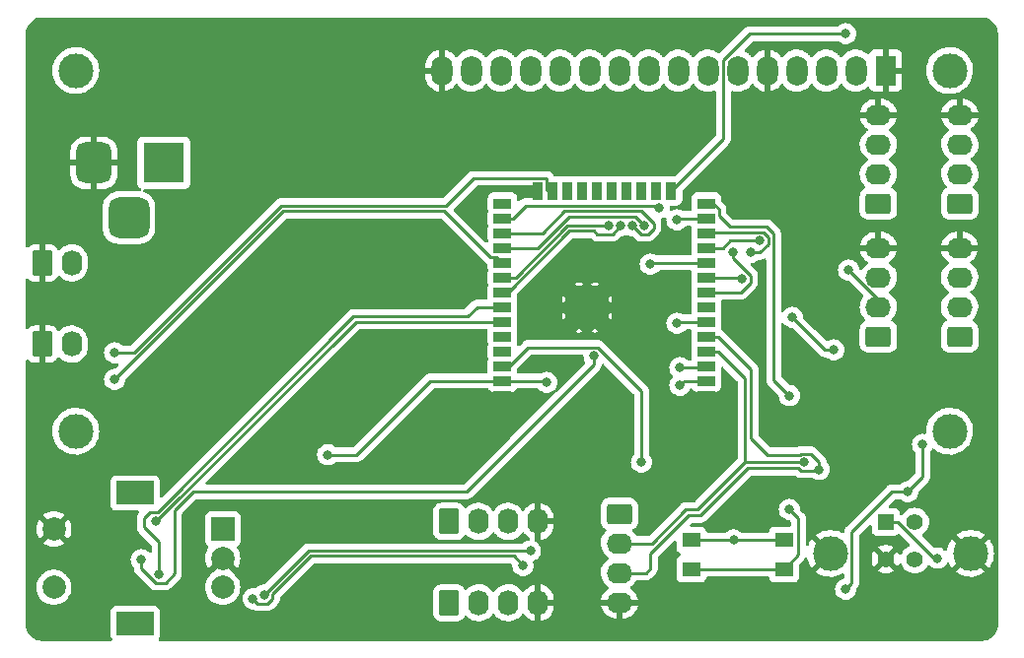
<source format=gbr>
%TF.GenerationSoftware,KiCad,Pcbnew,6.0.11+dfsg-1*%
%TF.CreationDate,2023-11-04T21:56:29+01:00*%
%TF.ProjectId,main_board,6d61696e-5f62-46f6-9172-642e6b696361,rev?*%
%TF.SameCoordinates,PX63add28PY3f58108*%
%TF.FileFunction,Copper,L2,Bot*%
%TF.FilePolarity,Positive*%
%FSLAX46Y46*%
G04 Gerber Fmt 4.6, Leading zero omitted, Abs format (unit mm)*
G04 Created by KiCad (PCBNEW 6.0.11+dfsg-1) date 2023-11-04 21:56:29*
%MOMM*%
%LPD*%
G01*
G04 APERTURE LIST*
G04 Aperture macros list*
%AMRoundRect*
0 Rectangle with rounded corners*
0 $1 Rounding radius*
0 $2 $3 $4 $5 $6 $7 $8 $9 X,Y pos of 4 corners*
0 Add a 4 corners polygon primitive as box body*
4,1,4,$2,$3,$4,$5,$6,$7,$8,$9,$2,$3,0*
0 Add four circle primitives for the rounded corners*
1,1,$1+$1,$2,$3*
1,1,$1+$1,$4,$5*
1,1,$1+$1,$6,$7*
1,1,$1+$1,$8,$9*
0 Add four rect primitives between the rounded corners*
20,1,$1+$1,$2,$3,$4,$5,0*
20,1,$1+$1,$4,$5,$6,$7,0*
20,1,$1+$1,$6,$7,$8,$9,0*
20,1,$1+$1,$8,$9,$2,$3,0*%
G04 Aperture macros list end*
%TA.AperFunction,ComponentPad*%
%ADD10RoundRect,0.250000X0.845000X-0.620000X0.845000X0.620000X-0.845000X0.620000X-0.845000X-0.620000X0*%
%TD*%
%TA.AperFunction,ComponentPad*%
%ADD11O,2.190000X1.740000*%
%TD*%
%TA.AperFunction,ComponentPad*%
%ADD12RoundRect,0.250000X-0.620000X-0.845000X0.620000X-0.845000X0.620000X0.845000X-0.620000X0.845000X0*%
%TD*%
%TA.AperFunction,ComponentPad*%
%ADD13O,1.740000X2.190000*%
%TD*%
%TA.AperFunction,ComponentPad*%
%ADD14R,3.500000X3.500000*%
%TD*%
%TA.AperFunction,ComponentPad*%
%ADD15RoundRect,0.750000X-0.750000X-1.000000X0.750000X-1.000000X0.750000X1.000000X-0.750000X1.000000X0*%
%TD*%
%TA.AperFunction,ComponentPad*%
%ADD16RoundRect,0.875000X-0.875000X-0.875000X0.875000X-0.875000X0.875000X0.875000X-0.875000X0.875000X0*%
%TD*%
%TA.AperFunction,ComponentPad*%
%ADD17RoundRect,0.250000X-0.845000X0.620000X-0.845000X-0.620000X0.845000X-0.620000X0.845000X0.620000X0*%
%TD*%
%TA.AperFunction,ComponentPad*%
%ADD18R,2.000000X2.000000*%
%TD*%
%TA.AperFunction,ComponentPad*%
%ADD19C,2.000000*%
%TD*%
%TA.AperFunction,ComponentPad*%
%ADD20R,3.200000X2.000000*%
%TD*%
%TA.AperFunction,SMDPad,CuDef*%
%ADD21R,1.550000X1.300000*%
%TD*%
%TA.AperFunction,ComponentPad*%
%ADD22R,1.400000X1.400000*%
%TD*%
%TA.AperFunction,ComponentPad*%
%ADD23C,1.400000*%
%TD*%
%TA.AperFunction,ComponentPad*%
%ADD24C,3.000000*%
%TD*%
%TA.AperFunction,SMDPad,CuDef*%
%ADD25R,1.500000X0.900000*%
%TD*%
%TA.AperFunction,SMDPad,CuDef*%
%ADD26R,0.900000X1.500000*%
%TD*%
%TA.AperFunction,ComponentPad*%
%ADD27C,0.475000*%
%TD*%
%TA.AperFunction,SMDPad,CuDef*%
%ADD28R,0.900000X0.900000*%
%TD*%
%TA.AperFunction,SMDPad,CuDef*%
%ADD29R,3.800000X3.800000*%
%TD*%
%TA.AperFunction,ComponentPad*%
%ADD30R,1.800000X2.600000*%
%TD*%
%TA.AperFunction,ComponentPad*%
%ADD31O,1.800000X2.600000*%
%TD*%
%TA.AperFunction,ViaPad*%
%ADD32C,0.800000*%
%TD*%
%TA.AperFunction,Conductor*%
%ADD33C,0.250000*%
%TD*%
G04 APERTURE END LIST*
D10*
%TO.P,J9,1,Pin_1*%
%TO.N,+5V*%
X71775000Y-16510000D03*
D11*
%TO.P,J9,2,Pin_2*%
%TO.N,Net-(J10-Pad2)*%
X71775000Y-13970000D03*
%TO.P,J9,3,Pin_3*%
%TO.N,Net-(J10-Pad3)*%
X71775000Y-11430000D03*
%TO.P,J9,4,Pin_4*%
%TO.N,GND*%
X71775000Y-8890000D03*
%TD*%
D12*
%TO.P,J3,1,Pin_1*%
%TO.N,GND*%
X0Y-21610000D03*
D13*
%TO.P,J3,2,Pin_2*%
%TO.N,/TRIG_BTN*%
X2540000Y-21610000D03*
%TD*%
D10*
%TO.P,J10,1,Pin_1*%
%TO.N,+5V*%
X78760000Y-16510000D03*
D11*
%TO.P,J10,2,Pin_2*%
%TO.N,Net-(J10-Pad2)*%
X78760000Y-13970000D03*
%TO.P,J10,3,Pin_3*%
%TO.N,Net-(J10-Pad3)*%
X78760000Y-11430000D03*
%TO.P,J10,4,Pin_4*%
%TO.N,GND*%
X78760000Y-8890000D03*
%TD*%
D12*
%TO.P,J13,1,Pin_1*%
%TO.N,+5V*%
X34925000Y-50820000D03*
D13*
%TO.P,J13,2,Pin_2*%
%TO.N,Net-(U8-Pad6)*%
X37465000Y-50820000D03*
%TO.P,J13,3,Pin_3*%
%TO.N,Net-(U8-Pad7)*%
X40005000Y-50820000D03*
%TO.P,J13,4,Pin_4*%
%TO.N,GND*%
X42545000Y-50820000D03*
%TD*%
D10*
%TO.P,J8,1,Pin_1*%
%TO.N,+5V*%
X71775000Y-27940000D03*
D11*
%TO.P,J8,2,Pin_2*%
%TO.N,Net-(J7-Pad2)*%
X71775000Y-25400000D03*
%TO.P,J8,3,Pin_3*%
%TO.N,Net-(J7-Pad3)*%
X71775000Y-22860000D03*
%TO.P,J8,4,Pin_4*%
%TO.N,GND*%
X71775000Y-20320000D03*
%TD*%
D12*
%TO.P,J4,1,Pin_1*%
%TO.N,GND*%
X0Y-28595000D03*
D13*
%TO.P,J4,2,Pin_2*%
%TO.N,/SIDE_BTN*%
X2540000Y-28595000D03*
%TD*%
D12*
%TO.P,J14,1,Pin_1*%
%TO.N,+5V*%
X34925000Y-43835000D03*
D13*
%TO.P,J14,2,Pin_2*%
%TO.N,Net-(U8-Pad6)*%
X37465000Y-43835000D03*
%TO.P,J14,3,Pin_3*%
%TO.N,Net-(U8-Pad7)*%
X40005000Y-43835000D03*
%TO.P,J14,4,Pin_4*%
%TO.N,GND*%
X42545000Y-43835000D03*
%TD*%
D10*
%TO.P,J7,1,Pin_1*%
%TO.N,+5V*%
X78740000Y-27940000D03*
D11*
%TO.P,J7,2,Pin_2*%
%TO.N,Net-(J7-Pad2)*%
X78740000Y-25400000D03*
%TO.P,J7,3,Pin_3*%
%TO.N,Net-(J7-Pad3)*%
X78740000Y-22860000D03*
%TO.P,J7,4,Pin_4*%
%TO.N,GND*%
X78740000Y-20320000D03*
%TD*%
D14*
%TO.P,J1,1,Pin_1*%
%TO.N,/Power supply/12V_in*%
X10445000Y-13012500D03*
D15*
%TO.P,J1,2,Pin_2*%
%TO.N,GND*%
X4445000Y-13012500D03*
D16*
%TO.P,J1,3*%
%TO.N,N/C*%
X7445000Y-17712500D03*
%TD*%
D17*
%TO.P,J2,1,Pin_1*%
%TO.N,unconnected-(J2-Pad1)*%
X49550000Y-43180000D03*
D11*
%TO.P,J2,2,Pin_2*%
%TO.N,/UART_TX*%
X49550000Y-45720000D03*
%TO.P,J2,3,Pin_3*%
%TO.N,/UART_RX*%
X49550000Y-48260000D03*
%TO.P,J2,4,Pin_4*%
%TO.N,GND*%
X49550000Y-50800000D03*
%TD*%
D18*
%TO.P,SW3,A,A*%
%TO.N,Net-(R12-Pad2)*%
X15505000Y-44490000D03*
D19*
%TO.P,SW3,B,B*%
%TO.N,Net-(R10-Pad1)*%
X15505000Y-49490000D03*
%TO.P,SW3,C,C*%
%TO.N,GND*%
X15505000Y-46990000D03*
D20*
%TO.P,SW3,MP*%
%TO.N,N/C*%
X8005000Y-52590000D03*
X8005000Y-41390000D03*
D19*
%TO.P,SW3,S1,S1*%
%TO.N,Net-(R13-Pad2)*%
X1005000Y-49490000D03*
%TO.P,SW3,S2,S2*%
%TO.N,GND*%
X1005000Y-44490000D03*
%TD*%
D21*
%TO.P,SW301,1*%
%TO.N,/BOOT*%
X55715000Y-47915000D03*
X63665000Y-47915000D03*
%TO.P,SW301,2*%
%TO.N,GND*%
X55715000Y-52415000D03*
X63665000Y-52415000D03*
%TD*%
%TO.P,SW302,1*%
%TO.N,GND*%
X63665000Y-40930000D03*
X55715000Y-40930000D03*
%TO.P,SW302,2*%
%TO.N,/RESET*%
X55715000Y-45430000D03*
X63665000Y-45430000D03*
%TD*%
D22*
%TO.P,J301,1,VBUS*%
%TO.N,Net-(J301-Pad1)*%
X72410000Y-43872500D03*
D23*
%TO.P,J301,2,D-*%
%TO.N,Net-(J301-Pad2)*%
X74910000Y-43872500D03*
%TO.P,J301,3,D+*%
%TO.N,Net-(J301-Pad3)*%
X74910000Y-47072500D03*
%TO.P,J301,4,GND*%
%TO.N,GND*%
X72410000Y-47072500D03*
D24*
%TO.P,J301,5,Shield*%
X67640000Y-46582500D03*
X79680000Y-46582500D03*
%TD*%
D25*
%TO.P,U3,1,GND*%
%TO.N,GND*%
X39510000Y-33020000D03*
%TO.P,U3,2,VDD*%
%TO.N,+3V3*%
X39510000Y-31750000D03*
%TO.P,U3,3,EN*%
%TO.N,/RESET*%
X39510000Y-30480000D03*
%TO.P,U3,4,SENSOR_VP*%
%TO.N,unconnected-(U3-Pad4)*%
X39510000Y-29210000D03*
%TO.P,U3,5,SENSOR_VN*%
%TO.N,unconnected-(U3-Pad5)*%
X39510000Y-27940000D03*
%TO.P,U3,6,IO34*%
%TO.N,/INPUT_A*%
X39510000Y-26670000D03*
%TO.P,U3,7,IO35*%
%TO.N,/INPUT_B*%
X39510000Y-25400000D03*
%TO.P,U3,8,IO32*%
%TO.N,/LCD_DB6*%
X39510000Y-24130000D03*
%TO.P,U3,9,IO33*%
%TO.N,/LCD_DB7*%
X39510000Y-22860000D03*
%TO.P,U3,10,IO25*%
%TO.N,/SIDE_BTN*%
X39510000Y-21590000D03*
%TO.P,U3,11,IO26*%
%TO.N,/LCD_DB4*%
X39510000Y-20320000D03*
%TO.P,U3,12,IO27*%
%TO.N,/LCD_DB5*%
X39510000Y-19050000D03*
%TO.P,U3,13,IO14*%
%TO.N,/LCD_RS*%
X39510000Y-17780000D03*
%TO.P,U3,14,IO12*%
%TO.N,unconnected-(U3-Pad14)*%
X39510000Y-16510000D03*
D26*
%TO.P,U3,15,GND*%
%TO.N,GND*%
X42545000Y-15415000D03*
%TO.P,U3,16,IO13*%
%TO.N,/TRIG_BTN*%
X43815000Y-15415000D03*
%TO.P,U3,17,SHD/SD2*%
%TO.N,unconnected-(U3-Pad17)*%
X45085000Y-15415000D03*
%TO.P,U3,18,SWP/SD3*%
%TO.N,unconnected-(U3-Pad18)*%
X46355000Y-15415000D03*
%TO.P,U3,19,SCS/CMD*%
%TO.N,unconnected-(U3-Pad19)*%
X47625000Y-15415000D03*
%TO.P,U3,20,SCK/CLK*%
%TO.N,unconnected-(U3-Pad20)*%
X48895000Y-15415000D03*
%TO.P,U3,21,SDO/SD0*%
%TO.N,unconnected-(U3-Pad21)*%
X50165000Y-15415000D03*
%TO.P,U3,22,SDI/SD1*%
%TO.N,unconnected-(U3-Pad22)*%
X51435000Y-15415000D03*
%TO.P,U3,23,IO15*%
%TO.N,unconnected-(U3-Pad23)*%
X52705000Y-15415000D03*
%TO.P,U3,24,IO2*%
%TO.N,Net-(R4-Pad1)*%
X53975000Y-15415000D03*
D25*
%TO.P,U3,25,IO0*%
%TO.N,/BOOT*%
X57010000Y-16510000D03*
%TO.P,U3,26,IO4*%
%TO.N,/RS485_TXE*%
X57010000Y-17780000D03*
%TO.P,U3,27,IO16*%
%TO.N,/SDA_PERIPH*%
X57010000Y-19050000D03*
%TO.P,U3,28,IO17*%
%TO.N,/SCL_PERIPH*%
X57010000Y-20320000D03*
%TO.P,U3,29,IO5*%
%TO.N,/INPUT_SW*%
X57010000Y-21590000D03*
%TO.P,U3,30,IO18*%
%TO.N,/SDA_MOTOR*%
X57010000Y-22860000D03*
%TO.P,U3,31,IO19*%
%TO.N,/SCL_MOTOR*%
X57010000Y-24130000D03*
%TO.P,U3,32,NC*%
%TO.N,unconnected-(U3-Pad32)*%
X57010000Y-25400000D03*
%TO.P,U3,33,IO21*%
%TO.N,/UART2_RX*%
X57010000Y-26670000D03*
%TO.P,U3,34,RXD0/IO3*%
%TO.N,/UART_RX*%
X57010000Y-27940000D03*
%TO.P,U3,35,TXD0/IO1*%
%TO.N,/UART_TX*%
X57010000Y-29210000D03*
%TO.P,U3,36,IO22*%
%TO.N,/UART2_TX*%
X57010000Y-30480000D03*
%TO.P,U3,37,IO23*%
%TO.N,/LCD_E*%
X57010000Y-31750000D03*
%TO.P,U3,38,GND*%
%TO.N,GND*%
X57010000Y-33020000D03*
D27*
%TO.P,U3,39,GND*%
X46060000Y-26855000D03*
D28*
X46760000Y-26855000D03*
X45360000Y-24055000D03*
D27*
X47460000Y-26855000D03*
D28*
X45360000Y-25455000D03*
D27*
X48160000Y-24755000D03*
X46760000Y-24755000D03*
D29*
X46760000Y-25455000D03*
D27*
X46760000Y-26155000D03*
X48160000Y-26155000D03*
D28*
X48160000Y-24055000D03*
D27*
X47460000Y-24055000D03*
X45360000Y-26155000D03*
D28*
X48160000Y-26855000D03*
X46760000Y-25455000D03*
D27*
X46060000Y-25455000D03*
D28*
X46760000Y-24055000D03*
D27*
X45360000Y-24755000D03*
D28*
X45360000Y-26855000D03*
D27*
X46060000Y-24055000D03*
X47460000Y-25455000D03*
D28*
X48160000Y-25455000D03*
%TD*%
D24*
%TO.P,U7,*%
%TO.N,*%
X2890520Y-36080700D03*
X2890000Y-5080000D03*
X77889100Y-36080700D03*
X77889100Y-5080000D03*
D30*
%TO.P,U7,1,VSS*%
%TO.N,GND*%
X72390000Y-5080000D03*
D31*
%TO.P,U7,2,VDD*%
%TO.N,+5V*%
X69850000Y-5080000D03*
%TO.P,U7,3,VO*%
%TO.N,Net-(RV1-Pad2)*%
X67310000Y-5080000D03*
%TO.P,U7,4,RS*%
%TO.N,/LCD_RS*%
X64770000Y-5080000D03*
%TO.P,U7,5,R/~{W}*%
%TO.N,GND*%
X62230000Y-5080000D03*
%TO.P,U7,6,E*%
%TO.N,/LCD_E*%
X59690000Y-5080000D03*
%TO.P,U7,7,DB0*%
%TO.N,unconnected-(U7-Pad7)*%
X57150000Y-5080000D03*
%TO.P,U7,8,DB1*%
%TO.N,unconnected-(U7-Pad8)*%
X54610000Y-5080000D03*
%TO.P,U7,9,DB2*%
%TO.N,unconnected-(U7-Pad9)*%
X52070000Y-5080000D03*
%TO.P,U7,10,DB3*%
%TO.N,unconnected-(U7-Pad10)*%
X49530000Y-5080000D03*
%TO.P,U7,11,DB4*%
%TO.N,/LCD_DB4*%
X46990000Y-5080000D03*
%TO.P,U7,12,DB5*%
%TO.N,/LCD_DB5*%
X44450000Y-5080000D03*
%TO.P,U7,13,DB6*%
%TO.N,/LCD_DB6*%
X41910000Y-5080000D03*
%TO.P,U7,14,DB7*%
%TO.N,/LCD_DB7*%
X39370000Y-5080000D03*
%TO.P,U7,15,A/VEE*%
%TO.N,Net-(R1-Pad1)*%
X36830000Y-5080000D03*
%TO.P,U7,16,K*%
%TO.N,GND*%
X34290000Y-5080000D03*
%TD*%
D32*
%TO.N,GND*%
X26670000Y-29845000D03*
X36195000Y-17145000D03*
X31750000Y-28575000D03*
X33020000Y-29845000D03*
X24130000Y-24765000D03*
X27940000Y-28575000D03*
X26670000Y-28575000D03*
X64490000Y-21870000D03*
X29210000Y-29845000D03*
X34925000Y-14605000D03*
X65659000Y-16256000D03*
X34290000Y-28575000D03*
X33020000Y-28575000D03*
X70485000Y-36830000D03*
X27940000Y-31115000D03*
X33655000Y-13335000D03*
X31750000Y-29845000D03*
X75057000Y-33909000D03*
X43815000Y-36830000D03*
X81153000Y-34163000D03*
X29845000Y-14605000D03*
X29210000Y-28575000D03*
X70485000Y-39370000D03*
X24130000Y-21590000D03*
X32385000Y-14605000D03*
X73025000Y-36830000D03*
X36830000Y-16510000D03*
X53340000Y-48895000D03*
X30480000Y-28575000D03*
X31750000Y-31115000D03*
X27940000Y-29845000D03*
X34290000Y-29845000D03*
X69215000Y-33655000D03*
X36830000Y-17780000D03*
X36195000Y-13335000D03*
X10795000Y-40005000D03*
X33655000Y-14605000D03*
X29210000Y-31115000D03*
X73025000Y-39370000D03*
X30480000Y-31115000D03*
X30480000Y-29845000D03*
X34925000Y-13335000D03*
X31115000Y-14605000D03*
%TO.N,+3V3*%
X68961000Y-49657000D03*
X64389000Y-26289000D03*
X75565000Y-37211000D03*
X43307000Y-31877000D03*
X74295000Y-41275000D03*
X67945000Y-29083000D03*
X24511000Y-38100000D03*
%TO.N,/INPUT_A*%
X9779000Y-43815000D03*
%TO.N,/INPUT_B*%
X10033000Y-48387000D03*
%TO.N,/INPUT_SW*%
X47371000Y-29591000D03*
X8509000Y-47117000D03*
X52197000Y-21717000D03*
%TO.N,/SIDE_BTN*%
X41275000Y-47625000D03*
X6223000Y-31623000D03*
X18097500Y-50482500D03*
%TO.N,/TRIG_BTN*%
X19050000Y-50165000D03*
X6223000Y-29337000D03*
X41910000Y-46355000D03*
%TO.N,/LCD_DB6*%
X49657000Y-18415000D03*
%TO.N,/LCD_DB7*%
X48641000Y-18415000D03*
%TO.N,/LCD_DB4*%
X51689000Y-18415000D03*
%TO.N,/LCD_DB5*%
X50668701Y-18419299D03*
%TO.N,/LCD_RS*%
X52959000Y-16891000D03*
%TO.N,Net-(J7-Pad2)*%
X69215000Y-22225000D03*
%TO.N,Net-(R4-Pad1)*%
X68961000Y-1905000D03*
%TO.N,/RS485_TXE*%
X54483000Y-17907000D03*
%TO.N,/UART2_RX*%
X54483000Y-26797000D03*
%TO.N,/UART2_TX*%
X54737000Y-30607000D03*
%TO.N,/LCD_E*%
X54737000Y-32131000D03*
%TO.N,/SDA_MOTOR*%
X60071000Y-22987000D03*
%TO.N,/SCL_MOTOR*%
X59309000Y-20701000D03*
%TO.N,/SDA_PERIPH*%
X60833000Y-20701000D03*
%TO.N,/SCL_PERIPH*%
X61595000Y-19685000D03*
%TO.N,/UART_TX*%
X65405000Y-38735000D03*
%TO.N,/UART_RX*%
X66675000Y-39370000D03*
%TO.N,Net-(J301-Pad1)*%
X76835000Y-46990000D03*
%TO.N,/BOOT*%
X64135000Y-33020000D03*
X64135000Y-42799000D03*
%TO.N,/RESET*%
X51435000Y-38735000D03*
X59345000Y-45430000D03*
%TD*%
D33*
%TO.N,+3V3*%
X74295000Y-41275000D02*
X72957500Y-41275000D01*
X75565000Y-37211000D02*
X75565000Y-40005000D01*
X69465000Y-44767500D02*
X69465000Y-49153000D01*
X26961500Y-38100000D02*
X33311500Y-31750000D01*
X33311500Y-31750000D02*
X39510000Y-31750000D01*
X75565000Y-40005000D02*
X74295000Y-41275000D01*
X67945000Y-29083000D02*
X67183000Y-29083000D01*
X67183000Y-29083000D02*
X64389000Y-26289000D01*
X39510000Y-31750000D02*
X43180000Y-31750000D01*
X69465000Y-49153000D02*
X68961000Y-49657000D01*
X72957500Y-41275000D02*
X69465000Y-44767500D01*
X24511000Y-38100000D02*
X26961500Y-38100000D01*
X43180000Y-31750000D02*
X43307000Y-31877000D01*
%TO.N,/INPUT_A*%
X26924000Y-26670000D02*
X39510000Y-26670000D01*
X9779000Y-43815000D02*
X26924000Y-26670000D01*
%TO.N,/INPUT_B*%
X26737604Y-26220000D02*
X36518000Y-26220000D01*
X9271000Y-43053000D02*
X9904604Y-43053000D01*
X10033000Y-45593000D02*
X8763000Y-44323000D01*
X36518000Y-26220000D02*
X37338000Y-25400000D01*
X9904604Y-43053000D02*
X26737604Y-26220000D01*
X10033000Y-48387000D02*
X10033000Y-45593000D01*
X37338000Y-25400000D02*
X39510000Y-25400000D01*
X8763000Y-44323000D02*
X8763000Y-43561000D01*
X8763000Y-43561000D02*
X9271000Y-43053000D01*
%TO.N,/INPUT_SW*%
X11367198Y-48322802D02*
X11367198Y-42863198D01*
X9732695Y-49112000D02*
X10578000Y-49112000D01*
X12955396Y-41275000D02*
X36449000Y-41275000D01*
X52324000Y-21590000D02*
X52197000Y-21717000D01*
X47371000Y-30353000D02*
X47371000Y-29591000D01*
X8509000Y-47888305D02*
X9732695Y-49112000D01*
X11367198Y-42863198D02*
X12955396Y-41275000D01*
X8509000Y-47117000D02*
X8509000Y-47888305D01*
X36449000Y-41275000D02*
X47371000Y-30353000D01*
X57010000Y-21590000D02*
X52324000Y-21590000D01*
X10578000Y-49112000D02*
X11367198Y-48322802D01*
%TO.N,/SIDE_BTN*%
X23046396Y-46805000D02*
X40455000Y-46805000D01*
X20701000Y-17145000D02*
X6223000Y-31623000D01*
X40455000Y-46805000D02*
X41275000Y-47625000D01*
X38435000Y-21095000D02*
X34485000Y-17145000D01*
X34485000Y-17145000D02*
X20701000Y-17145000D01*
X18097500Y-50482500D02*
X18505000Y-50890000D01*
X39015000Y-21095000D02*
X38435000Y-21095000D01*
X18505000Y-50890000D02*
X19350305Y-50890000D01*
X19775000Y-50076396D02*
X23046396Y-46805000D01*
X19775000Y-50465305D02*
X19775000Y-50076396D01*
X39510000Y-21590000D02*
X39015000Y-21095000D01*
X19350305Y-50890000D02*
X19775000Y-50465305D01*
%TO.N,/TRIG_BTN*%
X22860000Y-46355000D02*
X41910000Y-46355000D01*
X7872604Y-29337000D02*
X6223000Y-29337000D01*
X43815000Y-14835000D02*
X43320000Y-15330000D01*
X20514604Y-16695000D02*
X7872604Y-29337000D01*
X34671396Y-16695000D02*
X20514604Y-16695000D01*
X19050000Y-50165000D02*
X22860000Y-46355000D01*
X43815000Y-15415000D02*
X43815000Y-14835000D01*
X43320000Y-15330000D02*
X43320000Y-14340000D01*
X37026396Y-14340000D02*
X34671396Y-16695000D01*
X43320000Y-14340000D02*
X37026396Y-14340000D01*
%TO.N,/LCD_DB6*%
X48941305Y-19140000D02*
X47646000Y-19140000D01*
X45271396Y-18865000D02*
X40006396Y-24130000D01*
X49657000Y-18415000D02*
X49657000Y-18424305D01*
X49657000Y-18424305D02*
X48941305Y-19140000D01*
X40006396Y-24130000D02*
X39510000Y-24130000D01*
X47646000Y-19140000D02*
X47371000Y-18865000D01*
X47371000Y-18865000D02*
X45271396Y-18865000D01*
%TO.N,/LCD_DB7*%
X40640000Y-22860000D02*
X45085000Y-18415000D01*
X45085000Y-18415000D02*
X48641000Y-18415000D01*
X39510000Y-22860000D02*
X40640000Y-22860000D01*
%TO.N,/LCD_DB4*%
X45210604Y-17653000D02*
X42543604Y-20320000D01*
X50927000Y-17653000D02*
X45210604Y-17653000D01*
X51689000Y-18415000D02*
X50927000Y-17653000D01*
X42543604Y-20320000D02*
X39510000Y-20320000D01*
%TO.N,/LCD_DB5*%
X52506610Y-18207305D02*
X51444305Y-17145000D01*
X51389402Y-19140000D02*
X51989305Y-19140000D01*
X42926000Y-19050000D02*
X39510000Y-19050000D01*
X50668701Y-18419299D02*
X51389402Y-19140000D01*
X44831000Y-17145000D02*
X42926000Y-19050000D01*
X51444305Y-17145000D02*
X44831000Y-17145000D01*
X52506610Y-18622695D02*
X52506610Y-18207305D01*
X51989305Y-19140000D02*
X52506610Y-18622695D01*
%TO.N,/LCD_RS*%
X52959000Y-16891000D02*
X52763000Y-16695000D01*
X41471000Y-16695000D02*
X40386000Y-17780000D01*
X40386000Y-17780000D02*
X39510000Y-17780000D01*
X52763000Y-16695000D02*
X41471000Y-16695000D01*
%TO.N,Net-(J7-Pad2)*%
X71775000Y-25400000D02*
X71775000Y-24785000D01*
X71775000Y-24785000D02*
X69215000Y-22225000D01*
%TO.N,Net-(R4-Pad1)*%
X58465000Y-10925000D02*
X53975000Y-15415000D01*
X58465000Y-4172588D02*
X58465000Y-10925000D01*
X60732588Y-1905000D02*
X58465000Y-4172588D01*
X68961000Y-1905000D02*
X60732588Y-1905000D01*
%TO.N,/RS485_TXE*%
X54610000Y-17780000D02*
X54483000Y-17907000D01*
X57010000Y-17780000D02*
X54610000Y-17780000D01*
%TO.N,/UART2_RX*%
X54610000Y-26670000D02*
X57010000Y-26670000D01*
X54483000Y-26797000D02*
X54610000Y-26670000D01*
%TO.N,/UART2_TX*%
X54737000Y-30607000D02*
X56883000Y-30607000D01*
X56883000Y-30607000D02*
X57010000Y-30480000D01*
%TO.N,/LCD_E*%
X55118000Y-31750000D02*
X54737000Y-32131000D01*
X57010000Y-31750000D02*
X55118000Y-31750000D01*
%TO.N,/SDA_MOTOR*%
X57010000Y-22860000D02*
X59944000Y-22860000D01*
X59944000Y-22860000D02*
X60071000Y-22987000D01*
%TO.N,/SCL_MOTOR*%
X60796000Y-23287305D02*
X60796000Y-22686695D01*
X59309000Y-21199695D02*
X59309000Y-20701000D01*
X59953305Y-24130000D02*
X60796000Y-23287305D01*
X60796000Y-22686695D02*
X59309000Y-21199695D01*
X57010000Y-24130000D02*
X59953305Y-24130000D01*
%TO.N,/SDA_PERIPH*%
X57100000Y-18960000D02*
X61895305Y-18960000D01*
X62320000Y-19985305D02*
X61604305Y-20701000D01*
X61604305Y-20701000D02*
X60833000Y-20701000D01*
X57010000Y-19050000D02*
X57100000Y-18960000D01*
X62320000Y-19384695D02*
X62320000Y-19985305D01*
X61895305Y-18960000D02*
X62320000Y-19384695D01*
%TO.N,/SCL_PERIPH*%
X61595000Y-19685000D02*
X59055000Y-19685000D01*
X58420000Y-20320000D02*
X57010000Y-20320000D01*
X59055000Y-19685000D02*
X58420000Y-20320000D01*
%TO.N,/UART_TX*%
X58010000Y-29210000D02*
X60325000Y-31525000D01*
X49550000Y-45720000D02*
X52324000Y-45720000D01*
X52324000Y-45720000D02*
X55245000Y-42799000D01*
X60325000Y-31525000D02*
X60325000Y-38735000D01*
X55245000Y-42799000D02*
X56261000Y-42799000D01*
X56261000Y-42799000D02*
X60325000Y-38735000D01*
X60325000Y-38735000D02*
X65405000Y-38735000D01*
X57010000Y-29210000D02*
X58010000Y-29210000D01*
%TO.N,/UART_RX*%
X65104695Y-39460000D02*
X66585000Y-39460000D01*
X52197000Y-47879000D02*
X52197000Y-46609000D01*
X60833000Y-36703000D02*
X62225347Y-38095347D01*
X55499000Y-43307000D02*
X56515000Y-43307000D01*
X62225347Y-38095347D02*
X65019348Y-38095347D01*
X64887695Y-39243000D02*
X65104695Y-39460000D01*
X52197000Y-46609000D02*
X55499000Y-43307000D01*
X56515000Y-43307000D02*
X60579000Y-39243000D01*
X65950000Y-38010000D02*
X66675000Y-38735000D01*
X51816000Y-48260000D02*
X52197000Y-47879000D01*
X49550000Y-48260000D02*
X51816000Y-48260000D01*
X65019348Y-38095347D02*
X65104695Y-38010000D01*
X58010000Y-27940000D02*
X60833000Y-30763000D01*
X60579000Y-39243000D02*
X64887695Y-39243000D01*
X65104695Y-38010000D02*
X65950000Y-38010000D01*
X66675000Y-38735000D02*
X66675000Y-39370000D01*
X66585000Y-39460000D02*
X66675000Y-39370000D01*
X57010000Y-27940000D02*
X58010000Y-27940000D01*
X60833000Y-30763000D02*
X60833000Y-36703000D01*
%TO.N,Net-(J301-Pad1)*%
X76577931Y-46990000D02*
X73460431Y-43872500D01*
X76835000Y-46990000D02*
X76577931Y-46990000D01*
X73460431Y-43872500D02*
X72410000Y-43872500D01*
%TO.N,/BOOT*%
X62198000Y-18510000D02*
X59010000Y-18510000D01*
X57590000Y-16510000D02*
X57010000Y-16510000D01*
X64897000Y-43561000D02*
X64135000Y-42799000D01*
X64135000Y-33020000D02*
X62770000Y-31655000D01*
X63665000Y-47915000D02*
X64897000Y-46683000D01*
X62770000Y-31655000D02*
X62770000Y-19082000D01*
X64897000Y-46683000D02*
X64897000Y-43561000D01*
X62770000Y-19082000D02*
X62198000Y-18510000D01*
X63665000Y-47915000D02*
X55715000Y-47915000D01*
X58085000Y-17585000D02*
X58085000Y-17005000D01*
X58085000Y-17005000D02*
X57590000Y-16510000D01*
X59010000Y-18510000D02*
X58085000Y-17585000D01*
%TO.N,/RESET*%
X51435000Y-32629695D02*
X47671305Y-28866000D01*
X47671305Y-28866000D02*
X41704000Y-28866000D01*
X40090000Y-30480000D02*
X39510000Y-30480000D01*
X55715000Y-45430000D02*
X59345000Y-45430000D01*
X51435000Y-38735000D02*
X51435000Y-32629695D01*
X41704000Y-28866000D02*
X40090000Y-30480000D01*
X59345000Y-45430000D02*
X63665000Y-45430000D01*
%TD*%
%TA.AperFunction,Conductor*%
%TO.N,GND*%
G36*
X80615018Y-510000D02*
G01*
X80629851Y-512310D01*
X80629855Y-512310D01*
X80638724Y-513691D01*
X80652789Y-511852D01*
X80679004Y-511176D01*
X80812111Y-521652D01*
X80853574Y-524915D01*
X80873103Y-528008D01*
X81066903Y-574536D01*
X81085706Y-580646D01*
X81269840Y-656916D01*
X81287455Y-665891D01*
X81335271Y-695193D01*
X81358529Y-713529D01*
X81836471Y-1191471D01*
X81854807Y-1214729D01*
X81867511Y-1235460D01*
X81884108Y-1262544D01*
X81893084Y-1280160D01*
X81969354Y-1464294D01*
X81975464Y-1483097D01*
X82021992Y-1676897D01*
X82025085Y-1696426D01*
X82038272Y-1863987D01*
X82037630Y-1880875D01*
X82037800Y-1880877D01*
X82037690Y-1889853D01*
X82036309Y-1898724D01*
X82037473Y-1907626D01*
X82037473Y-1907628D01*
X82040436Y-1930283D01*
X82041500Y-1946621D01*
X82041500Y-52655633D01*
X82040000Y-52675018D01*
X82037690Y-52689851D01*
X82037690Y-52689855D01*
X82036309Y-52698724D01*
X82038148Y-52712789D01*
X82038824Y-52739004D01*
X82028348Y-52872111D01*
X82025085Y-52913574D01*
X82021992Y-52933103D01*
X81975464Y-53126903D01*
X81969354Y-53145706D01*
X81893084Y-53329840D01*
X81884109Y-53347455D01*
X81854807Y-53395271D01*
X81836471Y-53418529D01*
X81358529Y-53896471D01*
X81335271Y-53914807D01*
X81287456Y-53944108D01*
X81269840Y-53953084D01*
X81085706Y-54029354D01*
X81066903Y-54035464D01*
X80873103Y-54081992D01*
X80853574Y-54085085D01*
X80686013Y-54098272D01*
X80669125Y-54097630D01*
X80669123Y-54097800D01*
X80660147Y-54097690D01*
X80651276Y-54096309D01*
X80642374Y-54097473D01*
X80642372Y-54097473D01*
X80627323Y-54099441D01*
X80619714Y-54100436D01*
X80603379Y-54101500D01*
X10109053Y-54101500D01*
X10040932Y-54081498D01*
X9994439Y-54027842D01*
X9984335Y-53957568D01*
X10008227Y-53899935D01*
X10050229Y-53843892D01*
X10050230Y-53843890D01*
X10055615Y-53836705D01*
X10106745Y-53700316D01*
X10113500Y-53638134D01*
X10113500Y-51715400D01*
X33546500Y-51715400D01*
X33546837Y-51718646D01*
X33546837Y-51718650D01*
X33554745Y-51794861D01*
X33557474Y-51821166D01*
X33559655Y-51827702D01*
X33559655Y-51827704D01*
X33597919Y-51942393D01*
X33613450Y-51988946D01*
X33706522Y-52139348D01*
X33831697Y-52264305D01*
X33837927Y-52268145D01*
X33837928Y-52268146D01*
X33975090Y-52352694D01*
X33982262Y-52357115D01*
X34024815Y-52371229D01*
X34143611Y-52410632D01*
X34143613Y-52410632D01*
X34150139Y-52412797D01*
X34156975Y-52413497D01*
X34156978Y-52413498D01*
X34200031Y-52417909D01*
X34254600Y-52423500D01*
X35595400Y-52423500D01*
X35598646Y-52423163D01*
X35598650Y-52423163D01*
X35694308Y-52413238D01*
X35694312Y-52413237D01*
X35701166Y-52412526D01*
X35707702Y-52410345D01*
X35707704Y-52410345D01*
X35839806Y-52366272D01*
X35868946Y-52356550D01*
X36019348Y-52263478D01*
X36144305Y-52138303D01*
X36221749Y-52012667D01*
X36237115Y-51987738D01*
X36239262Y-51989062D01*
X36278312Y-51944710D01*
X36346589Y-51925248D01*
X36414549Y-51945788D01*
X36436761Y-51964272D01*
X36544590Y-52077306D01*
X36544602Y-52077316D01*
X36548276Y-52081168D01*
X36735965Y-52220813D01*
X36740716Y-52223229D01*
X36740720Y-52223231D01*
X36939744Y-52324420D01*
X36944500Y-52326838D01*
X37167917Y-52396210D01*
X37173204Y-52396911D01*
X37173205Y-52396911D01*
X37394545Y-52426248D01*
X37394549Y-52426248D01*
X37399829Y-52426948D01*
X37405158Y-52426748D01*
X37405160Y-52426748D01*
X37516716Y-52422560D01*
X37633604Y-52418172D01*
X37736019Y-52396683D01*
X37857332Y-52371229D01*
X37857335Y-52371228D01*
X37862559Y-52370132D01*
X38080146Y-52284203D01*
X38189860Y-52217627D01*
X38275583Y-52165609D01*
X38275586Y-52165607D01*
X38280144Y-52162841D01*
X38456834Y-52009517D01*
X38605165Y-51828614D01*
X38607801Y-51823984D01*
X38607804Y-51823979D01*
X38626301Y-51791484D01*
X38677384Y-51742178D01*
X38747015Y-51728317D01*
X38813085Y-51754301D01*
X38840323Y-51783450D01*
X38861098Y-51814308D01*
X38926798Y-51911896D01*
X39088276Y-52081168D01*
X39275965Y-52220813D01*
X39280716Y-52223229D01*
X39280720Y-52223231D01*
X39479744Y-52324420D01*
X39484500Y-52326838D01*
X39707917Y-52396210D01*
X39713204Y-52396911D01*
X39713205Y-52396911D01*
X39934545Y-52426248D01*
X39934549Y-52426248D01*
X39939829Y-52426948D01*
X39945158Y-52426748D01*
X39945160Y-52426748D01*
X40056716Y-52422560D01*
X40173604Y-52418172D01*
X40276019Y-52396683D01*
X40397332Y-52371229D01*
X40397335Y-52371228D01*
X40402559Y-52370132D01*
X40620146Y-52284203D01*
X40729860Y-52217627D01*
X40815583Y-52165609D01*
X40815586Y-52165607D01*
X40820144Y-52162841D01*
X40996834Y-52009517D01*
X41145165Y-51828614D01*
X41147968Y-51823691D01*
X41166577Y-51790999D01*
X41217659Y-51741693D01*
X41287289Y-51727831D01*
X41353360Y-51753814D01*
X41380599Y-51782964D01*
X41464210Y-51907155D01*
X41470871Y-51915441D01*
X41624924Y-52076930D01*
X41632892Y-52083979D01*
X41811952Y-52217203D01*
X41820982Y-52222802D01*
X42019931Y-52323953D01*
X42029792Y-52327956D01*
X42242929Y-52394138D01*
X42253309Y-52396420D01*
X42273043Y-52399036D01*
X42287207Y-52396840D01*
X42291000Y-52383655D01*
X42291000Y-52381627D01*
X42799000Y-52381627D01*
X42802973Y-52395158D01*
X42813580Y-52396683D01*
X42937188Y-52370748D01*
X42947384Y-52367688D01*
X43154952Y-52285716D01*
X43164489Y-52280982D01*
X43355285Y-52165204D01*
X43363878Y-52158938D01*
X43532441Y-52012667D01*
X43539861Y-52005036D01*
X43681368Y-51832458D01*
X43687393Y-51823691D01*
X43797797Y-51629738D01*
X43802262Y-51620074D01*
X43878410Y-51410289D01*
X43881181Y-51400021D01*
X43921106Y-51179234D01*
X43922039Y-51171005D01*
X43922930Y-51152126D01*
X43923000Y-51149151D01*
X43923000Y-51092115D01*
X43918525Y-51076876D01*
X43917135Y-51075671D01*
X43909452Y-51074000D01*
X42817115Y-51074000D01*
X42801876Y-51078475D01*
X42800671Y-51079865D01*
X42799000Y-51087548D01*
X42799000Y-52381627D01*
X42291000Y-52381627D01*
X42291000Y-51068580D01*
X47973317Y-51068580D01*
X47999252Y-51192188D01*
X48002312Y-51202384D01*
X48084284Y-51409952D01*
X48089018Y-51419489D01*
X48204796Y-51610285D01*
X48211062Y-51618878D01*
X48357333Y-51787441D01*
X48364964Y-51794861D01*
X48537542Y-51936368D01*
X48546309Y-51942393D01*
X48740262Y-52052797D01*
X48749926Y-52057262D01*
X48959711Y-52133410D01*
X48969979Y-52136181D01*
X49190766Y-52176106D01*
X49198995Y-52177039D01*
X49217874Y-52177930D01*
X49220849Y-52178000D01*
X49277885Y-52178000D01*
X49293124Y-52173525D01*
X49294329Y-52172135D01*
X49296000Y-52164452D01*
X49296000Y-52159885D01*
X49804000Y-52159885D01*
X49808475Y-52175124D01*
X49809865Y-52176329D01*
X49817548Y-52178000D01*
X49831054Y-52178000D01*
X49836363Y-52177775D01*
X50002707Y-52163661D01*
X50013179Y-52161871D01*
X50229202Y-52105802D01*
X50239242Y-52102266D01*
X50442732Y-52010601D01*
X50452018Y-52005432D01*
X50637155Y-51880790D01*
X50645441Y-51874129D01*
X50806930Y-51720076D01*
X50813979Y-51712108D01*
X50947203Y-51533048D01*
X50952802Y-51524018D01*
X51053953Y-51325069D01*
X51057956Y-51315208D01*
X51124138Y-51102071D01*
X51126420Y-51091691D01*
X51129036Y-51071957D01*
X51126840Y-51057793D01*
X51113655Y-51054000D01*
X49822115Y-51054000D01*
X49806876Y-51058475D01*
X49805671Y-51059865D01*
X49804000Y-51067548D01*
X49804000Y-52159885D01*
X49296000Y-52159885D01*
X49296000Y-51072115D01*
X49291525Y-51056876D01*
X49290135Y-51055671D01*
X49282452Y-51054000D01*
X47988373Y-51054000D01*
X47974842Y-51057973D01*
X47973317Y-51068580D01*
X42291000Y-51068580D01*
X42291000Y-50547885D01*
X42799000Y-50547885D01*
X42803475Y-50563124D01*
X42804865Y-50564329D01*
X42812548Y-50566000D01*
X43904885Y-50566000D01*
X43920124Y-50561525D01*
X43921329Y-50560135D01*
X43923000Y-50552452D01*
X43923000Y-50538946D01*
X43922775Y-50533637D01*
X43908661Y-50367293D01*
X43906871Y-50356821D01*
X43850802Y-50140798D01*
X43847266Y-50130758D01*
X43755601Y-49927268D01*
X43750432Y-49917982D01*
X43625790Y-49732845D01*
X43619129Y-49724559D01*
X43465076Y-49563070D01*
X43457108Y-49556021D01*
X43278048Y-49422797D01*
X43269018Y-49417198D01*
X43070069Y-49316047D01*
X43060208Y-49312044D01*
X42847071Y-49245862D01*
X42836691Y-49243580D01*
X42816957Y-49240964D01*
X42802793Y-49243160D01*
X42799000Y-49256345D01*
X42799000Y-50547885D01*
X42291000Y-50547885D01*
X42291000Y-49258373D01*
X42287027Y-49244842D01*
X42276420Y-49243317D01*
X42152812Y-49269252D01*
X42142616Y-49272312D01*
X41935048Y-49354284D01*
X41925511Y-49359018D01*
X41734715Y-49474796D01*
X41726122Y-49481062D01*
X41557559Y-49627333D01*
X41550139Y-49634964D01*
X41408632Y-49807542D01*
X41402607Y-49816309D01*
X41384011Y-49848978D01*
X41332929Y-49898285D01*
X41263298Y-49912146D01*
X41197227Y-49886163D01*
X41169989Y-49857013D01*
X41097589Y-49749474D01*
X41083202Y-49728104D01*
X41077167Y-49721777D01*
X41001132Y-49642073D01*
X40921724Y-49558832D01*
X40899490Y-49542289D01*
X40800784Y-49468850D01*
X40734035Y-49419187D01*
X40729284Y-49416771D01*
X40729280Y-49416769D01*
X40530256Y-49315580D01*
X40530255Y-49315580D01*
X40525500Y-49313162D01*
X40302083Y-49243790D01*
X40296796Y-49243089D01*
X40296795Y-49243089D01*
X40075455Y-49213752D01*
X40075451Y-49213752D01*
X40070171Y-49213052D01*
X40064842Y-49213252D01*
X40064840Y-49213252D01*
X39969346Y-49216837D01*
X39836396Y-49221828D01*
X39783008Y-49233030D01*
X39612668Y-49268771D01*
X39612665Y-49268772D01*
X39607441Y-49269868D01*
X39389854Y-49355797D01*
X39385290Y-49358566D01*
X39385291Y-49358566D01*
X39194417Y-49474391D01*
X39194414Y-49474393D01*
X39189856Y-49477159D01*
X39013166Y-49630483D01*
X38864835Y-49811386D01*
X38862199Y-49816016D01*
X38862196Y-49816021D01*
X38843699Y-49848516D01*
X38792616Y-49897822D01*
X38722985Y-49911683D01*
X38656915Y-49885699D01*
X38629677Y-49856550D01*
X38594052Y-49803634D01*
X38543202Y-49728104D01*
X38537167Y-49721777D01*
X38461132Y-49642073D01*
X38381724Y-49558832D01*
X38359490Y-49542289D01*
X38260784Y-49468850D01*
X38194035Y-49419187D01*
X38189284Y-49416771D01*
X38189280Y-49416769D01*
X37990256Y-49315580D01*
X37990255Y-49315580D01*
X37985500Y-49313162D01*
X37762083Y-49243790D01*
X37756796Y-49243089D01*
X37756795Y-49243089D01*
X37535455Y-49213752D01*
X37535451Y-49213752D01*
X37530171Y-49213052D01*
X37524842Y-49213252D01*
X37524840Y-49213252D01*
X37429346Y-49216837D01*
X37296396Y-49221828D01*
X37243008Y-49233030D01*
X37072668Y-49268771D01*
X37072665Y-49268772D01*
X37067441Y-49269868D01*
X36849854Y-49355797D01*
X36845290Y-49358566D01*
X36845291Y-49358566D01*
X36654417Y-49474391D01*
X36654414Y-49474393D01*
X36649856Y-49477159D01*
X36473166Y-49630483D01*
X36443315Y-49666890D01*
X36442593Y-49667770D01*
X36383933Y-49707764D01*
X36312962Y-49709695D01*
X36252214Y-49672950D01*
X36237267Y-49650610D01*
X36236550Y-49651054D01*
X36169244Y-49542289D01*
X36143478Y-49500652D01*
X36018303Y-49375695D01*
X35957832Y-49338420D01*
X35873968Y-49286725D01*
X35873966Y-49286724D01*
X35867738Y-49282885D01*
X35774122Y-49251834D01*
X35706389Y-49229368D01*
X35706387Y-49229368D01*
X35699861Y-49227203D01*
X35693025Y-49226503D01*
X35693022Y-49226502D01*
X35645449Y-49221628D01*
X35595400Y-49216500D01*
X34254600Y-49216500D01*
X34251354Y-49216837D01*
X34251350Y-49216837D01*
X34155692Y-49226762D01*
X34155688Y-49226763D01*
X34148834Y-49227474D01*
X34142298Y-49229655D01*
X34142296Y-49229655D01*
X34025052Y-49268771D01*
X33981054Y-49283450D01*
X33830652Y-49376522D01*
X33705695Y-49501697D01*
X33701855Y-49507927D01*
X33701854Y-49507928D01*
X33617014Y-49645564D01*
X33612885Y-49652262D01*
X33589828Y-49721777D01*
X33561049Y-49808545D01*
X33557203Y-49820139D01*
X33556503Y-49826975D01*
X33556502Y-49826978D01*
X33554248Y-49848978D01*
X33546500Y-49924600D01*
X33546500Y-51715400D01*
X10113500Y-51715400D01*
X10113500Y-51541866D01*
X10106745Y-51479684D01*
X10055615Y-51343295D01*
X9968261Y-51226739D01*
X9851705Y-51139385D01*
X9715316Y-51088255D01*
X9653134Y-51081500D01*
X6356866Y-51081500D01*
X6294684Y-51088255D01*
X6158295Y-51139385D01*
X6041739Y-51226739D01*
X5954385Y-51343295D01*
X5903255Y-51479684D01*
X5896500Y-51541866D01*
X5896500Y-53638134D01*
X5903255Y-53700316D01*
X5954385Y-53836705D01*
X5959770Y-53843890D01*
X5959771Y-53843892D01*
X6001773Y-53899935D01*
X6026621Y-53966442D01*
X6011568Y-54035824D01*
X5961394Y-54086054D01*
X5900947Y-54101500D01*
X49367Y-54101500D01*
X29982Y-54100000D01*
X15149Y-54097690D01*
X15145Y-54097690D01*
X6276Y-54096309D01*
X-7789Y-54098148D01*
X-34004Y-54098824D01*
X-167111Y-54088348D01*
X-208574Y-54085085D01*
X-228103Y-54081992D01*
X-421903Y-54035464D01*
X-440706Y-54029354D01*
X-624840Y-53953084D01*
X-642456Y-53944108D01*
X-690271Y-53914807D01*
X-713529Y-53896471D01*
X-1191471Y-53418529D01*
X-1209807Y-53395271D01*
X-1239109Y-53347455D01*
X-1248084Y-53329840D01*
X-1324354Y-53145706D01*
X-1330464Y-53126903D01*
X-1376992Y-52933103D01*
X-1380085Y-52913574D01*
X-1392991Y-52749583D01*
X-1392006Y-52727258D01*
X-1392666Y-52727199D01*
X-1392231Y-52722351D01*
X-1391424Y-52717552D01*
X-1391271Y-52705000D01*
X-1395227Y-52677376D01*
X-1396500Y-52659514D01*
X-1396500Y-49490000D01*
X-508165Y-49490000D01*
X-489535Y-49726711D01*
X-488381Y-49731518D01*
X-488380Y-49731524D01*
X-458252Y-49857013D01*
X-434105Y-49957594D01*
X-432212Y-49962165D01*
X-432211Y-49962167D01*
X-367982Y-50117229D01*
X-343240Y-50176963D01*
X-340654Y-50181183D01*
X-221759Y-50375202D01*
X-221755Y-50375208D01*
X-219176Y-50379416D01*
X-64969Y-50559969D01*
X-61213Y-50563177D01*
X-59864Y-50564329D01*
X115584Y-50714176D01*
X119792Y-50716755D01*
X119798Y-50716759D01*
X278780Y-50814183D01*
X318037Y-50838240D01*
X322607Y-50840133D01*
X322611Y-50840135D01*
X532833Y-50927211D01*
X537406Y-50929105D01*
X617609Y-50948360D01*
X763476Y-50983380D01*
X763482Y-50983381D01*
X768289Y-50984535D01*
X1005000Y-51003165D01*
X1241711Y-50984535D01*
X1246518Y-50983381D01*
X1246524Y-50983380D01*
X1392391Y-50948360D01*
X1472594Y-50929105D01*
X1477167Y-50927211D01*
X1687389Y-50840135D01*
X1687393Y-50840133D01*
X1691963Y-50838240D01*
X1731220Y-50814183D01*
X1890202Y-50716759D01*
X1890208Y-50716755D01*
X1894416Y-50714176D01*
X2069864Y-50564329D01*
X2071213Y-50563177D01*
X2074969Y-50559969D01*
X2229176Y-50379416D01*
X2231755Y-50375208D01*
X2231759Y-50375202D01*
X2350654Y-50181183D01*
X2353240Y-50176963D01*
X2377983Y-50117229D01*
X2442211Y-49962167D01*
X2442212Y-49962165D01*
X2444105Y-49957594D01*
X2468252Y-49857013D01*
X2498380Y-49731524D01*
X2498381Y-49731518D01*
X2499535Y-49726711D01*
X2518165Y-49490000D01*
X2499535Y-49253289D01*
X2498217Y-49247796D01*
X2456766Y-49075144D01*
X2444105Y-49022406D01*
X2432059Y-48993323D01*
X2355135Y-48807611D01*
X2355133Y-48807607D01*
X2353240Y-48803037D01*
X2329650Y-48764542D01*
X2231759Y-48604798D01*
X2231755Y-48604792D01*
X2229176Y-48600584D01*
X2074969Y-48420031D01*
X2070388Y-48416118D01*
X2010797Y-48365223D01*
X1894416Y-48265824D01*
X1890208Y-48263245D01*
X1890202Y-48263241D01*
X1696183Y-48144346D01*
X1691963Y-48141760D01*
X1687393Y-48139867D01*
X1687389Y-48139865D01*
X1477167Y-48052789D01*
X1477165Y-48052788D01*
X1472594Y-48050895D01*
X1373085Y-48027005D01*
X1246524Y-47996620D01*
X1246518Y-47996619D01*
X1241711Y-47995465D01*
X1005000Y-47976835D01*
X768289Y-47995465D01*
X763482Y-47996619D01*
X763476Y-47996620D01*
X636915Y-48027005D01*
X537406Y-48050895D01*
X532835Y-48052788D01*
X532833Y-48052789D01*
X322611Y-48139865D01*
X322607Y-48139867D01*
X318037Y-48141760D01*
X313817Y-48144346D01*
X119798Y-48263241D01*
X119792Y-48263245D01*
X115584Y-48265824D01*
X-797Y-48365223D01*
X-60387Y-48416118D01*
X-64969Y-48420031D01*
X-219176Y-48600584D01*
X-221755Y-48604792D01*
X-221759Y-48604798D01*
X-319650Y-48764542D01*
X-343240Y-48803037D01*
X-345133Y-48807607D01*
X-345135Y-48807611D01*
X-422059Y-48993323D01*
X-434105Y-49022406D01*
X-446766Y-49075144D01*
X-488216Y-49247796D01*
X-489535Y-49253289D01*
X-508165Y-49490000D01*
X-1396500Y-49490000D01*
X-1396500Y-45722670D01*
X137160Y-45722670D01*
X142887Y-45730320D01*
X314042Y-45835205D01*
X322837Y-45839687D01*
X532988Y-45926734D01*
X542373Y-45929783D01*
X763554Y-45982885D01*
X773301Y-45984428D01*
X1000070Y-46002275D01*
X1009930Y-46002275D01*
X1236699Y-45984428D01*
X1246446Y-45982885D01*
X1467627Y-45929783D01*
X1477012Y-45926734D01*
X1687163Y-45839687D01*
X1695958Y-45835205D01*
X1863445Y-45732568D01*
X1872907Y-45722110D01*
X1869124Y-45713334D01*
X1017812Y-44862022D01*
X1003868Y-44854408D01*
X1002035Y-44854539D01*
X995420Y-44858790D01*
X143920Y-45710290D01*
X137160Y-45722670D01*
X-1396500Y-45722670D01*
X-1396500Y-44494930D01*
X-507275Y-44494930D01*
X-489428Y-44721699D01*
X-487885Y-44731446D01*
X-434783Y-44952627D01*
X-431734Y-44962012D01*
X-344687Y-45172163D01*
X-340205Y-45180958D01*
X-237568Y-45348445D01*
X-227110Y-45357907D01*
X-218334Y-45354124D01*
X632978Y-44502812D01*
X639356Y-44491132D01*
X1369408Y-44491132D01*
X1369539Y-44492965D01*
X1373790Y-44499580D01*
X2225290Y-45351080D01*
X2237670Y-45357840D01*
X2245320Y-45352113D01*
X2350205Y-45180958D01*
X2354687Y-45172163D01*
X2441734Y-44962012D01*
X2444783Y-44952627D01*
X2497885Y-44731446D01*
X2499428Y-44721699D01*
X2517275Y-44494930D01*
X2517275Y-44485070D01*
X2499428Y-44258301D01*
X2497885Y-44248554D01*
X2444783Y-44027373D01*
X2441734Y-44017988D01*
X2354687Y-43807837D01*
X2350205Y-43799042D01*
X2247568Y-43631555D01*
X2237110Y-43622093D01*
X2228334Y-43625876D01*
X1377022Y-44477188D01*
X1369408Y-44491132D01*
X639356Y-44491132D01*
X640592Y-44488868D01*
X640461Y-44487035D01*
X636210Y-44480420D01*
X-215290Y-43628920D01*
X-227670Y-43622160D01*
X-235320Y-43627887D01*
X-340205Y-43799042D01*
X-344687Y-43807837D01*
X-431734Y-44017988D01*
X-434783Y-44027373D01*
X-487885Y-44248554D01*
X-489428Y-44258301D01*
X-507275Y-44485070D01*
X-507275Y-44494930D01*
X-1396500Y-44494930D01*
X-1396500Y-43257890D01*
X137093Y-43257890D01*
X140876Y-43266666D01*
X992188Y-44117978D01*
X1006132Y-44125592D01*
X1007965Y-44125461D01*
X1014580Y-44121210D01*
X1866080Y-43269710D01*
X1872840Y-43257330D01*
X1867113Y-43249680D01*
X1695958Y-43144795D01*
X1687163Y-43140313D01*
X1477012Y-43053266D01*
X1467627Y-43050217D01*
X1246446Y-42997115D01*
X1236699Y-42995572D01*
X1009930Y-42977725D01*
X1000070Y-42977725D01*
X773301Y-42995572D01*
X763554Y-42997115D01*
X542373Y-43050217D01*
X532988Y-43053266D01*
X322837Y-43140313D01*
X314042Y-43144795D01*
X146555Y-43247432D01*
X137093Y-43257890D01*
X-1396500Y-43257890D01*
X-1396500Y-36059618D01*
X877437Y-36059618D01*
X893202Y-36333020D01*
X894027Y-36337225D01*
X894028Y-36337233D01*
X911005Y-36423762D01*
X945925Y-36601753D01*
X947312Y-36605803D01*
X947313Y-36605808D01*
X1027305Y-36839444D01*
X1034632Y-36860844D01*
X1157680Y-37105499D01*
X1160106Y-37109028D01*
X1160109Y-37109034D01*
X1245922Y-37233891D01*
X1312794Y-37331190D01*
X1315681Y-37334363D01*
X1315682Y-37334364D01*
X1403122Y-37430460D01*
X1497102Y-37533743D01*
X1500397Y-37536498D01*
X1500398Y-37536499D01*
X1579911Y-37602982D01*
X1707195Y-37709407D01*
X1710836Y-37711691D01*
X1935544Y-37852651D01*
X1935548Y-37852653D01*
X1939184Y-37854934D01*
X2061301Y-37910072D01*
X2184865Y-37965864D01*
X2184869Y-37965866D01*
X2188777Y-37967630D01*
X2192897Y-37968850D01*
X2192896Y-37968850D01*
X2447243Y-38044191D01*
X2447247Y-38044192D01*
X2451356Y-38045409D01*
X2455590Y-38046057D01*
X2455595Y-38046058D01*
X2717818Y-38086183D01*
X2717820Y-38086183D01*
X2722060Y-38086832D01*
X2861432Y-38089022D01*
X2991591Y-38091067D01*
X2991597Y-38091067D01*
X2995882Y-38091134D01*
X3267755Y-38058234D01*
X3532647Y-37988741D01*
X3536607Y-37987101D01*
X3536612Y-37987099D01*
X3722570Y-37910072D01*
X3785656Y-37883941D01*
X3903879Y-37814857D01*
X4018399Y-37747937D01*
X4018400Y-37747936D01*
X4022102Y-37745773D01*
X4237609Y-37576794D01*
X4255679Y-37558148D01*
X4398016Y-37411267D01*
X4428189Y-37380131D01*
X4430722Y-37376683D01*
X4430726Y-37376678D01*
X4587777Y-37162878D01*
X4590315Y-37159423D01*
X4617674Y-37109034D01*
X4718938Y-36922530D01*
X4718939Y-36922528D01*
X4720988Y-36918754D01*
X4811291Y-36679774D01*
X4816271Y-36666595D01*
X4816272Y-36666591D01*
X4817789Y-36662577D01*
X4860177Y-36477500D01*
X4877969Y-36399817D01*
X4877970Y-36399813D01*
X4878927Y-36395633D01*
X4883696Y-36342206D01*
X4903051Y-36125327D01*
X4903051Y-36125325D01*
X4903271Y-36122861D01*
X4903713Y-36080700D01*
X4885087Y-35807478D01*
X4829552Y-35539312D01*
X4738137Y-35281165D01*
X4612533Y-35037812D01*
X4602560Y-35023621D01*
X4457528Y-34817262D01*
X4455065Y-34813757D01*
X4268645Y-34613145D01*
X4265330Y-34610431D01*
X4265326Y-34610428D01*
X4060043Y-34442406D01*
X4056725Y-34439690D01*
X3823224Y-34296601D01*
X3819288Y-34294873D01*
X3576393Y-34188249D01*
X3576389Y-34188248D01*
X3572465Y-34186525D01*
X3309086Y-34111500D01*
X3304844Y-34110896D01*
X3304838Y-34110895D01*
X3104354Y-34082362D01*
X3037963Y-34072913D01*
X2894109Y-34072160D01*
X2768397Y-34071502D01*
X2768391Y-34071502D01*
X2764111Y-34071480D01*
X2759867Y-34072039D01*
X2759863Y-34072039D01*
X2640822Y-34087711D01*
X2492598Y-34107225D01*
X2488458Y-34108358D01*
X2488456Y-34108358D01*
X2415528Y-34128309D01*
X2228448Y-34179488D01*
X2224500Y-34181172D01*
X1980502Y-34285246D01*
X1980498Y-34285248D01*
X1976550Y-34286932D01*
X1956645Y-34298845D01*
X1745245Y-34425364D01*
X1745241Y-34425367D01*
X1741563Y-34427568D01*
X1527838Y-34598794D01*
X1339328Y-34797442D01*
X1179522Y-35019836D01*
X1051377Y-35261861D01*
X1049905Y-35265884D01*
X1049903Y-35265888D01*
X1042834Y-35285206D01*
X957263Y-35519037D01*
X898924Y-35786607D01*
X877437Y-36059618D01*
X-1396500Y-36059618D01*
X-1396500Y-31623000D01*
X5309496Y-31623000D01*
X5310186Y-31629565D01*
X5324158Y-31762497D01*
X5329458Y-31812928D01*
X5388473Y-31994556D01*
X5483960Y-32159944D01*
X5488378Y-32164851D01*
X5488379Y-32164852D01*
X5588806Y-32276387D01*
X5611747Y-32301866D01*
X5766248Y-32414118D01*
X5772276Y-32416802D01*
X5772278Y-32416803D01*
X5921086Y-32483056D01*
X5940712Y-32491794D01*
X6027997Y-32510347D01*
X6121056Y-32530128D01*
X6121061Y-32530128D01*
X6127513Y-32531500D01*
X6318487Y-32531500D01*
X6324939Y-32530128D01*
X6324944Y-32530128D01*
X6418003Y-32510347D01*
X6505288Y-32491794D01*
X6524914Y-32483056D01*
X6673722Y-32416803D01*
X6673724Y-32416802D01*
X6679752Y-32414118D01*
X6834253Y-32301866D01*
X6857194Y-32276387D01*
X6957621Y-32164852D01*
X6957622Y-32164851D01*
X6962040Y-32159944D01*
X7057527Y-31994556D01*
X7116542Y-31812928D01*
X7121843Y-31762497D01*
X7133907Y-31647707D01*
X7160920Y-31582050D01*
X7170122Y-31571782D01*
X20926500Y-17815405D01*
X20988812Y-17781379D01*
X21015595Y-17778500D01*
X34170406Y-17778500D01*
X34238527Y-17798502D01*
X34259501Y-17815405D01*
X37931343Y-21487247D01*
X37938887Y-21495537D01*
X37943000Y-21502018D01*
X37948777Y-21507443D01*
X37992667Y-21548658D01*
X37995509Y-21551413D01*
X38015231Y-21571135D01*
X38018355Y-21573558D01*
X38018359Y-21573562D01*
X38018424Y-21573612D01*
X38027445Y-21581317D01*
X38059679Y-21611586D01*
X38066627Y-21615405D01*
X38066629Y-21615407D01*
X38077432Y-21621346D01*
X38093959Y-21632202D01*
X38103698Y-21639757D01*
X38103700Y-21639758D01*
X38109960Y-21644614D01*
X38150540Y-21662174D01*
X38161188Y-21667391D01*
X38186202Y-21681143D01*
X38236260Y-21731489D01*
X38251500Y-21791557D01*
X38251500Y-22088134D01*
X38258255Y-22150316D01*
X38269672Y-22180771D01*
X38274855Y-22251577D01*
X38269674Y-22269224D01*
X38258255Y-22299684D01*
X38251500Y-22361866D01*
X38251500Y-23358134D01*
X38258255Y-23420316D01*
X38269672Y-23450771D01*
X38274855Y-23521577D01*
X38269674Y-23539224D01*
X38258255Y-23569684D01*
X38251500Y-23631866D01*
X38251500Y-24628134D01*
X38251868Y-24631520D01*
X38251985Y-24633683D01*
X38235698Y-24702786D01*
X38184636Y-24752114D01*
X38126170Y-24766500D01*
X37416767Y-24766500D01*
X37405584Y-24765973D01*
X37398091Y-24764298D01*
X37390165Y-24764547D01*
X37390164Y-24764547D01*
X37330014Y-24766438D01*
X37326055Y-24766500D01*
X37298144Y-24766500D01*
X37294210Y-24766997D01*
X37294209Y-24766997D01*
X37294144Y-24767005D01*
X37282307Y-24767938D01*
X37250490Y-24768938D01*
X37246029Y-24769078D01*
X37238110Y-24769327D01*
X37228954Y-24771987D01*
X37218658Y-24774978D01*
X37199306Y-24778986D01*
X37192318Y-24779869D01*
X37179203Y-24781526D01*
X37171834Y-24784443D01*
X37171832Y-24784444D01*
X37138097Y-24797800D01*
X37126869Y-24801645D01*
X37084407Y-24813982D01*
X37077584Y-24818017D01*
X37077582Y-24818018D01*
X37066972Y-24824293D01*
X37049224Y-24832988D01*
X37030383Y-24840448D01*
X37023967Y-24845110D01*
X37023966Y-24845110D01*
X36994613Y-24866436D01*
X36984693Y-24872952D01*
X36953465Y-24891420D01*
X36953462Y-24891422D01*
X36946638Y-24895458D01*
X36932317Y-24909779D01*
X36917284Y-24922619D01*
X36900893Y-24934528D01*
X36895842Y-24940633D01*
X36895837Y-24940638D01*
X36872701Y-24968604D01*
X36864713Y-24977382D01*
X36292500Y-25549595D01*
X36230188Y-25583621D01*
X36203405Y-25586500D01*
X26816371Y-25586500D01*
X26805188Y-25585973D01*
X26797695Y-25584298D01*
X26789769Y-25584547D01*
X26789768Y-25584547D01*
X26729605Y-25586438D01*
X26725647Y-25586500D01*
X26697748Y-25586500D01*
X26693758Y-25587004D01*
X26681924Y-25587936D01*
X26637715Y-25589326D01*
X26630101Y-25591538D01*
X26630096Y-25591539D01*
X26618263Y-25594977D01*
X26598900Y-25598988D01*
X26578807Y-25601526D01*
X26571440Y-25604443D01*
X26571435Y-25604444D01*
X26537696Y-25617802D01*
X26526469Y-25621646D01*
X26484011Y-25633982D01*
X26477185Y-25638019D01*
X26466576Y-25644293D01*
X26448828Y-25652988D01*
X26429987Y-25660448D01*
X26423571Y-25665110D01*
X26423570Y-25665110D01*
X26394217Y-25686436D01*
X26384297Y-25692952D01*
X26353069Y-25711420D01*
X26353066Y-25711422D01*
X26346242Y-25715458D01*
X26331921Y-25729779D01*
X26316888Y-25742619D01*
X26300497Y-25754528D01*
X26295446Y-25760634D01*
X26272306Y-25788605D01*
X26264316Y-25797384D01*
X10328595Y-41733104D01*
X10266283Y-41767130D01*
X10195468Y-41762065D01*
X10138632Y-41719518D01*
X10113821Y-41652998D01*
X10113500Y-41644009D01*
X10113500Y-40341866D01*
X10106745Y-40279684D01*
X10055615Y-40143295D01*
X9968261Y-40026739D01*
X9851705Y-39939385D01*
X9715316Y-39888255D01*
X9653134Y-39881500D01*
X6356866Y-39881500D01*
X6294684Y-39888255D01*
X6158295Y-39939385D01*
X6041739Y-40026739D01*
X5954385Y-40143295D01*
X5903255Y-40279684D01*
X5896500Y-40341866D01*
X5896500Y-42438134D01*
X5903255Y-42500316D01*
X5954385Y-42636705D01*
X6041739Y-42753261D01*
X6158295Y-42840615D01*
X6294684Y-42891745D01*
X6356866Y-42898500D01*
X8224924Y-42898500D01*
X8293045Y-42918502D01*
X8339538Y-42972158D01*
X8349642Y-43042432D01*
X8316772Y-43110755D01*
X8309355Y-43118653D01*
X8306602Y-43121493D01*
X8286865Y-43141230D01*
X8284385Y-43144427D01*
X8276682Y-43153447D01*
X8246414Y-43185679D01*
X8242595Y-43192625D01*
X8242593Y-43192628D01*
X8236652Y-43203434D01*
X8225801Y-43219953D01*
X8213386Y-43235959D01*
X8210241Y-43243228D01*
X8210238Y-43243232D01*
X8195826Y-43276537D01*
X8190609Y-43287187D01*
X8169305Y-43325940D01*
X8167334Y-43333615D01*
X8167334Y-43333616D01*
X8164267Y-43345562D01*
X8157863Y-43364266D01*
X8149819Y-43382855D01*
X8148580Y-43390678D01*
X8148577Y-43390688D01*
X8142901Y-43426524D01*
X8140495Y-43438144D01*
X8136782Y-43452608D01*
X8129500Y-43480970D01*
X8129500Y-43501224D01*
X8127949Y-43520934D01*
X8124780Y-43540943D01*
X8125526Y-43548835D01*
X8128941Y-43584961D01*
X8129500Y-43596819D01*
X8129500Y-44244233D01*
X8128973Y-44255416D01*
X8127298Y-44262909D01*
X8127547Y-44270835D01*
X8127547Y-44270836D01*
X8129438Y-44330986D01*
X8129500Y-44334945D01*
X8129500Y-44362856D01*
X8129997Y-44366790D01*
X8129997Y-44366791D01*
X8130005Y-44366856D01*
X8130938Y-44378693D01*
X8132327Y-44422889D01*
X8137978Y-44442339D01*
X8141987Y-44461700D01*
X8144526Y-44481797D01*
X8147445Y-44489168D01*
X8147445Y-44489170D01*
X8160804Y-44522912D01*
X8164649Y-44534142D01*
X8174771Y-44568983D01*
X8176982Y-44576593D01*
X8181015Y-44583412D01*
X8181017Y-44583417D01*
X8187293Y-44594028D01*
X8195988Y-44611776D01*
X8203448Y-44630617D01*
X8208110Y-44637033D01*
X8208110Y-44637034D01*
X8229436Y-44666387D01*
X8235952Y-44676307D01*
X8248541Y-44697593D01*
X8258458Y-44714362D01*
X8272779Y-44728683D01*
X8285619Y-44743716D01*
X8297528Y-44760107D01*
X8303634Y-44765158D01*
X8331605Y-44788298D01*
X8340384Y-44796288D01*
X9362595Y-45818499D01*
X9396621Y-45880811D01*
X9399500Y-45907594D01*
X9399500Y-46420029D01*
X9379498Y-46488150D01*
X9325842Y-46534643D01*
X9255568Y-46544747D01*
X9190988Y-46515253D01*
X9179864Y-46504339D01*
X9165288Y-46488150D01*
X9130068Y-46449035D01*
X9124675Y-46443045D01*
X9124674Y-46443044D01*
X9120253Y-46438134D01*
X9003765Y-46353500D01*
X8971094Y-46329763D01*
X8971093Y-46329762D01*
X8965752Y-46325882D01*
X8959724Y-46323198D01*
X8959722Y-46323197D01*
X8797319Y-46250891D01*
X8797318Y-46250891D01*
X8791288Y-46248206D01*
X8676482Y-46223803D01*
X8610944Y-46209872D01*
X8610939Y-46209872D01*
X8604487Y-46208500D01*
X8413513Y-46208500D01*
X8407061Y-46209872D01*
X8407056Y-46209872D01*
X8341518Y-46223803D01*
X8226712Y-46248206D01*
X8220682Y-46250891D01*
X8220681Y-46250891D01*
X8058278Y-46323197D01*
X8058276Y-46323198D01*
X8052248Y-46325882D01*
X8046907Y-46329762D01*
X8046906Y-46329763D01*
X8014235Y-46353500D01*
X7897747Y-46438134D01*
X7893326Y-46443044D01*
X7893325Y-46443045D01*
X7795937Y-46551206D01*
X7769960Y-46580056D01*
X7727774Y-46653125D01*
X7681740Y-46732858D01*
X7674473Y-46745444D01*
X7615458Y-46927072D01*
X7614768Y-46933633D01*
X7614768Y-46933635D01*
X7598276Y-47090551D01*
X7595496Y-47117000D01*
X7596186Y-47123565D01*
X7612375Y-47277591D01*
X7615458Y-47306928D01*
X7674473Y-47488556D01*
X7677776Y-47494278D01*
X7677777Y-47494279D01*
X7698958Y-47530965D01*
X7769960Y-47653944D01*
X7842284Y-47734268D01*
X7872999Y-47798272D01*
X7873917Y-47825444D01*
X7873298Y-47828214D01*
X7873547Y-47836137D01*
X7875438Y-47896291D01*
X7875500Y-47900250D01*
X7875500Y-47928161D01*
X7875997Y-47932095D01*
X7875997Y-47932096D01*
X7876005Y-47932161D01*
X7876938Y-47943998D01*
X7878327Y-47988194D01*
X7883198Y-48004960D01*
X7883978Y-48007644D01*
X7887987Y-48027005D01*
X7890526Y-48047102D01*
X7893445Y-48054473D01*
X7893445Y-48054475D01*
X7906804Y-48088217D01*
X7910649Y-48099447D01*
X7918067Y-48124979D01*
X7922982Y-48141898D01*
X7927015Y-48148717D01*
X7927017Y-48148722D01*
X7933293Y-48159333D01*
X7941988Y-48177081D01*
X7949448Y-48195922D01*
X7954110Y-48202338D01*
X7954110Y-48202339D01*
X7975436Y-48231692D01*
X7981952Y-48241612D01*
X7997077Y-48267186D01*
X8004458Y-48279667D01*
X8018779Y-48293988D01*
X8031619Y-48309021D01*
X8043528Y-48325412D01*
X8049634Y-48330463D01*
X8077605Y-48353603D01*
X8086384Y-48361593D01*
X9229043Y-49504253D01*
X9236583Y-49512539D01*
X9240695Y-49519018D01*
X9280100Y-49556021D01*
X9290346Y-49565643D01*
X9293188Y-49568398D01*
X9312925Y-49588135D01*
X9316122Y-49590615D01*
X9325142Y-49598318D01*
X9357374Y-49628586D01*
X9364320Y-49632405D01*
X9364323Y-49632407D01*
X9375129Y-49638348D01*
X9391648Y-49649199D01*
X9407654Y-49661614D01*
X9414923Y-49664759D01*
X9414927Y-49664762D01*
X9448232Y-49679174D01*
X9458882Y-49684391D01*
X9497635Y-49705695D01*
X9505310Y-49707666D01*
X9505311Y-49707666D01*
X9517257Y-49710733D01*
X9535961Y-49717137D01*
X9546684Y-49721777D01*
X9554550Y-49725181D01*
X9562373Y-49726420D01*
X9562383Y-49726423D01*
X9598219Y-49732099D01*
X9609839Y-49734505D01*
X9641654Y-49742673D01*
X9652665Y-49745500D01*
X9672919Y-49745500D01*
X9692629Y-49747051D01*
X9712638Y-49750220D01*
X9720530Y-49749474D01*
X9739275Y-49747702D01*
X9756657Y-49746059D01*
X9768514Y-49745500D01*
X10499233Y-49745500D01*
X10510416Y-49746027D01*
X10517909Y-49747702D01*
X10525835Y-49747453D01*
X10525836Y-49747453D01*
X10585986Y-49745562D01*
X10589945Y-49745500D01*
X10617856Y-49745500D01*
X10621791Y-49745003D01*
X10621856Y-49744995D01*
X10633693Y-49744062D01*
X10665951Y-49743048D01*
X10669970Y-49742922D01*
X10677889Y-49742673D01*
X10697343Y-49737021D01*
X10716700Y-49733013D01*
X10728930Y-49731468D01*
X10728931Y-49731468D01*
X10736797Y-49730474D01*
X10744168Y-49727555D01*
X10744170Y-49727555D01*
X10777912Y-49714196D01*
X10789142Y-49710351D01*
X10823983Y-49700229D01*
X10823984Y-49700229D01*
X10831593Y-49698018D01*
X10838412Y-49693985D01*
X10838417Y-49693983D01*
X10849028Y-49687707D01*
X10866776Y-49679012D01*
X10885617Y-49671552D01*
X10896611Y-49663565D01*
X10921387Y-49645564D01*
X10931307Y-49639048D01*
X10962535Y-49620580D01*
X10962538Y-49620578D01*
X10969362Y-49616542D01*
X10983683Y-49602221D01*
X10998717Y-49589380D01*
X11008694Y-49582131D01*
X11015107Y-49577472D01*
X11043298Y-49543395D01*
X11051288Y-49534616D01*
X11095904Y-49490000D01*
X13991835Y-49490000D01*
X14010465Y-49726711D01*
X14011619Y-49731518D01*
X14011620Y-49731524D01*
X14041748Y-49857013D01*
X14065895Y-49957594D01*
X14067788Y-49962165D01*
X14067789Y-49962167D01*
X14132018Y-50117229D01*
X14156760Y-50176963D01*
X14159346Y-50181183D01*
X14278241Y-50375202D01*
X14278245Y-50375208D01*
X14280824Y-50379416D01*
X14435031Y-50559969D01*
X14438787Y-50563177D01*
X14440136Y-50564329D01*
X14615584Y-50714176D01*
X14619792Y-50716755D01*
X14619798Y-50716759D01*
X14778780Y-50814183D01*
X14818037Y-50838240D01*
X14822607Y-50840133D01*
X14822611Y-50840135D01*
X15032833Y-50927211D01*
X15037406Y-50929105D01*
X15117609Y-50948360D01*
X15263476Y-50983380D01*
X15263482Y-50983381D01*
X15268289Y-50984535D01*
X15505000Y-51003165D01*
X15741711Y-50984535D01*
X15746518Y-50983381D01*
X15746524Y-50983380D01*
X15892391Y-50948360D01*
X15972594Y-50929105D01*
X15977167Y-50927211D01*
X16187389Y-50840135D01*
X16187393Y-50840133D01*
X16191963Y-50838240D01*
X16231220Y-50814183D01*
X16390202Y-50716759D01*
X16390208Y-50716755D01*
X16394416Y-50714176D01*
X16569864Y-50564329D01*
X16571213Y-50563177D01*
X16574969Y-50559969D01*
X16641134Y-50482500D01*
X17183996Y-50482500D01*
X17184686Y-50489065D01*
X17202866Y-50662035D01*
X17203958Y-50672428D01*
X17262973Y-50854056D01*
X17358460Y-51019444D01*
X17362878Y-51024351D01*
X17362879Y-51024352D01*
X17476629Y-51150684D01*
X17486247Y-51161366D01*
X17640748Y-51273618D01*
X17646776Y-51276302D01*
X17646778Y-51276303D01*
X17809181Y-51348609D01*
X17815212Y-51351294D01*
X17908613Y-51371147D01*
X17995556Y-51389628D01*
X17995561Y-51389628D01*
X18002013Y-51391000D01*
X18068976Y-51391000D01*
X18129680Y-51406587D01*
X18147434Y-51416348D01*
X18163953Y-51427199D01*
X18179959Y-51439614D01*
X18187228Y-51442759D01*
X18187232Y-51442762D01*
X18220537Y-51457174D01*
X18231187Y-51462391D01*
X18269940Y-51483695D01*
X18277615Y-51485666D01*
X18277616Y-51485666D01*
X18289562Y-51488733D01*
X18308267Y-51495137D01*
X18326855Y-51503181D01*
X18334678Y-51504420D01*
X18334688Y-51504423D01*
X18370524Y-51510099D01*
X18382144Y-51512505D01*
X18413959Y-51520673D01*
X18424970Y-51523500D01*
X18445224Y-51523500D01*
X18464934Y-51525051D01*
X18484943Y-51528220D01*
X18492835Y-51527474D01*
X18511580Y-51525702D01*
X18528962Y-51524059D01*
X18540819Y-51523500D01*
X19271538Y-51523500D01*
X19282721Y-51524027D01*
X19290214Y-51525702D01*
X19298140Y-51525453D01*
X19298141Y-51525453D01*
X19358291Y-51523562D01*
X19362250Y-51523500D01*
X19390161Y-51523500D01*
X19394096Y-51523003D01*
X19394161Y-51522995D01*
X19405998Y-51522062D01*
X19438256Y-51521048D01*
X19442275Y-51520922D01*
X19450194Y-51520673D01*
X19469648Y-51515021D01*
X19489005Y-51511013D01*
X19501235Y-51509468D01*
X19501236Y-51509468D01*
X19509102Y-51508474D01*
X19516473Y-51505555D01*
X19516475Y-51505555D01*
X19550217Y-51492196D01*
X19561447Y-51488351D01*
X19596288Y-51478229D01*
X19596289Y-51478229D01*
X19603898Y-51476018D01*
X19610717Y-51471985D01*
X19610722Y-51471983D01*
X19621333Y-51465707D01*
X19639081Y-51457012D01*
X19657922Y-51449552D01*
X19693692Y-51423564D01*
X19703612Y-51417048D01*
X19734840Y-51398580D01*
X19734843Y-51398578D01*
X19741667Y-51394542D01*
X19755988Y-51380221D01*
X19771022Y-51367380D01*
X19780999Y-51360131D01*
X19787412Y-51355472D01*
X19815603Y-51321395D01*
X19823593Y-51312616D01*
X20167247Y-50968962D01*
X20175537Y-50961418D01*
X20182018Y-50957305D01*
X20228659Y-50907637D01*
X20231413Y-50904796D01*
X20251134Y-50885075D01*
X20253612Y-50881880D01*
X20261318Y-50872858D01*
X20286158Y-50846406D01*
X20291586Y-50840626D01*
X20301346Y-50822873D01*
X20312199Y-50806350D01*
X20319753Y-50796611D01*
X20324613Y-50790346D01*
X20342176Y-50749762D01*
X20347383Y-50739132D01*
X20368695Y-50700365D01*
X20370666Y-50692688D01*
X20370668Y-50692683D01*
X20373732Y-50680747D01*
X20380138Y-50662035D01*
X20385034Y-50650722D01*
X20388181Y-50643450D01*
X20395097Y-50599786D01*
X20397504Y-50588165D01*
X20406528Y-50553016D01*
X20406528Y-50553015D01*
X20408500Y-50545335D01*
X20408500Y-50525074D01*
X20410051Y-50505363D01*
X20411229Y-50497929D01*
X20413219Y-50485362D01*
X20409059Y-50441351D01*
X20408500Y-50429494D01*
X20408500Y-50390990D01*
X20428502Y-50322869D01*
X20445405Y-50301895D01*
X23271895Y-47475405D01*
X23334207Y-47441379D01*
X23360990Y-47438500D01*
X40140406Y-47438500D01*
X40208527Y-47458502D01*
X40229501Y-47475405D01*
X40327878Y-47573782D01*
X40361904Y-47636094D01*
X40364092Y-47649703D01*
X40366654Y-47674073D01*
X40380635Y-47807094D01*
X40381458Y-47814928D01*
X40440473Y-47996556D01*
X40535960Y-48161944D01*
X40540378Y-48166851D01*
X40540379Y-48166852D01*
X40659222Y-48298841D01*
X40663747Y-48303866D01*
X40818248Y-48416118D01*
X40824276Y-48418802D01*
X40824278Y-48418803D01*
X40980655Y-48488426D01*
X40992712Y-48493794D01*
X41086112Y-48513647D01*
X41173056Y-48532128D01*
X41173061Y-48532128D01*
X41179513Y-48533500D01*
X41370487Y-48533500D01*
X41376939Y-48532128D01*
X41376944Y-48532128D01*
X41463888Y-48513647D01*
X41557288Y-48493794D01*
X41569345Y-48488426D01*
X41725722Y-48418803D01*
X41725724Y-48418802D01*
X41731752Y-48416118D01*
X41886253Y-48303866D01*
X41890778Y-48298841D01*
X42009621Y-48166852D01*
X42009622Y-48166851D01*
X42014040Y-48161944D01*
X42109527Y-47996556D01*
X42168542Y-47814928D01*
X42169366Y-47807094D01*
X42187814Y-47631565D01*
X42188504Y-47625000D01*
X42182289Y-47565865D01*
X42169232Y-47441635D01*
X42169232Y-47441633D01*
X42168542Y-47435072D01*
X42146629Y-47367630D01*
X42144602Y-47296662D01*
X42181264Y-47235864D01*
X42215214Y-47213587D01*
X42360719Y-47148805D01*
X42360726Y-47148801D01*
X42366752Y-47146118D01*
X42397304Y-47123921D01*
X42430804Y-47099581D01*
X42521253Y-47033866D01*
X42538867Y-47014304D01*
X42644621Y-46896852D01*
X42644622Y-46896851D01*
X42649040Y-46891944D01*
X42729993Y-46751729D01*
X42741223Y-46732279D01*
X42741224Y-46732278D01*
X42744527Y-46726556D01*
X42803542Y-46544928D01*
X42804571Y-46535144D01*
X42822814Y-46361565D01*
X42823504Y-46355000D01*
X42812280Y-46248206D01*
X42804232Y-46171635D01*
X42804232Y-46171633D01*
X42803542Y-46165072D01*
X42744527Y-45983444D01*
X42738545Y-45973082D01*
X42698605Y-45903905D01*
X42649040Y-45818056D01*
X42632881Y-45800109D01*
X42525675Y-45681045D01*
X42525674Y-45681044D01*
X42521253Y-45676134D01*
X42406086Y-45592460D01*
X42372094Y-45567763D01*
X42372093Y-45567762D01*
X42366752Y-45563882D01*
X42360723Y-45561198D01*
X42360713Y-45561192D01*
X42357609Y-45559810D01*
X42356105Y-45558532D01*
X42354999Y-45557893D01*
X42355116Y-45557691D01*
X42303515Y-45513828D01*
X42282869Y-45445900D01*
X42287772Y-45409877D01*
X42291000Y-45398654D01*
X42291000Y-45396627D01*
X42799000Y-45396627D01*
X42802973Y-45410158D01*
X42813580Y-45411683D01*
X42937188Y-45385748D01*
X42947384Y-45382688D01*
X43154952Y-45300716D01*
X43164489Y-45295982D01*
X43355285Y-45180204D01*
X43363878Y-45173938D01*
X43532441Y-45027667D01*
X43539861Y-45020036D01*
X43681368Y-44847458D01*
X43687393Y-44838691D01*
X43797797Y-44644738D01*
X43802262Y-44635074D01*
X43878410Y-44425289D01*
X43881181Y-44415021D01*
X43921106Y-44194234D01*
X43922039Y-44186005D01*
X43922930Y-44167126D01*
X43923000Y-44164151D01*
X43923000Y-44107115D01*
X43918525Y-44091876D01*
X43917135Y-44090671D01*
X43909452Y-44089000D01*
X42817115Y-44089000D01*
X42801876Y-44093475D01*
X42800671Y-44094865D01*
X42799000Y-44102548D01*
X42799000Y-45396627D01*
X42291000Y-45396627D01*
X42291000Y-43562885D01*
X42799000Y-43562885D01*
X42803475Y-43578124D01*
X42804865Y-43579329D01*
X42812548Y-43581000D01*
X43904885Y-43581000D01*
X43920124Y-43576525D01*
X43921329Y-43575135D01*
X43923000Y-43567452D01*
X43923000Y-43553946D01*
X43922775Y-43548637D01*
X43908661Y-43382293D01*
X43906871Y-43371821D01*
X43850802Y-43155798D01*
X43847266Y-43145758D01*
X43755601Y-42942268D01*
X43750432Y-42932982D01*
X43625790Y-42747845D01*
X43619129Y-42739559D01*
X43465076Y-42578070D01*
X43457108Y-42571021D01*
X43278048Y-42437797D01*
X43269018Y-42432198D01*
X43070069Y-42331047D01*
X43060208Y-42327044D01*
X42847071Y-42260862D01*
X42836691Y-42258580D01*
X42816957Y-42255964D01*
X42802793Y-42258160D01*
X42799000Y-42271345D01*
X42799000Y-43562885D01*
X42291000Y-43562885D01*
X42291000Y-42273373D01*
X42287027Y-42259842D01*
X42276420Y-42258317D01*
X42152812Y-42284252D01*
X42142616Y-42287312D01*
X41935048Y-42369284D01*
X41925511Y-42374018D01*
X41734715Y-42489796D01*
X41726122Y-42496062D01*
X41557559Y-42642333D01*
X41550139Y-42649964D01*
X41408632Y-42822542D01*
X41402607Y-42831309D01*
X41384011Y-42863978D01*
X41332929Y-42913285D01*
X41263298Y-42927146D01*
X41197227Y-42901163D01*
X41169989Y-42872013D01*
X41120833Y-42799000D01*
X41083202Y-42743104D01*
X41075345Y-42734867D01*
X41003337Y-42659384D01*
X40921724Y-42573832D01*
X40734035Y-42434187D01*
X40729284Y-42431771D01*
X40729280Y-42431769D01*
X40530256Y-42330580D01*
X40530255Y-42330580D01*
X40525500Y-42328162D01*
X40302083Y-42258790D01*
X40296796Y-42258089D01*
X40296795Y-42258089D01*
X40075455Y-42228752D01*
X40075451Y-42228752D01*
X40070171Y-42228052D01*
X40064842Y-42228252D01*
X40064840Y-42228252D01*
X39969346Y-42231837D01*
X39836396Y-42236828D01*
X39752411Y-42254450D01*
X39612668Y-42283771D01*
X39612665Y-42283772D01*
X39607441Y-42284868D01*
X39389854Y-42370797D01*
X39385290Y-42373566D01*
X39385291Y-42373566D01*
X39194417Y-42489391D01*
X39194414Y-42489393D01*
X39189856Y-42492159D01*
X39013166Y-42645483D01*
X38864835Y-42826386D01*
X38862199Y-42831016D01*
X38862196Y-42831021D01*
X38843699Y-42863516D01*
X38792616Y-42912822D01*
X38722985Y-42926683D01*
X38656915Y-42900699D01*
X38629677Y-42871550D01*
X38580833Y-42799000D01*
X38543202Y-42743104D01*
X38535345Y-42734867D01*
X38463337Y-42659384D01*
X38381724Y-42573832D01*
X38194035Y-42434187D01*
X38189284Y-42431771D01*
X38189280Y-42431769D01*
X37990256Y-42330580D01*
X37990255Y-42330580D01*
X37985500Y-42328162D01*
X37762083Y-42258790D01*
X37756796Y-42258089D01*
X37756795Y-42258089D01*
X37535455Y-42228752D01*
X37535451Y-42228752D01*
X37530171Y-42228052D01*
X37524842Y-42228252D01*
X37524840Y-42228252D01*
X37429346Y-42231837D01*
X37296396Y-42236828D01*
X37212411Y-42254450D01*
X37072668Y-42283771D01*
X37072665Y-42283772D01*
X37067441Y-42284868D01*
X36849854Y-42370797D01*
X36845290Y-42373566D01*
X36845291Y-42373566D01*
X36654417Y-42489391D01*
X36654414Y-42489393D01*
X36649856Y-42492159D01*
X36473166Y-42645483D01*
X36446657Y-42677814D01*
X36442593Y-42682770D01*
X36383933Y-42722764D01*
X36312962Y-42724695D01*
X36252214Y-42687950D01*
X36237267Y-42665610D01*
X36236550Y-42666054D01*
X36147332Y-42521880D01*
X36143478Y-42515652D01*
X36018303Y-42390695D01*
X36012072Y-42386854D01*
X35873968Y-42301725D01*
X35873966Y-42301724D01*
X35867738Y-42297885D01*
X35769907Y-42265436D01*
X35706389Y-42244368D01*
X35706387Y-42244368D01*
X35699861Y-42242203D01*
X35693025Y-42241503D01*
X35693022Y-42241502D01*
X35644502Y-42236531D01*
X35595400Y-42231500D01*
X34254600Y-42231500D01*
X34251354Y-42231837D01*
X34251350Y-42231837D01*
X34155692Y-42241762D01*
X34155688Y-42241763D01*
X34148834Y-42242474D01*
X34142298Y-42244655D01*
X34142296Y-42244655D01*
X34025052Y-42283771D01*
X33981054Y-42298450D01*
X33830652Y-42391522D01*
X33825479Y-42396704D01*
X33788061Y-42434187D01*
X33705695Y-42516697D01*
X33701855Y-42522927D01*
X33701854Y-42522928D01*
X33623548Y-42649964D01*
X33612885Y-42667262D01*
X33594476Y-42722764D01*
X33561591Y-42821911D01*
X33557203Y-42835139D01*
X33556503Y-42841975D01*
X33556502Y-42841978D01*
X33554248Y-42863978D01*
X33546500Y-42939600D01*
X33546500Y-44730400D01*
X33546837Y-44733646D01*
X33546837Y-44733650D01*
X33556460Y-44826391D01*
X33557474Y-44836166D01*
X33559655Y-44842702D01*
X33559655Y-44842704D01*
X33594349Y-44946694D01*
X33613450Y-45003946D01*
X33706522Y-45154348D01*
X33711704Y-45159521D01*
X33756857Y-45204595D01*
X33831697Y-45279305D01*
X33837927Y-45283145D01*
X33837928Y-45283146D01*
X33975090Y-45367694D01*
X33982262Y-45372115D01*
X34024815Y-45386229D01*
X34143611Y-45425632D01*
X34143613Y-45425632D01*
X34150139Y-45427797D01*
X34156975Y-45428497D01*
X34156978Y-45428498D01*
X34200031Y-45432909D01*
X34254600Y-45438500D01*
X35595400Y-45438500D01*
X35598646Y-45438163D01*
X35598650Y-45438163D01*
X35694308Y-45428238D01*
X35694312Y-45428237D01*
X35701166Y-45427526D01*
X35707702Y-45425345D01*
X35707704Y-45425345D01*
X35839806Y-45381272D01*
X35868946Y-45371550D01*
X36019348Y-45278478D01*
X36144305Y-45153303D01*
X36182176Y-45091866D01*
X36237115Y-45002738D01*
X36239262Y-45004062D01*
X36278312Y-44959710D01*
X36346589Y-44940248D01*
X36414549Y-44960788D01*
X36436761Y-44979272D01*
X36544590Y-45092306D01*
X36544602Y-45092316D01*
X36548276Y-45096168D01*
X36552554Y-45099351D01*
X36616693Y-45147072D01*
X36735965Y-45235813D01*
X36740716Y-45238229D01*
X36740720Y-45238231D01*
X36939744Y-45339420D01*
X36944500Y-45341838D01*
X37167917Y-45411210D01*
X37173204Y-45411911D01*
X37173205Y-45411911D01*
X37394545Y-45441248D01*
X37394549Y-45441248D01*
X37399829Y-45441948D01*
X37405158Y-45441748D01*
X37405160Y-45441748D01*
X37516717Y-45437560D01*
X37633604Y-45433172D01*
X37745813Y-45409628D01*
X37857332Y-45386229D01*
X37857335Y-45386228D01*
X37862559Y-45385132D01*
X38080146Y-45299203D01*
X38216298Y-45216584D01*
X38275583Y-45180609D01*
X38275586Y-45180607D01*
X38280144Y-45177841D01*
X38456834Y-45024517D01*
X38605165Y-44843614D01*
X38607801Y-44838984D01*
X38607804Y-44838979D01*
X38626301Y-44806484D01*
X38677384Y-44757178D01*
X38747015Y-44743317D01*
X38813085Y-44769301D01*
X38840323Y-44798450D01*
X38842094Y-44801081D01*
X38926798Y-44926896D01*
X38930477Y-44930753D01*
X38930479Y-44930755D01*
X38935255Y-44935761D01*
X39088276Y-45096168D01*
X39092554Y-45099351D01*
X39156693Y-45147072D01*
X39275965Y-45235813D01*
X39280716Y-45238229D01*
X39280720Y-45238231D01*
X39479744Y-45339420D01*
X39484500Y-45341838D01*
X39707917Y-45411210D01*
X39713204Y-45411911D01*
X39713205Y-45411911D01*
X39934545Y-45441248D01*
X39934549Y-45441248D01*
X39939829Y-45441948D01*
X39945158Y-45441748D01*
X39945160Y-45441748D01*
X40056717Y-45437560D01*
X40173604Y-45433172D01*
X40285813Y-45409628D01*
X40397332Y-45386229D01*
X40397335Y-45386228D01*
X40402559Y-45385132D01*
X40620146Y-45299203D01*
X40756298Y-45216584D01*
X40815583Y-45180609D01*
X40815586Y-45180607D01*
X40820144Y-45177841D01*
X40996834Y-45024517D01*
X41145165Y-44843614D01*
X41147968Y-44838691D01*
X41166577Y-44805999D01*
X41217659Y-44756693D01*
X41287289Y-44742831D01*
X41353360Y-44768814D01*
X41380599Y-44797964D01*
X41464210Y-44922155D01*
X41470871Y-44930441D01*
X41624924Y-45091930D01*
X41632892Y-45098979D01*
X41812917Y-45232921D01*
X41855631Y-45289632D01*
X41860904Y-45360432D01*
X41827062Y-45422844D01*
X41763903Y-45457258D01*
X41627712Y-45486206D01*
X41621682Y-45488891D01*
X41621681Y-45488891D01*
X41459278Y-45561197D01*
X41459276Y-45561198D01*
X41453248Y-45563882D01*
X41447907Y-45567762D01*
X41447906Y-45567763D01*
X41413914Y-45592460D01*
X41298747Y-45676134D01*
X41294332Y-45681037D01*
X41289420Y-45685460D01*
X41288295Y-45684211D01*
X41234986Y-45717051D01*
X41201800Y-45721500D01*
X22938768Y-45721500D01*
X22927585Y-45720973D01*
X22920092Y-45719298D01*
X22912166Y-45719547D01*
X22912165Y-45719547D01*
X22852002Y-45721438D01*
X22848044Y-45721500D01*
X22820144Y-45721500D01*
X22816154Y-45722004D01*
X22804320Y-45722936D01*
X22760111Y-45724326D01*
X22752495Y-45726539D01*
X22752493Y-45726539D01*
X22740652Y-45729979D01*
X22721293Y-45733988D01*
X22719983Y-45734154D01*
X22701203Y-45736526D01*
X22693837Y-45739442D01*
X22693831Y-45739444D01*
X22660098Y-45752800D01*
X22648868Y-45756645D01*
X22623118Y-45764126D01*
X22606407Y-45768981D01*
X22599584Y-45773016D01*
X22588966Y-45779295D01*
X22571213Y-45787992D01*
X22563568Y-45791019D01*
X22552383Y-45795448D01*
X22545968Y-45800109D01*
X22516612Y-45821437D01*
X22506695Y-45827951D01*
X22468638Y-45850458D01*
X22454317Y-45864779D01*
X22439284Y-45877619D01*
X22422893Y-45889528D01*
X22398870Y-45918567D01*
X22394702Y-45923605D01*
X22386712Y-45932384D01*
X19099500Y-49219595D01*
X19037188Y-49253621D01*
X19010405Y-49256500D01*
X18954513Y-49256500D01*
X18948061Y-49257872D01*
X18948056Y-49257872D01*
X18863451Y-49275856D01*
X18767712Y-49296206D01*
X18761682Y-49298891D01*
X18761681Y-49298891D01*
X18599278Y-49371197D01*
X18599276Y-49371198D01*
X18593248Y-49373882D01*
X18587907Y-49377762D01*
X18587906Y-49377763D01*
X18520396Y-49426812D01*
X18438747Y-49486134D01*
X18414528Y-49513032D01*
X18381538Y-49549670D01*
X18321091Y-49586909D01*
X18261706Y-49588606D01*
X18209322Y-49577472D01*
X18192987Y-49574000D01*
X18002013Y-49574000D01*
X17995561Y-49575372D01*
X17995556Y-49575372D01*
X17929656Y-49589380D01*
X17815212Y-49613706D01*
X17809182Y-49616391D01*
X17809181Y-49616391D01*
X17646778Y-49688697D01*
X17646776Y-49688698D01*
X17640748Y-49691382D01*
X17635407Y-49695262D01*
X17635406Y-49695263D01*
X17609347Y-49714196D01*
X17486247Y-49803634D01*
X17481826Y-49808544D01*
X17481825Y-49808545D01*
X17374927Y-49927268D01*
X17358460Y-49945556D01*
X17262973Y-50110944D01*
X17203958Y-50292572D01*
X17203268Y-50299133D01*
X17203268Y-50299135D01*
X17191846Y-50407812D01*
X17183996Y-50482500D01*
X16641134Y-50482500D01*
X16729176Y-50379416D01*
X16731755Y-50375208D01*
X16731759Y-50375202D01*
X16850654Y-50181183D01*
X16853240Y-50176963D01*
X16877983Y-50117229D01*
X16942211Y-49962167D01*
X16942212Y-49962165D01*
X16944105Y-49957594D01*
X16968252Y-49857013D01*
X16998380Y-49731524D01*
X16998381Y-49731518D01*
X16999535Y-49726711D01*
X17018165Y-49490000D01*
X16999535Y-49253289D01*
X16998217Y-49247796D01*
X16956766Y-49075144D01*
X16944105Y-49022406D01*
X16932059Y-48993323D01*
X16855135Y-48807611D01*
X16855133Y-48807607D01*
X16853240Y-48803037D01*
X16829650Y-48764542D01*
X16731759Y-48604798D01*
X16731755Y-48604792D01*
X16729176Y-48600584D01*
X16574969Y-48420031D01*
X16570388Y-48416118D01*
X16412474Y-48281247D01*
X16378598Y-48235314D01*
X16369122Y-48213332D01*
X15517812Y-47362022D01*
X15503868Y-47354408D01*
X15502035Y-47354539D01*
X15495420Y-47358790D01*
X14643920Y-48210290D01*
X14622974Y-48248648D01*
X14594218Y-48284072D01*
X14438787Y-48416823D01*
X14435031Y-48420031D01*
X14280824Y-48600584D01*
X14278245Y-48604792D01*
X14278241Y-48604798D01*
X14180350Y-48764542D01*
X14156760Y-48803037D01*
X14154867Y-48807607D01*
X14154865Y-48807611D01*
X14077941Y-48993323D01*
X14065895Y-49022406D01*
X14053234Y-49075144D01*
X14011784Y-49247796D01*
X14010465Y-49253289D01*
X13991835Y-49490000D01*
X11095904Y-49490000D01*
X11759445Y-48826459D01*
X11767735Y-48818915D01*
X11774216Y-48814802D01*
X11820857Y-48765134D01*
X11823611Y-48762293D01*
X11843333Y-48742571D01*
X11845810Y-48739378D01*
X11853515Y-48730357D01*
X11878357Y-48703902D01*
X11883784Y-48698123D01*
X11889994Y-48686827D01*
X11893544Y-48680370D01*
X11904400Y-48663843D01*
X11911955Y-48654104D01*
X11911956Y-48654102D01*
X11916812Y-48647842D01*
X11934372Y-48607262D01*
X11939589Y-48596614D01*
X11957073Y-48564811D01*
X11957074Y-48564809D01*
X11960893Y-48557862D01*
X11965931Y-48538239D01*
X11972335Y-48519536D01*
X11977231Y-48508222D01*
X11977231Y-48508221D01*
X11980379Y-48500947D01*
X11981618Y-48493124D01*
X11981621Y-48493114D01*
X11987297Y-48457278D01*
X11989703Y-48445658D01*
X11998726Y-48410513D01*
X11998726Y-48410512D01*
X12000698Y-48402832D01*
X12000698Y-48382578D01*
X12002249Y-48362867D01*
X12004178Y-48350688D01*
X12005418Y-48342859D01*
X12001257Y-48298840D01*
X12000698Y-48286983D01*
X12000698Y-46994930D01*
X13992725Y-46994930D01*
X14010572Y-47221699D01*
X14012115Y-47231446D01*
X14065217Y-47452627D01*
X14068266Y-47462012D01*
X14155313Y-47672163D01*
X14159795Y-47680958D01*
X14262432Y-47848445D01*
X14272890Y-47857907D01*
X14281666Y-47854124D01*
X15415905Y-46719885D01*
X15478217Y-46685859D01*
X15549032Y-46690924D01*
X15594095Y-46719885D01*
X16725290Y-47851080D01*
X16737670Y-47857840D01*
X16745320Y-47852113D01*
X16850205Y-47680958D01*
X16854687Y-47672163D01*
X16941734Y-47462012D01*
X16944783Y-47452627D01*
X16997885Y-47231446D01*
X16999428Y-47221699D01*
X17017275Y-46994930D01*
X17017275Y-46985070D01*
X16999428Y-46758301D01*
X16997885Y-46748554D01*
X16944783Y-46527373D01*
X16941734Y-46517988D01*
X16854687Y-46307837D01*
X16850205Y-46299042D01*
X16728770Y-46100879D01*
X16730851Y-46099604D01*
X16710280Y-46042261D01*
X16726242Y-45973082D01*
X16760497Y-45934026D01*
X16861080Y-45858643D01*
X16861081Y-45858642D01*
X16868261Y-45853261D01*
X16955615Y-45736705D01*
X17006745Y-45600316D01*
X17013500Y-45538134D01*
X17013500Y-43441866D01*
X17006745Y-43379684D01*
X16955615Y-43243295D01*
X16868261Y-43126739D01*
X16751705Y-43039385D01*
X16615316Y-42988255D01*
X16553134Y-42981500D01*
X14456866Y-42981500D01*
X14394684Y-42988255D01*
X14258295Y-43039385D01*
X14141739Y-43126739D01*
X14054385Y-43243295D01*
X14003255Y-43379684D01*
X13996500Y-43441866D01*
X13996500Y-45538134D01*
X14003255Y-45600316D01*
X14054385Y-45736705D01*
X14141739Y-45853261D01*
X14148919Y-45858642D01*
X14148920Y-45858643D01*
X14249503Y-45934026D01*
X14292018Y-45990885D01*
X14297044Y-46061704D01*
X14279824Y-46100017D01*
X14281230Y-46100879D01*
X14159795Y-46299042D01*
X14155313Y-46307837D01*
X14068266Y-46517988D01*
X14065217Y-46527373D01*
X14012115Y-46748554D01*
X14010572Y-46758301D01*
X13992725Y-46985070D01*
X13992725Y-46994930D01*
X12000698Y-46994930D01*
X12000698Y-43177792D01*
X12020700Y-43109671D01*
X12037603Y-43088697D01*
X13180895Y-41945405D01*
X13243207Y-41911379D01*
X13269990Y-41908500D01*
X36370233Y-41908500D01*
X36381416Y-41909027D01*
X36388909Y-41910702D01*
X36396835Y-41910453D01*
X36396836Y-41910453D01*
X36456986Y-41908562D01*
X36460945Y-41908500D01*
X36488856Y-41908500D01*
X36492791Y-41908003D01*
X36492856Y-41907995D01*
X36504693Y-41907062D01*
X36536951Y-41906048D01*
X36540970Y-41905922D01*
X36548889Y-41905673D01*
X36568343Y-41900021D01*
X36587700Y-41896013D01*
X36599930Y-41894468D01*
X36599931Y-41894468D01*
X36607797Y-41893474D01*
X36615168Y-41890555D01*
X36615170Y-41890555D01*
X36648912Y-41877196D01*
X36660142Y-41873351D01*
X36694983Y-41863229D01*
X36694984Y-41863229D01*
X36702593Y-41861018D01*
X36709412Y-41856985D01*
X36709417Y-41856983D01*
X36720028Y-41850707D01*
X36737776Y-41842012D01*
X36756617Y-41834552D01*
X36792387Y-41808564D01*
X36802307Y-41802048D01*
X36833535Y-41783580D01*
X36833538Y-41783578D01*
X36840362Y-41779542D01*
X36854683Y-41765221D01*
X36869717Y-41752380D01*
X36879694Y-41745131D01*
X36886107Y-41740472D01*
X36914298Y-41706395D01*
X36922288Y-41697616D01*
X47763247Y-30856657D01*
X47771537Y-30849113D01*
X47778018Y-30845000D01*
X47824659Y-30795332D01*
X47827413Y-30792491D01*
X47847135Y-30772769D01*
X47849612Y-30769576D01*
X47857317Y-30760555D01*
X47882159Y-30734100D01*
X47887586Y-30728321D01*
X47892594Y-30719211D01*
X47897346Y-30710568D01*
X47908202Y-30694041D01*
X47915757Y-30684302D01*
X47915758Y-30684300D01*
X47920614Y-30678040D01*
X47938174Y-30637460D01*
X47943391Y-30626812D01*
X47960875Y-30595009D01*
X47960876Y-30595007D01*
X47964695Y-30588060D01*
X47969733Y-30568437D01*
X47976137Y-30549734D01*
X47981033Y-30538420D01*
X47981033Y-30538419D01*
X47984181Y-30531145D01*
X47985420Y-30523322D01*
X47985423Y-30523312D01*
X47991099Y-30487476D01*
X47993505Y-30475856D01*
X48002528Y-30440711D01*
X48002528Y-30440710D01*
X48004500Y-30433030D01*
X48004500Y-30412776D01*
X48006051Y-30393066D01*
X48007895Y-30381423D01*
X48038307Y-30317270D01*
X48098575Y-30279743D01*
X48169564Y-30280756D01*
X48221439Y-30312038D01*
X50764595Y-32855194D01*
X50798621Y-32917506D01*
X50801500Y-32944289D01*
X50801500Y-38032476D01*
X50781498Y-38100597D01*
X50769142Y-38116779D01*
X50695960Y-38198056D01*
X50692659Y-38203774D01*
X50615148Y-38338027D01*
X50600473Y-38363444D01*
X50541458Y-38545072D01*
X50540768Y-38551633D01*
X50540768Y-38551635D01*
X50535040Y-38606134D01*
X50521496Y-38735000D01*
X50522186Y-38741565D01*
X50538187Y-38893803D01*
X50541458Y-38924928D01*
X50600473Y-39106556D01*
X50695960Y-39271944D01*
X50823747Y-39413866D01*
X50978248Y-39526118D01*
X50984276Y-39528802D01*
X50984278Y-39528803D01*
X51146681Y-39601109D01*
X51152712Y-39603794D01*
X51246113Y-39623647D01*
X51333056Y-39642128D01*
X51333061Y-39642128D01*
X51339513Y-39643500D01*
X51530487Y-39643500D01*
X51536939Y-39642128D01*
X51536944Y-39642128D01*
X51623887Y-39623647D01*
X51717288Y-39603794D01*
X51723319Y-39601109D01*
X51885722Y-39528803D01*
X51885724Y-39528802D01*
X51891752Y-39526118D01*
X52046253Y-39413866D01*
X52174040Y-39271944D01*
X52269527Y-39106556D01*
X52328542Y-38924928D01*
X52331814Y-38893803D01*
X52347814Y-38741565D01*
X52348504Y-38735000D01*
X52334960Y-38606134D01*
X52329232Y-38551635D01*
X52329232Y-38551633D01*
X52328542Y-38545072D01*
X52269527Y-38363444D01*
X52254853Y-38338027D01*
X52177341Y-38203774D01*
X52174040Y-38198056D01*
X52100863Y-38116785D01*
X52070147Y-38052779D01*
X52068500Y-38032476D01*
X52068500Y-32708463D01*
X52069027Y-32697280D01*
X52070702Y-32689787D01*
X52070016Y-32667944D01*
X52068562Y-32621697D01*
X52068500Y-32617739D01*
X52068500Y-32589839D01*
X52067996Y-32585848D01*
X52067063Y-32574006D01*
X52066895Y-32568642D01*
X52065674Y-32529806D01*
X52060021Y-32510347D01*
X52056012Y-32490988D01*
X52055010Y-32483056D01*
X52053474Y-32470898D01*
X52050558Y-32463532D01*
X52050556Y-32463526D01*
X52037200Y-32429793D01*
X52033355Y-32418563D01*
X52023230Y-32383712D01*
X52023230Y-32383711D01*
X52021019Y-32376102D01*
X52010705Y-32358661D01*
X52002008Y-32340908D01*
X51997472Y-32329453D01*
X51994552Y-32322078D01*
X51968563Y-32286307D01*
X51962047Y-32276387D01*
X51943578Y-32245158D01*
X51939542Y-32238333D01*
X51925221Y-32224012D01*
X51912380Y-32208978D01*
X51905131Y-32199001D01*
X51900472Y-32192588D01*
X51866395Y-32164397D01*
X51857616Y-32156407D01*
X48174957Y-28473747D01*
X48167417Y-28465461D01*
X48163305Y-28458982D01*
X48113653Y-28412356D01*
X48110812Y-28409602D01*
X48091075Y-28389865D01*
X48087878Y-28387385D01*
X48078856Y-28379680D01*
X48065427Y-28367069D01*
X48046626Y-28349414D01*
X48039680Y-28345595D01*
X48039677Y-28345593D01*
X48028871Y-28339652D01*
X48012352Y-28328801D01*
X48011888Y-28328441D01*
X47996346Y-28316386D01*
X47989077Y-28313241D01*
X47989073Y-28313238D01*
X47955768Y-28298826D01*
X47945118Y-28293609D01*
X47906365Y-28272305D01*
X47886742Y-28267267D01*
X47868039Y-28260863D01*
X47856725Y-28255967D01*
X47856724Y-28255967D01*
X47849450Y-28252819D01*
X47841627Y-28251580D01*
X47841617Y-28251577D01*
X47805781Y-28245901D01*
X47794161Y-28243495D01*
X47759016Y-28234472D01*
X47759015Y-28234472D01*
X47751335Y-28232500D01*
X47731081Y-28232500D01*
X47711370Y-28230949D01*
X47699191Y-28229020D01*
X47691362Y-28227780D01*
X47662091Y-28230547D01*
X47647344Y-28231941D01*
X47635486Y-28232500D01*
X41782768Y-28232500D01*
X41771585Y-28231973D01*
X41764092Y-28230298D01*
X41756166Y-28230547D01*
X41756165Y-28230547D01*
X41696002Y-28232438D01*
X41692044Y-28232500D01*
X41664144Y-28232500D01*
X41660154Y-28233004D01*
X41648320Y-28233936D01*
X41604111Y-28235326D01*
X41596497Y-28237538D01*
X41596492Y-28237539D01*
X41584659Y-28240977D01*
X41565296Y-28244988D01*
X41545203Y-28247526D01*
X41537836Y-28250443D01*
X41537831Y-28250444D01*
X41504092Y-28263802D01*
X41492865Y-28267646D01*
X41450407Y-28279982D01*
X41443581Y-28284019D01*
X41432972Y-28290293D01*
X41415224Y-28298988D01*
X41396383Y-28306448D01*
X41389967Y-28311110D01*
X41389966Y-28311110D01*
X41360613Y-28332436D01*
X41350693Y-28338952D01*
X41319465Y-28357420D01*
X41319462Y-28357422D01*
X41312638Y-28361458D01*
X41298317Y-28375779D01*
X41283284Y-28388619D01*
X41266893Y-28400528D01*
X41238702Y-28434605D01*
X41230712Y-28443384D01*
X40970882Y-28703214D01*
X40908570Y-28737240D01*
X40837755Y-28732175D01*
X40780919Y-28689628D01*
X40762142Y-28649536D01*
X40761745Y-28649685D01*
X40761690Y-28649536D01*
X40750328Y-28619229D01*
X40745145Y-28548423D01*
X40750326Y-28530776D01*
X40761745Y-28500316D01*
X40768500Y-28438134D01*
X40768500Y-27525420D01*
X45731075Y-27525420D01*
X45733858Y-27529138D01*
X45871900Y-27580475D01*
X45885491Y-27583864D01*
X46037308Y-27604121D01*
X46051304Y-27604414D01*
X46203831Y-27590533D01*
X46217555Y-27587716D01*
X46363219Y-27540387D01*
X46375969Y-27534603D01*
X46377799Y-27533512D01*
X46385302Y-27525420D01*
X47131075Y-27525420D01*
X47133858Y-27529138D01*
X47271900Y-27580475D01*
X47285491Y-27583864D01*
X47437308Y-27604121D01*
X47451304Y-27604414D01*
X47603831Y-27590533D01*
X47617555Y-27587716D01*
X47763219Y-27540387D01*
X47775969Y-27534603D01*
X47777799Y-27533512D01*
X47787387Y-27523171D01*
X47783881Y-27514757D01*
X47472812Y-27203688D01*
X47458868Y-27196074D01*
X47457033Y-27196205D01*
X47450423Y-27200453D01*
X47137834Y-27513041D01*
X47131075Y-27525420D01*
X46385302Y-27525420D01*
X46387387Y-27523171D01*
X46383881Y-27514757D01*
X46072812Y-27203688D01*
X46058868Y-27196074D01*
X46057033Y-27196205D01*
X46050423Y-27200453D01*
X45737834Y-27513041D01*
X45731075Y-27525420D01*
X40768500Y-27525420D01*
X40768500Y-27441866D01*
X40761745Y-27379684D01*
X40750328Y-27349229D01*
X40745145Y-27278423D01*
X40750326Y-27260776D01*
X40761745Y-27230316D01*
X40768500Y-27168134D01*
X40768500Y-26825420D01*
X45031075Y-26825420D01*
X45033858Y-26829138D01*
X45171900Y-26880475D01*
X45185491Y-26883864D01*
X45216423Y-26887991D01*
X45281300Y-26916826D01*
X45320288Y-26976159D01*
X45325157Y-27000586D01*
X45325488Y-27003963D01*
X45328401Y-27017664D01*
X45376746Y-27162993D01*
X45381713Y-27173743D01*
X45391488Y-27182680D01*
X45400107Y-27179018D01*
X45711316Y-26867808D01*
X45717693Y-26856130D01*
X46401073Y-26856130D01*
X46401205Y-26857966D01*
X46405454Y-26864578D01*
X46717622Y-27176747D01*
X46731564Y-27184360D01*
X46761515Y-27182218D01*
X46789359Y-27183585D01*
X46800107Y-27179018D01*
X47111316Y-26867808D01*
X47117693Y-26856130D01*
X47801073Y-26856130D01*
X47801205Y-26857966D01*
X47805454Y-26864578D01*
X48117622Y-27176747D01*
X48130001Y-27183506D01*
X48133817Y-27180649D01*
X48184146Y-27048157D01*
X48187629Y-27034595D01*
X48192733Y-26998274D01*
X48222021Y-26933599D01*
X48281625Y-26895026D01*
X48296964Y-26892079D01*
X48296937Y-26891948D01*
X48317556Y-26887716D01*
X48463219Y-26840387D01*
X48475969Y-26834603D01*
X48477799Y-26833512D01*
X48487387Y-26823171D01*
X48483881Y-26814757D01*
X48172812Y-26503688D01*
X48158868Y-26496074D01*
X48157035Y-26496205D01*
X48150420Y-26500456D01*
X48131751Y-26519124D01*
X48131751Y-26519123D01*
X48131750Y-26519124D01*
X47808685Y-26842190D01*
X47801073Y-26856130D01*
X47117693Y-26856130D01*
X47118927Y-26853870D01*
X47118795Y-26852034D01*
X47114546Y-26845422D01*
X46788249Y-26519124D01*
X46788247Y-26519122D01*
X46772810Y-26503686D01*
X46758869Y-26496074D01*
X46757033Y-26496205D01*
X46750422Y-26500454D01*
X46731751Y-26519124D01*
X46731751Y-26519123D01*
X46731750Y-26519124D01*
X46408685Y-26842190D01*
X46401073Y-26856130D01*
X45717693Y-26856130D01*
X45718927Y-26853870D01*
X45718795Y-26852034D01*
X45714546Y-26845422D01*
X45388249Y-26519124D01*
X45388247Y-26519122D01*
X45372810Y-26503686D01*
X45358869Y-26496074D01*
X45357032Y-26496205D01*
X45350423Y-26500453D01*
X45037834Y-26813041D01*
X45031075Y-26825420D01*
X40768500Y-26825420D01*
X40768500Y-26171866D01*
X40768060Y-26167811D01*
X40766990Y-26157966D01*
X40766292Y-26151537D01*
X44610544Y-26151537D01*
X44625490Y-26303970D01*
X44628401Y-26317664D01*
X44676746Y-26462993D01*
X44681713Y-26473743D01*
X44691488Y-26482680D01*
X44700107Y-26479018D01*
X45011316Y-26167808D01*
X45017693Y-26156130D01*
X45701073Y-26156130D01*
X45701205Y-26157966D01*
X45705455Y-26164579D01*
X45756019Y-26215144D01*
X45756018Y-26215144D01*
X45756019Y-26215145D01*
X46047190Y-26506315D01*
X46061130Y-26513927D01*
X46062966Y-26513795D01*
X46069578Y-26509546D01*
X46363981Y-26215144D01*
X46411314Y-26167811D01*
X46417692Y-26156130D01*
X47101073Y-26156130D01*
X47101205Y-26157966D01*
X47105455Y-26164579D01*
X47156019Y-26215144D01*
X47156018Y-26215144D01*
X47156019Y-26215145D01*
X47447190Y-26506315D01*
X47461130Y-26513927D01*
X47462966Y-26513795D01*
X47469578Y-26509546D01*
X47763981Y-26215144D01*
X47811314Y-26167811D01*
X47817692Y-26156130D01*
X48501073Y-26156130D01*
X48501205Y-26157966D01*
X48505454Y-26164578D01*
X48817622Y-26476747D01*
X48830001Y-26483506D01*
X48833817Y-26480649D01*
X48884146Y-26348157D01*
X48887628Y-26334596D01*
X48909374Y-26179869D01*
X48909980Y-26171987D01*
X48910162Y-26158947D01*
X48909777Y-26151077D01*
X48892359Y-25995790D01*
X48889257Y-25982137D01*
X48838889Y-25837500D01*
X48836976Y-25833509D01*
X48829271Y-25826659D01*
X48820220Y-25830655D01*
X48508684Y-26142192D01*
X48501073Y-26156130D01*
X47817692Y-26156130D01*
X47818926Y-26153869D01*
X47818795Y-26152034D01*
X47814544Y-26145420D01*
X47488249Y-25819124D01*
X47488247Y-25819122D01*
X47472810Y-25803686D01*
X47458869Y-25796074D01*
X47457033Y-25796205D01*
X47450422Y-25800454D01*
X47431751Y-25819124D01*
X47431751Y-25819123D01*
X47431750Y-25819124D01*
X47108685Y-26142190D01*
X47101073Y-26156130D01*
X46417692Y-26156130D01*
X46418926Y-26153869D01*
X46418795Y-26152034D01*
X46414544Y-26145420D01*
X46088249Y-25819124D01*
X46088247Y-25819122D01*
X46072810Y-25803686D01*
X46058869Y-25796074D01*
X46057033Y-25796205D01*
X46050422Y-25800454D01*
X46031751Y-25819124D01*
X46031751Y-25819123D01*
X46031750Y-25819124D01*
X45708685Y-26142190D01*
X45701073Y-26156130D01*
X45017693Y-26156130D01*
X45018927Y-26153870D01*
X45018795Y-26152034D01*
X45014546Y-26145422D01*
X44701825Y-25832701D01*
X44689445Y-25825941D01*
X44685231Y-25829096D01*
X44633227Y-25971973D01*
X44629935Y-25985581D01*
X44610740Y-26137531D01*
X44610544Y-26151537D01*
X40766292Y-26151537D01*
X40761745Y-26109684D01*
X40750328Y-26079229D01*
X40745145Y-26008423D01*
X40750326Y-25990776D01*
X40761745Y-25960316D01*
X40768500Y-25898134D01*
X40768500Y-25426984D01*
X45030221Y-25426984D01*
X45032354Y-25456816D01*
X45031113Y-25484066D01*
X45035827Y-25494951D01*
X45347188Y-25806312D01*
X45361132Y-25813926D01*
X45362967Y-25813795D01*
X45369577Y-25809547D01*
X45681243Y-25497882D01*
X45711315Y-25467809D01*
X45717692Y-25456130D01*
X46401073Y-25456130D01*
X46401205Y-25457966D01*
X46405455Y-25464579D01*
X46438757Y-25497882D01*
X46747192Y-25806316D01*
X46761130Y-25813927D01*
X46762966Y-25813795D01*
X46769578Y-25809546D01*
X47081243Y-25497882D01*
X47111315Y-25467809D01*
X47117692Y-25456130D01*
X47801073Y-25456130D01*
X47801205Y-25457966D01*
X47805455Y-25464579D01*
X47838757Y-25497882D01*
X48147192Y-25806316D01*
X48161130Y-25813927D01*
X48162966Y-25813795D01*
X48169578Y-25809546D01*
X48481900Y-25497225D01*
X48489513Y-25483282D01*
X48487236Y-25451438D01*
X48488572Y-25426017D01*
X48483881Y-25414757D01*
X48172812Y-25103688D01*
X48158868Y-25096074D01*
X48157035Y-25096205D01*
X48150420Y-25100456D01*
X48131751Y-25119124D01*
X48131751Y-25119123D01*
X48131750Y-25119124D01*
X47808685Y-25442190D01*
X47801073Y-25456130D01*
X47117692Y-25456130D01*
X47118926Y-25453871D01*
X47118795Y-25452033D01*
X47114545Y-25445421D01*
X46788249Y-25119124D01*
X46788247Y-25119122D01*
X46772810Y-25103686D01*
X46758869Y-25096074D01*
X46757033Y-25096205D01*
X46750422Y-25100454D01*
X46731751Y-25119124D01*
X46731751Y-25119123D01*
X46731750Y-25119124D01*
X46408685Y-25442190D01*
X46401073Y-25456130D01*
X45717692Y-25456130D01*
X45718926Y-25453871D01*
X45718795Y-25452033D01*
X45714545Y-25445421D01*
X45388249Y-25119124D01*
X45388247Y-25119122D01*
X45372810Y-25103686D01*
X45358869Y-25096074D01*
X45357032Y-25096205D01*
X45350423Y-25100453D01*
X45037834Y-25413041D01*
X45030221Y-25426984D01*
X40768500Y-25426984D01*
X40768500Y-24901866D01*
X40761745Y-24839684D01*
X40750328Y-24809229D01*
X40746105Y-24751537D01*
X44610544Y-24751537D01*
X44625490Y-24903970D01*
X44628401Y-24917664D01*
X44676746Y-25062993D01*
X44681713Y-25073743D01*
X44691488Y-25082680D01*
X44700107Y-25079018D01*
X45011316Y-24767808D01*
X45017693Y-24756130D01*
X45701073Y-24756130D01*
X45701205Y-24757966D01*
X45705454Y-24764579D01*
X45722401Y-24781526D01*
X45722400Y-24781526D01*
X45722401Y-24781527D01*
X46047190Y-25106315D01*
X46061130Y-25113927D01*
X46062966Y-25113795D01*
X46069578Y-25109546D01*
X46397599Y-24781526D01*
X46411314Y-24767811D01*
X46417692Y-24756130D01*
X47101073Y-24756130D01*
X47101205Y-24757966D01*
X47105454Y-24764579D01*
X47122401Y-24781526D01*
X47122400Y-24781526D01*
X47122401Y-24781527D01*
X47447190Y-25106315D01*
X47461130Y-25113927D01*
X47462966Y-25113795D01*
X47469578Y-25109546D01*
X47797599Y-24781526D01*
X47811314Y-24767811D01*
X47817692Y-24756130D01*
X48501073Y-24756130D01*
X48501205Y-24757966D01*
X48505454Y-24764578D01*
X48817622Y-25076747D01*
X48830001Y-25083506D01*
X48833817Y-25080649D01*
X48884146Y-24948157D01*
X48887628Y-24934596D01*
X48909374Y-24779869D01*
X48909980Y-24771987D01*
X48910162Y-24758947D01*
X48909777Y-24751077D01*
X48892359Y-24595790D01*
X48889257Y-24582137D01*
X48838889Y-24437500D01*
X48836976Y-24433509D01*
X48829271Y-24426659D01*
X48820220Y-24430655D01*
X48508684Y-24742192D01*
X48501073Y-24756130D01*
X47817692Y-24756130D01*
X47818926Y-24753869D01*
X47818795Y-24752032D01*
X47814547Y-24745423D01*
X47488249Y-24419124D01*
X47488247Y-24419122D01*
X47472810Y-24403686D01*
X47458869Y-24396074D01*
X47457033Y-24396205D01*
X47450422Y-24400454D01*
X47431751Y-24419124D01*
X47431751Y-24419123D01*
X47431750Y-24419124D01*
X47108685Y-24742190D01*
X47101073Y-24756130D01*
X46417692Y-24756130D01*
X46418926Y-24753869D01*
X46418795Y-24752032D01*
X46414547Y-24745423D01*
X46088249Y-24419124D01*
X46088247Y-24419122D01*
X46072810Y-24403686D01*
X46058869Y-24396074D01*
X46057033Y-24396205D01*
X46050422Y-24400454D01*
X46031751Y-24419124D01*
X46031751Y-24419123D01*
X46031750Y-24419124D01*
X45708685Y-24742190D01*
X45701073Y-24756130D01*
X45017693Y-24756130D01*
X45018927Y-24753870D01*
X45018795Y-24752034D01*
X45014546Y-24745422D01*
X44701825Y-24432701D01*
X44689445Y-24425941D01*
X44685231Y-24429096D01*
X44633227Y-24571973D01*
X44629935Y-24585581D01*
X44610740Y-24737531D01*
X44610544Y-24751537D01*
X40746105Y-24751537D01*
X40745145Y-24738423D01*
X40750326Y-24720776D01*
X40761745Y-24690316D01*
X40768500Y-24628134D01*
X40768500Y-24315990D01*
X40788502Y-24247869D01*
X40805405Y-24226895D01*
X40946179Y-24086121D01*
X45032003Y-24086121D01*
X45035827Y-24094951D01*
X45347188Y-24406312D01*
X45361132Y-24413926D01*
X45362967Y-24413795D01*
X45369577Y-24409547D01*
X45663229Y-24115896D01*
X45711314Y-24067811D01*
X45717692Y-24056130D01*
X46401073Y-24056130D01*
X46401205Y-24057966D01*
X46405455Y-24064579D01*
X46456771Y-24115896D01*
X46456770Y-24115896D01*
X46456771Y-24115897D01*
X46747190Y-24406315D01*
X46761130Y-24413927D01*
X46762966Y-24413795D01*
X46769578Y-24409546D01*
X47063229Y-24115896D01*
X47111314Y-24067811D01*
X47117692Y-24056130D01*
X47801073Y-24056130D01*
X47801205Y-24057966D01*
X47805455Y-24064579D01*
X47856771Y-24115896D01*
X47856770Y-24115896D01*
X47856771Y-24115897D01*
X48147190Y-24406315D01*
X48161130Y-24413927D01*
X48162966Y-24413795D01*
X48169578Y-24409546D01*
X48481900Y-24097225D01*
X48488659Y-24084846D01*
X48484689Y-24079543D01*
X48482232Y-24078344D01*
X48337948Y-24026967D01*
X48324323Y-24023771D01*
X48304284Y-24021382D01*
X48239011Y-23993455D01*
X48199198Y-23934671D01*
X48193988Y-23910313D01*
X48192359Y-23895790D01*
X48189257Y-23882137D01*
X48138889Y-23737500D01*
X48136976Y-23733509D01*
X48129271Y-23726659D01*
X48120220Y-23730655D01*
X47808684Y-24042192D01*
X47801073Y-24056130D01*
X47117692Y-24056130D01*
X47118926Y-24053869D01*
X47118795Y-24052035D01*
X47114543Y-24045419D01*
X46801825Y-23732701D01*
X46787881Y-23725086D01*
X46759337Y-23727128D01*
X46730916Y-23725933D01*
X46720220Y-23730655D01*
X46408684Y-24042192D01*
X46401073Y-24056130D01*
X45717692Y-24056130D01*
X45718926Y-24053869D01*
X45718795Y-24052035D01*
X45714543Y-24045419D01*
X45401825Y-23732701D01*
X45389445Y-23725941D01*
X45385231Y-23729096D01*
X45333229Y-23871969D01*
X45329933Y-23885591D01*
X45326712Y-23911087D01*
X45298330Y-23976164D01*
X45239270Y-24015565D01*
X45214876Y-24020605D01*
X45205903Y-24021548D01*
X45192238Y-24024553D01*
X45047243Y-24073912D01*
X45039889Y-24077373D01*
X45032003Y-24086121D01*
X40946179Y-24086121D01*
X41646179Y-23386121D01*
X45732003Y-23386121D01*
X45735827Y-23394951D01*
X46047188Y-23706312D01*
X46061132Y-23713926D01*
X46062967Y-23713795D01*
X46069577Y-23709547D01*
X46381900Y-23397225D01*
X46387963Y-23386121D01*
X47132003Y-23386121D01*
X47135827Y-23394951D01*
X47447188Y-23706312D01*
X47461132Y-23713926D01*
X47462967Y-23713795D01*
X47469577Y-23709547D01*
X47781900Y-23397225D01*
X47788659Y-23384846D01*
X47784689Y-23379543D01*
X47782232Y-23378344D01*
X47637948Y-23326967D01*
X47624322Y-23323771D01*
X47472229Y-23305635D01*
X47458233Y-23305537D01*
X47305902Y-23321548D01*
X47292238Y-23324553D01*
X47147243Y-23373912D01*
X47139889Y-23377373D01*
X47132003Y-23386121D01*
X46387963Y-23386121D01*
X46388659Y-23384846D01*
X46384689Y-23379543D01*
X46382232Y-23378344D01*
X46237948Y-23326967D01*
X46224322Y-23323771D01*
X46072229Y-23305635D01*
X46058233Y-23305537D01*
X45905902Y-23321548D01*
X45892238Y-23324553D01*
X45747243Y-23373912D01*
X45739889Y-23377373D01*
X45732003Y-23386121D01*
X41646179Y-23386121D01*
X45496895Y-19535405D01*
X45559207Y-19501379D01*
X45585990Y-19498500D01*
X47055861Y-19498500D01*
X47123982Y-19518502D01*
X47151246Y-19542679D01*
X47154000Y-19547018D01*
X47159775Y-19552441D01*
X47203652Y-19593644D01*
X47206493Y-19596398D01*
X47226230Y-19616135D01*
X47229427Y-19618615D01*
X47238447Y-19626318D01*
X47270679Y-19656586D01*
X47277625Y-19660405D01*
X47277628Y-19660407D01*
X47288434Y-19666348D01*
X47304953Y-19677199D01*
X47320959Y-19689614D01*
X47328228Y-19692759D01*
X47328232Y-19692762D01*
X47361537Y-19707174D01*
X47372187Y-19712391D01*
X47410940Y-19733695D01*
X47418615Y-19735666D01*
X47418616Y-19735666D01*
X47430562Y-19738733D01*
X47449267Y-19745137D01*
X47467855Y-19753181D01*
X47475678Y-19754420D01*
X47475688Y-19754423D01*
X47511524Y-19760099D01*
X47523144Y-19762505D01*
X47554959Y-19770673D01*
X47565970Y-19773500D01*
X47586224Y-19773500D01*
X47605934Y-19775051D01*
X47625943Y-19778220D01*
X47633835Y-19777474D01*
X47652580Y-19775702D01*
X47669962Y-19774059D01*
X47681819Y-19773500D01*
X48862538Y-19773500D01*
X48873721Y-19774027D01*
X48881214Y-19775702D01*
X48889140Y-19775453D01*
X48889141Y-19775453D01*
X48949291Y-19773562D01*
X48953250Y-19773500D01*
X48981161Y-19773500D01*
X48985096Y-19773003D01*
X48985161Y-19772995D01*
X48996998Y-19772062D01*
X49029256Y-19771048D01*
X49033275Y-19770922D01*
X49041194Y-19770673D01*
X49060648Y-19765021D01*
X49080005Y-19761013D01*
X49092235Y-19759468D01*
X49092236Y-19759468D01*
X49100102Y-19758474D01*
X49107473Y-19755555D01*
X49107475Y-19755555D01*
X49141217Y-19742196D01*
X49152447Y-19738351D01*
X49187288Y-19728229D01*
X49187289Y-19728229D01*
X49194898Y-19726018D01*
X49201717Y-19721985D01*
X49201722Y-19721983D01*
X49212333Y-19715707D01*
X49230081Y-19707012D01*
X49248922Y-19699552D01*
X49268952Y-19685000D01*
X49284692Y-19673564D01*
X49294612Y-19667048D01*
X49325840Y-19648580D01*
X49325843Y-19648578D01*
X49332667Y-19644542D01*
X49346988Y-19630221D01*
X49362022Y-19617380D01*
X49367595Y-19613331D01*
X49378412Y-19605472D01*
X49406603Y-19571395D01*
X49414593Y-19562616D01*
X49616804Y-19360405D01*
X49679116Y-19326379D01*
X49705899Y-19323500D01*
X49752487Y-19323500D01*
X49758939Y-19322128D01*
X49758944Y-19322128D01*
X49845887Y-19303647D01*
X49939288Y-19283794D01*
X49945315Y-19281111D01*
X49945323Y-19281108D01*
X50107121Y-19209071D01*
X50177488Y-19199637D01*
X50211436Y-19211569D01*
X50211949Y-19210417D01*
X50379839Y-19285166D01*
X50386413Y-19288093D01*
X50479814Y-19307946D01*
X50566757Y-19326427D01*
X50566762Y-19326427D01*
X50573214Y-19327799D01*
X50629106Y-19327799D01*
X50697227Y-19347801D01*
X50718201Y-19364704D01*
X50885750Y-19532253D01*
X50893290Y-19540539D01*
X50897402Y-19547018D01*
X50903177Y-19552441D01*
X50903179Y-19552443D01*
X50947053Y-19593643D01*
X50949895Y-19596398D01*
X50969632Y-19616135D01*
X50972829Y-19618615D01*
X50981849Y-19626318D01*
X51014081Y-19656586D01*
X51021027Y-19660405D01*
X51021030Y-19660407D01*
X51031836Y-19666348D01*
X51048355Y-19677199D01*
X51064361Y-19689614D01*
X51071630Y-19692759D01*
X51071634Y-19692762D01*
X51104939Y-19707174D01*
X51115589Y-19712391D01*
X51154342Y-19733695D01*
X51162017Y-19735666D01*
X51162018Y-19735666D01*
X51173964Y-19738733D01*
X51192669Y-19745137D01*
X51211257Y-19753181D01*
X51219080Y-19754420D01*
X51219090Y-19754423D01*
X51254926Y-19760099D01*
X51266546Y-19762505D01*
X51298361Y-19770673D01*
X51309372Y-19773500D01*
X51329626Y-19773500D01*
X51349336Y-19775051D01*
X51369345Y-19778220D01*
X51377237Y-19777474D01*
X51395982Y-19775702D01*
X51413364Y-19774059D01*
X51425221Y-19773500D01*
X51910538Y-19773500D01*
X51921721Y-19774027D01*
X51929214Y-19775702D01*
X51937140Y-19775453D01*
X51937141Y-19775453D01*
X51997291Y-19773562D01*
X52001250Y-19773500D01*
X52029161Y-19773500D01*
X52033096Y-19773003D01*
X52033161Y-19772995D01*
X52044998Y-19772062D01*
X52077256Y-19771048D01*
X52081275Y-19770922D01*
X52089194Y-19770673D01*
X52108648Y-19765021D01*
X52128005Y-19761013D01*
X52140235Y-19759468D01*
X52140236Y-19759468D01*
X52148102Y-19758474D01*
X52155473Y-19755555D01*
X52155475Y-19755555D01*
X52189217Y-19742196D01*
X52200447Y-19738351D01*
X52235288Y-19728229D01*
X52235289Y-19728229D01*
X52242898Y-19726018D01*
X52249717Y-19721985D01*
X52249722Y-19721983D01*
X52260333Y-19715707D01*
X52278081Y-19707012D01*
X52296922Y-19699552D01*
X52316952Y-19685000D01*
X52332692Y-19673564D01*
X52342612Y-19667048D01*
X52373840Y-19648580D01*
X52373843Y-19648578D01*
X52380667Y-19644542D01*
X52394988Y-19630221D01*
X52410022Y-19617380D01*
X52419998Y-19610132D01*
X52419999Y-19610131D01*
X52426412Y-19605472D01*
X52454593Y-19571407D01*
X52462583Y-19562626D01*
X52898868Y-19126342D01*
X52907147Y-19118808D01*
X52913628Y-19114695D01*
X52960254Y-19065043D01*
X52963008Y-19062202D01*
X52982745Y-19042465D01*
X52985225Y-19039268D01*
X52992930Y-19030246D01*
X52996635Y-19026301D01*
X53023196Y-18998016D01*
X53027015Y-18991070D01*
X53027017Y-18991067D01*
X53032958Y-18980261D01*
X53043809Y-18963742D01*
X53046622Y-18960115D01*
X53056224Y-18947736D01*
X53059369Y-18940467D01*
X53059372Y-18940463D01*
X53073784Y-18907158D01*
X53079001Y-18896508D01*
X53100305Y-18857755D01*
X53105343Y-18838132D01*
X53111747Y-18819429D01*
X53116643Y-18808115D01*
X53116643Y-18808114D01*
X53119791Y-18800840D01*
X53121030Y-18793017D01*
X53121033Y-18793007D01*
X53126709Y-18757171D01*
X53129115Y-18745551D01*
X53138138Y-18710406D01*
X53138138Y-18710405D01*
X53140110Y-18702725D01*
X53140110Y-18682471D01*
X53141661Y-18662760D01*
X53143590Y-18650581D01*
X53144830Y-18642752D01*
X53140669Y-18598733D01*
X53140110Y-18586876D01*
X53140110Y-18286072D01*
X53140637Y-18274889D01*
X53142312Y-18267396D01*
X53140172Y-18199319D01*
X53140110Y-18195360D01*
X53140110Y-18167449D01*
X53139605Y-18163449D01*
X53138672Y-18151606D01*
X53137532Y-18115334D01*
X53137283Y-18107415D01*
X53131632Y-18087963D01*
X53127624Y-18068611D01*
X53126077Y-18056368D01*
X53125084Y-18048508D01*
X53118327Y-18031441D01*
X53108810Y-18007402D01*
X53104965Y-17996175D01*
X53103053Y-17989593D01*
X53092628Y-17953712D01*
X53088592Y-17946887D01*
X53088451Y-17946562D01*
X53079751Y-17876101D01*
X53110527Y-17812121D01*
X53177889Y-17773270D01*
X53198951Y-17768793D01*
X53241288Y-17759794D01*
X53356037Y-17708705D01*
X53402469Y-17688032D01*
X53472836Y-17678598D01*
X53537133Y-17708705D01*
X53574947Y-17768793D01*
X53579028Y-17816309D01*
X53569496Y-17907000D01*
X53570186Y-17913565D01*
X53583125Y-18036669D01*
X53589458Y-18096928D01*
X53648473Y-18278556D01*
X53743960Y-18443944D01*
X53748378Y-18448851D01*
X53748379Y-18448852D01*
X53841133Y-18551866D01*
X53871747Y-18585866D01*
X53914203Y-18616712D01*
X54001124Y-18679864D01*
X54026248Y-18698118D01*
X54032276Y-18700802D01*
X54032278Y-18700803D01*
X54183134Y-18767968D01*
X54200712Y-18775794D01*
X54282685Y-18793218D01*
X54381056Y-18814128D01*
X54381061Y-18814128D01*
X54387513Y-18815500D01*
X54578487Y-18815500D01*
X54584939Y-18814128D01*
X54584944Y-18814128D01*
X54683315Y-18793218D01*
X54765288Y-18775794D01*
X54782866Y-18767968D01*
X54933722Y-18700803D01*
X54933724Y-18700802D01*
X54939752Y-18698118D01*
X54964877Y-18679864D01*
X55051797Y-18616712D01*
X55094253Y-18585866D01*
X55211914Y-18455190D01*
X55272360Y-18417950D01*
X55305550Y-18413500D01*
X55626170Y-18413500D01*
X55694291Y-18433502D01*
X55740784Y-18487158D01*
X55751985Y-18546317D01*
X55751868Y-18548480D01*
X55751500Y-18551866D01*
X55751500Y-19548134D01*
X55758255Y-19610316D01*
X55769672Y-19640771D01*
X55774855Y-19711577D01*
X55769674Y-19729224D01*
X55758255Y-19759684D01*
X55751500Y-19821866D01*
X55751500Y-20818134D01*
X55751868Y-20821520D01*
X55751985Y-20823683D01*
X55735698Y-20892786D01*
X55684636Y-20942114D01*
X55626170Y-20956500D01*
X52736834Y-20956500D01*
X52662774Y-20932437D01*
X52659093Y-20929762D01*
X52659090Y-20929760D01*
X52653752Y-20925882D01*
X52647724Y-20923198D01*
X52647722Y-20923197D01*
X52485319Y-20850891D01*
X52485318Y-20850891D01*
X52479288Y-20848206D01*
X52385887Y-20828353D01*
X52298944Y-20809872D01*
X52298939Y-20809872D01*
X52292487Y-20808500D01*
X52101513Y-20808500D01*
X52095061Y-20809872D01*
X52095056Y-20809872D01*
X52008113Y-20828353D01*
X51914712Y-20848206D01*
X51908682Y-20850891D01*
X51908681Y-20850891D01*
X51746278Y-20923197D01*
X51746276Y-20923198D01*
X51740248Y-20925882D01*
X51734907Y-20929762D01*
X51734906Y-20929763D01*
X51702235Y-20953500D01*
X51585747Y-21038134D01*
X51581326Y-21043044D01*
X51581325Y-21043045D01*
X51468280Y-21168595D01*
X51457960Y-21180056D01*
X51424538Y-21237944D01*
X51368792Y-21334500D01*
X51362473Y-21345444D01*
X51303458Y-21527072D01*
X51302768Y-21533633D01*
X51302768Y-21533635D01*
X51290417Y-21651150D01*
X51283496Y-21717000D01*
X51284186Y-21723565D01*
X51302072Y-21893738D01*
X51303458Y-21906928D01*
X51362473Y-22088556D01*
X51457960Y-22253944D01*
X51462378Y-22258851D01*
X51462379Y-22258852D01*
X51581325Y-22390955D01*
X51585747Y-22395866D01*
X51627607Y-22426279D01*
X51703301Y-22481274D01*
X51740248Y-22508118D01*
X51746276Y-22510802D01*
X51746278Y-22510803D01*
X51908681Y-22583109D01*
X51914712Y-22585794D01*
X52008113Y-22605647D01*
X52095056Y-22624128D01*
X52095061Y-22624128D01*
X52101513Y-22625500D01*
X52292487Y-22625500D01*
X52298939Y-22624128D01*
X52298944Y-22624128D01*
X52385888Y-22605647D01*
X52479288Y-22585794D01*
X52485319Y-22583109D01*
X52647722Y-22510803D01*
X52647724Y-22510802D01*
X52653752Y-22508118D01*
X52690700Y-22481274D01*
X52766393Y-22426279D01*
X52808253Y-22395866D01*
X52816729Y-22386453D01*
X52917983Y-22273998D01*
X52925914Y-22265190D01*
X52986360Y-22227950D01*
X53019550Y-22223500D01*
X55626170Y-22223500D01*
X55694291Y-22243502D01*
X55740784Y-22297158D01*
X55751985Y-22356317D01*
X55751868Y-22358480D01*
X55751500Y-22361866D01*
X55751500Y-23358134D01*
X55758255Y-23420316D01*
X55769672Y-23450771D01*
X55774855Y-23521577D01*
X55769674Y-23539224D01*
X55758255Y-23569684D01*
X55751500Y-23631866D01*
X55751500Y-24628134D01*
X55758255Y-24690316D01*
X55769672Y-24720771D01*
X55774855Y-24791577D01*
X55769674Y-24809224D01*
X55758255Y-24839684D01*
X55751500Y-24901866D01*
X55751500Y-25898134D01*
X55751868Y-25901520D01*
X55751985Y-25903683D01*
X55735698Y-25972786D01*
X55684636Y-26022114D01*
X55626170Y-26036500D01*
X55022834Y-26036500D01*
X54948774Y-26012437D01*
X54945093Y-26009762D01*
X54945090Y-26009760D01*
X54939752Y-26005882D01*
X54933724Y-26003198D01*
X54933722Y-26003197D01*
X54771319Y-25930891D01*
X54771318Y-25930891D01*
X54765288Y-25928206D01*
X54671888Y-25908353D01*
X54584944Y-25889872D01*
X54584939Y-25889872D01*
X54578487Y-25888500D01*
X54387513Y-25888500D01*
X54381061Y-25889872D01*
X54381056Y-25889872D01*
X54294112Y-25908353D01*
X54200712Y-25928206D01*
X54194682Y-25930891D01*
X54194681Y-25930891D01*
X54032278Y-26003197D01*
X54032276Y-26003198D01*
X54026248Y-26005882D01*
X54020907Y-26009762D01*
X54020906Y-26009763D01*
X53988235Y-26033500D01*
X53871747Y-26118134D01*
X53867326Y-26123044D01*
X53867325Y-26123045D01*
X53788506Y-26210583D01*
X53743960Y-26260056D01*
X53740659Y-26265774D01*
X53665925Y-26395217D01*
X53648473Y-26425444D01*
X53589458Y-26607072D01*
X53588768Y-26613633D01*
X53588768Y-26613635D01*
X53577834Y-26717668D01*
X53569496Y-26797000D01*
X53570186Y-26803565D01*
X53587863Y-26971749D01*
X53589458Y-26986928D01*
X53648473Y-27168556D01*
X53651776Y-27174278D01*
X53651777Y-27174279D01*
X53676732Y-27217502D01*
X53743960Y-27333944D01*
X53748378Y-27338851D01*
X53748379Y-27338852D01*
X53858759Y-27461441D01*
X53871747Y-27475866D01*
X54026248Y-27588118D01*
X54032276Y-27590802D01*
X54032278Y-27590803D01*
X54194681Y-27663109D01*
X54200712Y-27665794D01*
X54294113Y-27685647D01*
X54381056Y-27704128D01*
X54381061Y-27704128D01*
X54387513Y-27705500D01*
X54578487Y-27705500D01*
X54584939Y-27704128D01*
X54584944Y-27704128D01*
X54671887Y-27685647D01*
X54765288Y-27665794D01*
X54771319Y-27663109D01*
X54933722Y-27590803D01*
X54933724Y-27590802D01*
X54939752Y-27588118D01*
X55094253Y-27475866D01*
X55107286Y-27461392D01*
X55189155Y-27370467D01*
X55211914Y-27345190D01*
X55272360Y-27307950D01*
X55305550Y-27303500D01*
X55626170Y-27303500D01*
X55694291Y-27323502D01*
X55740784Y-27377158D01*
X55751985Y-27436317D01*
X55751868Y-27438480D01*
X55751500Y-27441866D01*
X55751500Y-28438134D01*
X55758255Y-28500316D01*
X55769672Y-28530771D01*
X55774855Y-28601577D01*
X55769674Y-28619224D01*
X55758255Y-28649684D01*
X55751500Y-28711866D01*
X55751500Y-29708134D01*
X55758255Y-29770316D01*
X55769672Y-29800771D01*
X55774855Y-29871577D01*
X55769675Y-29889221D01*
X55768738Y-29891721D01*
X55726101Y-29948489D01*
X55659541Y-29973193D01*
X55650753Y-29973500D01*
X55445200Y-29973500D01*
X55377079Y-29953498D01*
X55357853Y-29937157D01*
X55357580Y-29937460D01*
X55352668Y-29933037D01*
X55348253Y-29928134D01*
X55294694Y-29889221D01*
X55199094Y-29819763D01*
X55199093Y-29819762D01*
X55193752Y-29815882D01*
X55187724Y-29813198D01*
X55187722Y-29813197D01*
X55025319Y-29740891D01*
X55025318Y-29740891D01*
X55019288Y-29738206D01*
X54917170Y-29716500D01*
X54838944Y-29699872D01*
X54838939Y-29699872D01*
X54832487Y-29698500D01*
X54641513Y-29698500D01*
X54635061Y-29699872D01*
X54635056Y-29699872D01*
X54556830Y-29716500D01*
X54454712Y-29738206D01*
X54448682Y-29740891D01*
X54448681Y-29740891D01*
X54286278Y-29813197D01*
X54286276Y-29813198D01*
X54280248Y-29815882D01*
X54125747Y-29928134D01*
X54121326Y-29933044D01*
X54121325Y-29933045D01*
X54022546Y-30042751D01*
X53997960Y-30070056D01*
X53943821Y-30163827D01*
X53927478Y-30192135D01*
X53902473Y-30235444D01*
X53843458Y-30417072D01*
X53842768Y-30423633D01*
X53842768Y-30423635D01*
X53829515Y-30549734D01*
X53823496Y-30607000D01*
X53824186Y-30613565D01*
X53838824Y-30752834D01*
X53843458Y-30796928D01*
X53902473Y-30978556D01*
X53997960Y-31143944D01*
X54002378Y-31148851D01*
X54002379Y-31148852D01*
X54124688Y-31284690D01*
X54155406Y-31348697D01*
X54146641Y-31419151D01*
X54124688Y-31453310D01*
X54018016Y-31571782D01*
X53997960Y-31594056D01*
X53902473Y-31759444D01*
X53843458Y-31941072D01*
X53842768Y-31947633D01*
X53842768Y-31947635D01*
X53825401Y-32112872D01*
X53823496Y-32131000D01*
X53824186Y-32137565D01*
X53842343Y-32310316D01*
X53843458Y-32320928D01*
X53902473Y-32502556D01*
X53905776Y-32508278D01*
X53905777Y-32508279D01*
X53918206Y-32529806D01*
X53997960Y-32667944D01*
X54002378Y-32672851D01*
X54002379Y-32672852D01*
X54033658Y-32707591D01*
X54125747Y-32809866D01*
X54224843Y-32881864D01*
X54238931Y-32892099D01*
X54280248Y-32922118D01*
X54286276Y-32924802D01*
X54286278Y-32924803D01*
X54448681Y-32997109D01*
X54454712Y-32999794D01*
X54518888Y-33013435D01*
X54635056Y-33038128D01*
X54635061Y-33038128D01*
X54641513Y-33039500D01*
X54832487Y-33039500D01*
X54838939Y-33038128D01*
X54838944Y-33038128D01*
X54955112Y-33013435D01*
X55019288Y-32999794D01*
X55025319Y-32997109D01*
X55187722Y-32924803D01*
X55187724Y-32924802D01*
X55193752Y-32922118D01*
X55235070Y-32892099D01*
X55249157Y-32881864D01*
X55348253Y-32809866D01*
X55440342Y-32707591D01*
X55471621Y-32672852D01*
X55471622Y-32672851D01*
X55476040Y-32667944D01*
X55555794Y-32529806D01*
X55568223Y-32508279D01*
X55568224Y-32508278D01*
X55571527Y-32502556D01*
X55581852Y-32470779D01*
X55621926Y-32412173D01*
X55687322Y-32384536D01*
X55757279Y-32396643D01*
X55809269Y-32446397D01*
X55809385Y-32446705D01*
X55896739Y-32563261D01*
X56013295Y-32650615D01*
X56149684Y-32701745D01*
X56211866Y-32708500D01*
X57808134Y-32708500D01*
X57870316Y-32701745D01*
X58006705Y-32650615D01*
X58123261Y-32563261D01*
X58210615Y-32446705D01*
X58261745Y-32310316D01*
X58268500Y-32248134D01*
X58268500Y-31251866D01*
X58261745Y-31189684D01*
X58250328Y-31159229D01*
X58245145Y-31088423D01*
X58250326Y-31070776D01*
X58261745Y-31040316D01*
X58268500Y-30978134D01*
X58268500Y-30668594D01*
X58288502Y-30600473D01*
X58342158Y-30553980D01*
X58412432Y-30543876D01*
X58477012Y-30573370D01*
X58483595Y-30579499D01*
X59654595Y-31750499D01*
X59688621Y-31812811D01*
X59691500Y-31839594D01*
X59691500Y-38420406D01*
X59671498Y-38488527D01*
X59654595Y-38509501D01*
X56035500Y-42128595D01*
X55973188Y-42162621D01*
X55946405Y-42165500D01*
X55323767Y-42165500D01*
X55312584Y-42164973D01*
X55305091Y-42163298D01*
X55297165Y-42163547D01*
X55297164Y-42163547D01*
X55237001Y-42165438D01*
X55233043Y-42165500D01*
X55205144Y-42165500D01*
X55201154Y-42166004D01*
X55189320Y-42166936D01*
X55145111Y-42168326D01*
X55137497Y-42170538D01*
X55137492Y-42170539D01*
X55125659Y-42173977D01*
X55106296Y-42177988D01*
X55086203Y-42180526D01*
X55078836Y-42183443D01*
X55078831Y-42183444D01*
X55045092Y-42196802D01*
X55033865Y-42200646D01*
X54991407Y-42212982D01*
X54984581Y-42217019D01*
X54973972Y-42223293D01*
X54956224Y-42231988D01*
X54937383Y-42239448D01*
X54930967Y-42244110D01*
X54930966Y-42244110D01*
X54901613Y-42265436D01*
X54891693Y-42271952D01*
X54860465Y-42290420D01*
X54860462Y-42290422D01*
X54853638Y-42294458D01*
X54839317Y-42308779D01*
X54824284Y-42321619D01*
X54807893Y-42333528D01*
X54802842Y-42339634D01*
X54779702Y-42367605D01*
X54771712Y-42376384D01*
X52098500Y-45049595D01*
X52036188Y-45083621D01*
X52009405Y-45086500D01*
X51073990Y-45086500D01*
X51005869Y-45066498D01*
X50966271Y-45025865D01*
X50895611Y-44909420D01*
X50895608Y-44909416D01*
X50892841Y-44904856D01*
X50739517Y-44728166D01*
X50702229Y-44697592D01*
X50662236Y-44638933D01*
X50660305Y-44567962D01*
X50697050Y-44507214D01*
X50719390Y-44492267D01*
X50718946Y-44491550D01*
X50863120Y-44402332D01*
X50869348Y-44398478D01*
X50994305Y-44273303D01*
X51002435Y-44260114D01*
X51083275Y-44128968D01*
X51083276Y-44128966D01*
X51087115Y-44122738D01*
X51142797Y-43954861D01*
X51143974Y-43943379D01*
X51150707Y-43877659D01*
X51153500Y-43850400D01*
X51153500Y-42509600D01*
X51152537Y-42500316D01*
X51143238Y-42410692D01*
X51143237Y-42410688D01*
X51142526Y-42403834D01*
X51138419Y-42391522D01*
X51093193Y-42255964D01*
X51086550Y-42236054D01*
X50993478Y-42085652D01*
X50868303Y-41960695D01*
X50862072Y-41956854D01*
X50723968Y-41871725D01*
X50723966Y-41871724D01*
X50717738Y-41867885D01*
X50603186Y-41829890D01*
X50556389Y-41814368D01*
X50556387Y-41814368D01*
X50549861Y-41812203D01*
X50543025Y-41811503D01*
X50543022Y-41811502D01*
X50499969Y-41807091D01*
X50445400Y-41801500D01*
X48654600Y-41801500D01*
X48651354Y-41801837D01*
X48651350Y-41801837D01*
X48555692Y-41811762D01*
X48555688Y-41811763D01*
X48548834Y-41812474D01*
X48542298Y-41814655D01*
X48542296Y-41814655D01*
X48496632Y-41829890D01*
X48381054Y-41868450D01*
X48230652Y-41961522D01*
X48105695Y-42086697D01*
X48101855Y-42092927D01*
X48101854Y-42092928D01*
X48018131Y-42228752D01*
X48012885Y-42237262D01*
X48005814Y-42258580D01*
X47960279Y-42395866D01*
X47957203Y-42405139D01*
X47956503Y-42411975D01*
X47956502Y-42411978D01*
X47954274Y-42433729D01*
X47946500Y-42509600D01*
X47946500Y-43850400D01*
X47946837Y-43853646D01*
X47946837Y-43853650D01*
X47955907Y-43941059D01*
X47957474Y-43956166D01*
X47959655Y-43962702D01*
X47959655Y-43962704D01*
X47990916Y-44056405D01*
X48013450Y-44123946D01*
X48106522Y-44274348D01*
X48231697Y-44399305D01*
X48237927Y-44403145D01*
X48237928Y-44403146D01*
X48382262Y-44492115D01*
X48380938Y-44494262D01*
X48425290Y-44533312D01*
X48444752Y-44601589D01*
X48424212Y-44669549D01*
X48405728Y-44691761D01*
X48292694Y-44799590D01*
X48292684Y-44799602D01*
X48288832Y-44803276D01*
X48285649Y-44807554D01*
X48271634Y-44826391D01*
X48149187Y-44990965D01*
X48146771Y-44995716D01*
X48146769Y-44995720D01*
X48045580Y-45194744D01*
X48043162Y-45199500D01*
X47973790Y-45422917D01*
X47973089Y-45428204D01*
X47973089Y-45428205D01*
X47949297Y-45607715D01*
X47943052Y-45654829D01*
X47943252Y-45660158D01*
X47943252Y-45660160D01*
X47945574Y-45722004D01*
X47951828Y-45888604D01*
X47962741Y-45940615D01*
X47998709Y-46112033D01*
X47999868Y-46117559D01*
X48085797Y-46335146D01*
X48107394Y-46370736D01*
X48203413Y-46528970D01*
X48207159Y-46535144D01*
X48360483Y-46711834D01*
X48541386Y-46860165D01*
X48546016Y-46862801D01*
X48546021Y-46862804D01*
X48578516Y-46881301D01*
X48627822Y-46932384D01*
X48641683Y-47002015D01*
X48615699Y-47068085D01*
X48586550Y-47095323D01*
X48554352Y-47117000D01*
X48458104Y-47181798D01*
X48454247Y-47185477D01*
X48454245Y-47185479D01*
X48421343Y-47216866D01*
X48288832Y-47343276D01*
X48285649Y-47347554D01*
X48271717Y-47366279D01*
X48149187Y-47530965D01*
X48146771Y-47535716D01*
X48146769Y-47535720D01*
X48112454Y-47603213D01*
X48043162Y-47739500D01*
X47973790Y-47962917D01*
X47973089Y-47968204D01*
X47973089Y-47968205D01*
X47944736Y-48182127D01*
X47943052Y-48194829D01*
X47943252Y-48200158D01*
X47943252Y-48200160D01*
X47943749Y-48213407D01*
X47951828Y-48428604D01*
X47959925Y-48467194D01*
X47990547Y-48613134D01*
X47999868Y-48657559D01*
X48085797Y-48875146D01*
X48091790Y-48885022D01*
X48172949Y-49018767D01*
X48207159Y-49075144D01*
X48360483Y-49251834D01*
X48541386Y-49400165D01*
X48546022Y-49402804D01*
X48546025Y-49402806D01*
X48579001Y-49421577D01*
X48628307Y-49472659D01*
X48642169Y-49542289D01*
X48616186Y-49608360D01*
X48587036Y-49635599D01*
X48462845Y-49719210D01*
X48454559Y-49725871D01*
X48293070Y-49879924D01*
X48286021Y-49887892D01*
X48152797Y-50066952D01*
X48147198Y-50075982D01*
X48046047Y-50274931D01*
X48042044Y-50284792D01*
X47975862Y-50497929D01*
X47973580Y-50508309D01*
X47970964Y-50528043D01*
X47973160Y-50542207D01*
X47986345Y-50546000D01*
X51111627Y-50546000D01*
X51125158Y-50542027D01*
X51126683Y-50531420D01*
X51100748Y-50407812D01*
X51097688Y-50397616D01*
X51015716Y-50190048D01*
X51010982Y-50180511D01*
X50895204Y-49989715D01*
X50888938Y-49981122D01*
X50742667Y-49812559D01*
X50735036Y-49805139D01*
X50562458Y-49663632D01*
X50553691Y-49657607D01*
X50521022Y-49639011D01*
X50471715Y-49587929D01*
X50457854Y-49518298D01*
X50483837Y-49452227D01*
X50512987Y-49424989D01*
X50591911Y-49371854D01*
X50641896Y-49338202D01*
X50665121Y-49316047D01*
X50735953Y-49248476D01*
X50811168Y-49176724D01*
X50853330Y-49120056D01*
X50947623Y-48993323D01*
X50947625Y-48993320D01*
X50950813Y-48989035D01*
X50964359Y-48962392D01*
X51013062Y-48910736D01*
X51076674Y-48893500D01*
X51737233Y-48893500D01*
X51748416Y-48894027D01*
X51755909Y-48895702D01*
X51763835Y-48895453D01*
X51763836Y-48895453D01*
X51823986Y-48893562D01*
X51827945Y-48893500D01*
X51855856Y-48893500D01*
X51859791Y-48893003D01*
X51859856Y-48892995D01*
X51871693Y-48892062D01*
X51903951Y-48891048D01*
X51907970Y-48890922D01*
X51915889Y-48890673D01*
X51935343Y-48885021D01*
X51954700Y-48881013D01*
X51966930Y-48879468D01*
X51966931Y-48879468D01*
X51974797Y-48878474D01*
X51982168Y-48875555D01*
X51982170Y-48875555D01*
X52015912Y-48862196D01*
X52027142Y-48858351D01*
X52061983Y-48848229D01*
X52061984Y-48848229D01*
X52069593Y-48846018D01*
X52076412Y-48841985D01*
X52076417Y-48841983D01*
X52087028Y-48835707D01*
X52104776Y-48827012D01*
X52123617Y-48819552D01*
X52138107Y-48809025D01*
X52159387Y-48793564D01*
X52169307Y-48787048D01*
X52200535Y-48768580D01*
X52200538Y-48768578D01*
X52207362Y-48764542D01*
X52221683Y-48750221D01*
X52236717Y-48737380D01*
X52253107Y-48725472D01*
X52281298Y-48691395D01*
X52289288Y-48682616D01*
X52589247Y-48382657D01*
X52597537Y-48375113D01*
X52604018Y-48371000D01*
X52650659Y-48321332D01*
X52653413Y-48318491D01*
X52673134Y-48298770D01*
X52675612Y-48295575D01*
X52683318Y-48286553D01*
X52696195Y-48272840D01*
X52713586Y-48254321D01*
X52723346Y-48236568D01*
X52734199Y-48220045D01*
X52739602Y-48213079D01*
X52746613Y-48204041D01*
X52764176Y-48163457D01*
X52769383Y-48152827D01*
X52790695Y-48114060D01*
X52792666Y-48106383D01*
X52792668Y-48106378D01*
X52795732Y-48094442D01*
X52802138Y-48075730D01*
X52802773Y-48074264D01*
X52810181Y-48057145D01*
X52817097Y-48013481D01*
X52819504Y-48001860D01*
X52828528Y-47966711D01*
X52828528Y-47966710D01*
X52830500Y-47959030D01*
X52830500Y-47938769D01*
X52832051Y-47919058D01*
X52833979Y-47906885D01*
X52835219Y-47899057D01*
X52831059Y-47855046D01*
X52830500Y-47843189D01*
X52830500Y-46923594D01*
X52850502Y-46855473D01*
X52867405Y-46834499D01*
X54216405Y-45485499D01*
X54278717Y-45451473D01*
X54349532Y-45456538D01*
X54406368Y-45499085D01*
X54431179Y-45565605D01*
X54431500Y-45574594D01*
X54431500Y-46128134D01*
X54438255Y-46190316D01*
X54489385Y-46326705D01*
X54576739Y-46443261D01*
X54693295Y-46530615D01*
X54701703Y-46533767D01*
X54757056Y-46554518D01*
X54813820Y-46597160D01*
X54838520Y-46663721D01*
X54823313Y-46733070D01*
X54773027Y-46783188D01*
X54757055Y-46790482D01*
X54693295Y-46814385D01*
X54576739Y-46901739D01*
X54489385Y-47018295D01*
X54438255Y-47154684D01*
X54431500Y-47216866D01*
X54431500Y-48613134D01*
X54438255Y-48675316D01*
X54489385Y-48811705D01*
X54576739Y-48928261D01*
X54693295Y-49015615D01*
X54829684Y-49066745D01*
X54891866Y-49073500D01*
X56538134Y-49073500D01*
X56600316Y-49066745D01*
X56736705Y-49015615D01*
X56853261Y-48928261D01*
X56940615Y-48811705D01*
X56991745Y-48675316D01*
X56993312Y-48660892D01*
X57020554Y-48595330D01*
X57078917Y-48554904D01*
X57118575Y-48548500D01*
X62261425Y-48548500D01*
X62329546Y-48568502D01*
X62376039Y-48622158D01*
X62386688Y-48660892D01*
X62388255Y-48675316D01*
X62439385Y-48811705D01*
X62526739Y-48928261D01*
X62643295Y-49015615D01*
X62779684Y-49066745D01*
X62841866Y-49073500D01*
X64488134Y-49073500D01*
X64550316Y-49066745D01*
X64686705Y-49015615D01*
X64803261Y-48928261D01*
X64890615Y-48811705D01*
X64941745Y-48675316D01*
X64948500Y-48613134D01*
X64948500Y-48172154D01*
X66415618Y-48172154D01*
X66422673Y-48182127D01*
X66453679Y-48208051D01*
X66460598Y-48213079D01*
X66685272Y-48354015D01*
X66692807Y-48358056D01*
X66934520Y-48467194D01*
X66942551Y-48470180D01*
X67196832Y-48545502D01*
X67205184Y-48547369D01*
X67467340Y-48587484D01*
X67475874Y-48588200D01*
X67741045Y-48592367D01*
X67749596Y-48591918D01*
X68012883Y-48560057D01*
X68021284Y-48558455D01*
X68277824Y-48491153D01*
X68285926Y-48488426D01*
X68530949Y-48386934D01*
X68538617Y-48383128D01*
X68641929Y-48322757D01*
X68710836Y-48305658D01*
X68778048Y-48328527D01*
X68822227Y-48384103D01*
X68831500Y-48431545D01*
X68831500Y-48653697D01*
X68811498Y-48721818D01*
X68757842Y-48768311D01*
X68731696Y-48776944D01*
X68685170Y-48786833D01*
X68685167Y-48786834D01*
X68678712Y-48788206D01*
X68672682Y-48790891D01*
X68672681Y-48790891D01*
X68510278Y-48863197D01*
X68510276Y-48863198D01*
X68504248Y-48865882D01*
X68498907Y-48869762D01*
X68498906Y-48869763D01*
X68468214Y-48892062D01*
X68349747Y-48978134D01*
X68345326Y-48983044D01*
X68345325Y-48983045D01*
X68266506Y-49070583D01*
X68221960Y-49120056D01*
X68166278Y-49216500D01*
X68132009Y-49275856D01*
X68126473Y-49285444D01*
X68067458Y-49467072D01*
X68066768Y-49473633D01*
X68066768Y-49473635D01*
X68052046Y-49613706D01*
X68047496Y-49657000D01*
X68048186Y-49663565D01*
X68064210Y-49816021D01*
X68067458Y-49846928D01*
X68126473Y-50028556D01*
X68221960Y-50193944D01*
X68349747Y-50335866D01*
X68504248Y-50448118D01*
X68510276Y-50450802D01*
X68510278Y-50450803D01*
X68672681Y-50523109D01*
X68678712Y-50525794D01*
X68755082Y-50542027D01*
X68859056Y-50564128D01*
X68859061Y-50564128D01*
X68865513Y-50565500D01*
X69056487Y-50565500D01*
X69062939Y-50564128D01*
X69062944Y-50564128D01*
X69166918Y-50542027D01*
X69243288Y-50525794D01*
X69249319Y-50523109D01*
X69411722Y-50450803D01*
X69411724Y-50450802D01*
X69417752Y-50448118D01*
X69572253Y-50335866D01*
X69700040Y-50193944D01*
X69795527Y-50028556D01*
X69854542Y-49846928D01*
X69857791Y-49816021D01*
X69865473Y-49742922D01*
X69871805Y-49682677D01*
X69898818Y-49617021D01*
X69905265Y-49609595D01*
X69918658Y-49595333D01*
X69921413Y-49592491D01*
X69941135Y-49572769D01*
X69943612Y-49569576D01*
X69951317Y-49560555D01*
X69967431Y-49543395D01*
X69981586Y-49528321D01*
X69985407Y-49521371D01*
X69991346Y-49510568D01*
X70002202Y-49494041D01*
X70009757Y-49484302D01*
X70009758Y-49484300D01*
X70014614Y-49478040D01*
X70032174Y-49437460D01*
X70037391Y-49426812D01*
X70054875Y-49395009D01*
X70054876Y-49395007D01*
X70058695Y-49388060D01*
X70061658Y-49376522D01*
X70063733Y-49368438D01*
X70070137Y-49349734D01*
X70075033Y-49338420D01*
X70075033Y-49338419D01*
X70078181Y-49331145D01*
X70079420Y-49323322D01*
X70079423Y-49323312D01*
X70085099Y-49287476D01*
X70087505Y-49275856D01*
X70096528Y-49240711D01*
X70096528Y-49240710D01*
X70098500Y-49233030D01*
X70098500Y-49212776D01*
X70100051Y-49193065D01*
X70101980Y-49180886D01*
X70103220Y-49173057D01*
X70099059Y-49129038D01*
X70098500Y-49117181D01*
X70098500Y-48086761D01*
X71760294Y-48086761D01*
X71769590Y-48098776D01*
X71799189Y-48119501D01*
X71808677Y-48124979D01*
X71990277Y-48209659D01*
X72000571Y-48213407D01*
X72194122Y-48265269D01*
X72204909Y-48267171D01*
X72404525Y-48284635D01*
X72415475Y-48284635D01*
X72615091Y-48267171D01*
X72625878Y-48265269D01*
X72819429Y-48213407D01*
X72829723Y-48209659D01*
X73011323Y-48124979D01*
X73020811Y-48119501D01*
X73051248Y-48098189D01*
X73059623Y-48087712D01*
X73052554Y-48074264D01*
X72422812Y-47444522D01*
X72408868Y-47436908D01*
X72407035Y-47437039D01*
X72400420Y-47441290D01*
X71766724Y-48074986D01*
X71760294Y-48086761D01*
X70098500Y-48086761D01*
X70098500Y-47077975D01*
X71197865Y-47077975D01*
X71215329Y-47277591D01*
X71217231Y-47288378D01*
X71269093Y-47481929D01*
X71272841Y-47492223D01*
X71357521Y-47673823D01*
X71362999Y-47683311D01*
X71384311Y-47713748D01*
X71394788Y-47722123D01*
X71408236Y-47715054D01*
X72037978Y-47085312D01*
X72045592Y-47071368D01*
X72045461Y-47069535D01*
X72041210Y-47062920D01*
X71407514Y-46429224D01*
X71395739Y-46422794D01*
X71383724Y-46432090D01*
X71362999Y-46461689D01*
X71357521Y-46471177D01*
X71272841Y-46652777D01*
X71269093Y-46663071D01*
X71217231Y-46856622D01*
X71215329Y-46867409D01*
X71197865Y-47067025D01*
X71197865Y-47077975D01*
X70098500Y-47077975D01*
X70098500Y-46057288D01*
X71760377Y-46057288D01*
X71767446Y-46070736D01*
X72397188Y-46700478D01*
X72411132Y-46708092D01*
X72412965Y-46707961D01*
X72419580Y-46703710D01*
X73053276Y-46070014D01*
X73059706Y-46058239D01*
X73050410Y-46046224D01*
X73020811Y-46025499D01*
X73011323Y-46020021D01*
X72829723Y-45935341D01*
X72819429Y-45931593D01*
X72625878Y-45879731D01*
X72615091Y-45877829D01*
X72415475Y-45860365D01*
X72404525Y-45860365D01*
X72204909Y-45877829D01*
X72194122Y-45879731D01*
X72000571Y-45931593D01*
X71990277Y-45935341D01*
X71808677Y-46020021D01*
X71799189Y-46025499D01*
X71768752Y-46046811D01*
X71760377Y-46057288D01*
X70098500Y-46057288D01*
X70098500Y-45082094D01*
X70118502Y-45013973D01*
X70135405Y-44992999D01*
X70986405Y-44141999D01*
X71048717Y-44107973D01*
X71119532Y-44113038D01*
X71176368Y-44155585D01*
X71201179Y-44222105D01*
X71201500Y-44231094D01*
X71201500Y-44620634D01*
X71208255Y-44682816D01*
X71259385Y-44819205D01*
X71346739Y-44935761D01*
X71463295Y-45023115D01*
X71599684Y-45074245D01*
X71661866Y-45081000D01*
X73158134Y-45081000D01*
X73220316Y-45074245D01*
X73356705Y-45023115D01*
X73473261Y-44935761D01*
X73475371Y-44938576D01*
X73522919Y-44912652D01*
X73593731Y-44917761D01*
X73638720Y-44946694D01*
X74456152Y-45764126D01*
X74490178Y-45826438D01*
X74485113Y-45897253D01*
X74442566Y-45954089D01*
X74420307Y-45967416D01*
X74308423Y-46019588D01*
X74308420Y-46019590D01*
X74303442Y-46021911D01*
X74130224Y-46143199D01*
X73980699Y-46292724D01*
X73859411Y-46465942D01*
X73857090Y-46470920D01*
X73857088Y-46470923D01*
X73829268Y-46530583D01*
X73776000Y-46644819D01*
X73773919Y-46649281D01*
X73727002Y-46702566D01*
X73658725Y-46722027D01*
X73590765Y-46701485D01*
X73545529Y-46649280D01*
X73462479Y-46471177D01*
X73457001Y-46461689D01*
X73435689Y-46431252D01*
X73425212Y-46422877D01*
X73411764Y-46429946D01*
X72782022Y-47059688D01*
X72774408Y-47073632D01*
X72774539Y-47075465D01*
X72778790Y-47082080D01*
X73412486Y-47715776D01*
X73424261Y-47722206D01*
X73436276Y-47712910D01*
X73457001Y-47683311D01*
X73462479Y-47673823D01*
X73545529Y-47495720D01*
X73592446Y-47442434D01*
X73660723Y-47422973D01*
X73728683Y-47443515D01*
X73773918Y-47495718D01*
X73806628Y-47565865D01*
X73856196Y-47672163D01*
X73859411Y-47679058D01*
X73980699Y-47852276D01*
X74130224Y-48001801D01*
X74303442Y-48123089D01*
X74308420Y-48125410D01*
X74308423Y-48125412D01*
X74468721Y-48200160D01*
X74495090Y-48212456D01*
X74500398Y-48213878D01*
X74500400Y-48213879D01*
X74694030Y-48265762D01*
X74694032Y-48265762D01*
X74699345Y-48267186D01*
X74910000Y-48285616D01*
X75120655Y-48267186D01*
X75125968Y-48265762D01*
X75125970Y-48265762D01*
X75319600Y-48213879D01*
X75319602Y-48213878D01*
X75324910Y-48212456D01*
X75351279Y-48200160D01*
X75411338Y-48172154D01*
X78455618Y-48172154D01*
X78462673Y-48182127D01*
X78493679Y-48208051D01*
X78500598Y-48213079D01*
X78725272Y-48354015D01*
X78732807Y-48358056D01*
X78974520Y-48467194D01*
X78982551Y-48470180D01*
X79236832Y-48545502D01*
X79245184Y-48547369D01*
X79507340Y-48587484D01*
X79515874Y-48588200D01*
X79781045Y-48592367D01*
X79789596Y-48591918D01*
X80052883Y-48560057D01*
X80061284Y-48558455D01*
X80317824Y-48491153D01*
X80325926Y-48488426D01*
X80570949Y-48386934D01*
X80578617Y-48383128D01*
X80807598Y-48249322D01*
X80814679Y-48244509D01*
X80894655Y-48181801D01*
X80903125Y-48169942D01*
X80896608Y-48158318D01*
X79692812Y-46954522D01*
X79678868Y-46946908D01*
X79677035Y-46947039D01*
X79670420Y-46951290D01*
X78462910Y-48158800D01*
X78455618Y-48172154D01*
X75411338Y-48172154D01*
X75511577Y-48125412D01*
X75511580Y-48125410D01*
X75516558Y-48123089D01*
X75689776Y-48001801D01*
X75839301Y-47852276D01*
X75960589Y-47679058D01*
X75963031Y-47673823D01*
X75973055Y-47652325D01*
X76019971Y-47599040D01*
X76088249Y-47579578D01*
X76156209Y-47600119D01*
X76180886Y-47621264D01*
X76185601Y-47626500D01*
X76223747Y-47668866D01*
X76378248Y-47781118D01*
X76384276Y-47783802D01*
X76384278Y-47783803D01*
X76546681Y-47856109D01*
X76552712Y-47858794D01*
X76646113Y-47878647D01*
X76733056Y-47897128D01*
X76733061Y-47897128D01*
X76739513Y-47898500D01*
X76930487Y-47898500D01*
X76936939Y-47897128D01*
X76936944Y-47897128D01*
X77023887Y-47878647D01*
X77117288Y-47858794D01*
X77123319Y-47856109D01*
X77285722Y-47783803D01*
X77285724Y-47783802D01*
X77291752Y-47781118D01*
X77446253Y-47668866D01*
X77479839Y-47631565D01*
X77569621Y-47531852D01*
X77569622Y-47531851D01*
X77574040Y-47526944D01*
X77635390Y-47420683D01*
X77686771Y-47371691D01*
X77756485Y-47358255D01*
X77822396Y-47384641D01*
X77857073Y-47427070D01*
X77945664Y-47603212D01*
X77950020Y-47610579D01*
X78079347Y-47798750D01*
X78089601Y-47807094D01*
X78103342Y-47799948D01*
X79307978Y-46595312D01*
X79314356Y-46583632D01*
X80044408Y-46583632D01*
X80044539Y-46585465D01*
X80048790Y-46592080D01*
X81255730Y-47799020D01*
X81267939Y-47805687D01*
X81279439Y-47796997D01*
X81376831Y-47664413D01*
X81381418Y-47657185D01*
X81507962Y-47424121D01*
X81511530Y-47416327D01*
X81605271Y-47168250D01*
X81607748Y-47160044D01*
X81666954Y-46901538D01*
X81668294Y-46893077D01*
X81692031Y-46627116D01*
X81692277Y-46622177D01*
X81692666Y-46584985D01*
X81692523Y-46580019D01*
X81674362Y-46313623D01*
X81673201Y-46305149D01*
X81619419Y-46045444D01*
X81617120Y-46037209D01*
X81528588Y-45787205D01*
X81525191Y-45779354D01*
X81403550Y-45543678D01*
X81399122Y-45536366D01*
X81280031Y-45366917D01*
X81269509Y-45358537D01*
X81256121Y-45365589D01*
X80052022Y-46569688D01*
X80044408Y-46583632D01*
X79314356Y-46583632D01*
X79315592Y-46581368D01*
X79315461Y-46579535D01*
X79311210Y-46572920D01*
X78103814Y-45365524D01*
X78091804Y-45358966D01*
X78080064Y-45367934D01*
X77971935Y-45518411D01*
X77967418Y-45525696D01*
X77843325Y-45760067D01*
X77839839Y-45767895D01*
X77748700Y-46016946D01*
X77746311Y-46025170D01*
X77689960Y-46283612D01*
X77655905Y-46345908D01*
X77593576Y-46379903D01*
X77522763Y-46374804D01*
X77473219Y-46341083D01*
X77446253Y-46311134D01*
X77318012Y-46217961D01*
X77297094Y-46202763D01*
X77297093Y-46202762D01*
X77291752Y-46198882D01*
X77285724Y-46196198D01*
X77285722Y-46196197D01*
X77123319Y-46123891D01*
X77123318Y-46123891D01*
X77117288Y-46121206D01*
X77015358Y-46099540D01*
X76936944Y-46082872D01*
X76936939Y-46082872D01*
X76930487Y-46081500D01*
X76739513Y-46081500D01*
X76724887Y-46084609D01*
X76662783Y-46097809D01*
X76591993Y-46092407D01*
X76547492Y-46063657D01*
X75558255Y-45074419D01*
X75524229Y-45012107D01*
X75525453Y-44995000D01*
X78456584Y-44995000D01*
X78462980Y-45006270D01*
X79667188Y-46210478D01*
X79681132Y-46218092D01*
X79682965Y-46217961D01*
X79689580Y-46213710D01*
X80896604Y-45006686D01*
X80903795Y-44993517D01*
X80896473Y-44983280D01*
X80849233Y-44944615D01*
X80842261Y-44939660D01*
X80616122Y-44801082D01*
X80608552Y-44797124D01*
X80365704Y-44690522D01*
X80357644Y-44687620D01*
X80102592Y-44614967D01*
X80094214Y-44613185D01*
X79831656Y-44575818D01*
X79823111Y-44575191D01*
X79557908Y-44573802D01*
X79549374Y-44574339D01*
X79286433Y-44608956D01*
X79278035Y-44610649D01*
X79022238Y-44680627D01*
X79014143Y-44683446D01*
X78770199Y-44787497D01*
X78762577Y-44791381D01*
X78535013Y-44927575D01*
X78527981Y-44932462D01*
X78465053Y-44982877D01*
X78456584Y-44995000D01*
X75525453Y-44995000D01*
X75529294Y-44941291D01*
X75575077Y-44882114D01*
X75689776Y-44801801D01*
X75839301Y-44652276D01*
X75960589Y-44479058D01*
X75962981Y-44473930D01*
X76047633Y-44292392D01*
X76047634Y-44292391D01*
X76049956Y-44287410D01*
X76051600Y-44281277D01*
X76103262Y-44088470D01*
X76103262Y-44088468D01*
X76104686Y-44083155D01*
X76123116Y-43872500D01*
X76104686Y-43661845D01*
X76103262Y-43656530D01*
X76051379Y-43462900D01*
X76051378Y-43462898D01*
X76049956Y-43457590D01*
X76017291Y-43387540D01*
X75962912Y-43270923D01*
X75962910Y-43270920D01*
X75960589Y-43265942D01*
X75839301Y-43092724D01*
X75689776Y-42943199D01*
X75516558Y-42821911D01*
X75511580Y-42819590D01*
X75511577Y-42819588D01*
X75329892Y-42734867D01*
X75329891Y-42734866D01*
X75324910Y-42732544D01*
X75319602Y-42731122D01*
X75319600Y-42731121D01*
X75125970Y-42679238D01*
X75125968Y-42679238D01*
X75120655Y-42677814D01*
X74910000Y-42659384D01*
X74699345Y-42677814D01*
X74694032Y-42679238D01*
X74694030Y-42679238D01*
X74500400Y-42731121D01*
X74500398Y-42731122D01*
X74495090Y-42732544D01*
X74490109Y-42734866D01*
X74490108Y-42734867D01*
X74308423Y-42819588D01*
X74308420Y-42819590D01*
X74303442Y-42821911D01*
X74130224Y-42943199D01*
X73980699Y-43092724D01*
X73922063Y-43176465D01*
X73872191Y-43247690D01*
X73816734Y-43292019D01*
X73746115Y-43299328D01*
X73708280Y-43285836D01*
X73695491Y-43278805D01*
X73695377Y-43278776D01*
X73642141Y-43237237D01*
X73618500Y-43163761D01*
X73618500Y-43124366D01*
X73611745Y-43062184D01*
X73560615Y-42925795D01*
X73473261Y-42809239D01*
X73356705Y-42721885D01*
X73220316Y-42670755D01*
X73158134Y-42664000D01*
X72768595Y-42664000D01*
X72700474Y-42643998D01*
X72653981Y-42590342D01*
X72643877Y-42520068D01*
X72673371Y-42455488D01*
X72679500Y-42448905D01*
X73183000Y-41945405D01*
X73245312Y-41911379D01*
X73272095Y-41908500D01*
X73586800Y-41908500D01*
X73654921Y-41928502D01*
X73674147Y-41944843D01*
X73674420Y-41944540D01*
X73679332Y-41948963D01*
X73683747Y-41953866D01*
X73838248Y-42066118D01*
X73844276Y-42068802D01*
X73844278Y-42068803D01*
X73978574Y-42128595D01*
X74012712Y-42143794D01*
X74101286Y-42162621D01*
X74193056Y-42182128D01*
X74193061Y-42182128D01*
X74199513Y-42183500D01*
X74390487Y-42183500D01*
X74396939Y-42182128D01*
X74396944Y-42182128D01*
X74488714Y-42162621D01*
X74577288Y-42143794D01*
X74611426Y-42128595D01*
X74745722Y-42068803D01*
X74745724Y-42068802D01*
X74751752Y-42066118D01*
X74906253Y-41953866D01*
X74929091Y-41928502D01*
X75029621Y-41816852D01*
X75029622Y-41816851D01*
X75034040Y-41811944D01*
X75129527Y-41646556D01*
X75188542Y-41464928D01*
X75205907Y-41299706D01*
X75232920Y-41234050D01*
X75242122Y-41223782D01*
X75957247Y-40508657D01*
X75965537Y-40501113D01*
X75972018Y-40497000D01*
X76018659Y-40447332D01*
X76021413Y-40444491D01*
X76041134Y-40424770D01*
X76043612Y-40421575D01*
X76051318Y-40412553D01*
X76076158Y-40386101D01*
X76081586Y-40380321D01*
X76091346Y-40362568D01*
X76102199Y-40346045D01*
X76103356Y-40344553D01*
X76114613Y-40330041D01*
X76132176Y-40289457D01*
X76137383Y-40278827D01*
X76158695Y-40240060D01*
X76160666Y-40232383D01*
X76160668Y-40232378D01*
X76163732Y-40220442D01*
X76170138Y-40201730D01*
X76175033Y-40190419D01*
X76178181Y-40183145D01*
X76179421Y-40175317D01*
X76179423Y-40175310D01*
X76185099Y-40139476D01*
X76187505Y-40127856D01*
X76196528Y-40092711D01*
X76196528Y-40092710D01*
X76198500Y-40085030D01*
X76198500Y-40064776D01*
X76200051Y-40045065D01*
X76201980Y-40032886D01*
X76203220Y-40025057D01*
X76199059Y-39981038D01*
X76198500Y-39969181D01*
X76198500Y-37913524D01*
X76218502Y-37845403D01*
X76230858Y-37829221D01*
X76304040Y-37747944D01*
X76374892Y-37625225D01*
X76426275Y-37576232D01*
X76495988Y-37562796D01*
X76564833Y-37591562D01*
X76578491Y-37602982D01*
X76705775Y-37709407D01*
X76709416Y-37711691D01*
X76934124Y-37852651D01*
X76934128Y-37852653D01*
X76937764Y-37854934D01*
X77059881Y-37910072D01*
X77183445Y-37965864D01*
X77183449Y-37965866D01*
X77187357Y-37967630D01*
X77191477Y-37968850D01*
X77191476Y-37968850D01*
X77445823Y-38044191D01*
X77445827Y-38044192D01*
X77449936Y-38045409D01*
X77454170Y-38046057D01*
X77454175Y-38046058D01*
X77716398Y-38086183D01*
X77716400Y-38086183D01*
X77720640Y-38086832D01*
X77860012Y-38089022D01*
X77990171Y-38091067D01*
X77990177Y-38091067D01*
X77994462Y-38091134D01*
X78266335Y-38058234D01*
X78531227Y-37988741D01*
X78535187Y-37987101D01*
X78535192Y-37987099D01*
X78721150Y-37910072D01*
X78784236Y-37883941D01*
X78902459Y-37814857D01*
X79016979Y-37747937D01*
X79016980Y-37747936D01*
X79020682Y-37745773D01*
X79236189Y-37576794D01*
X79254259Y-37558148D01*
X79396596Y-37411267D01*
X79426769Y-37380131D01*
X79429302Y-37376683D01*
X79429306Y-37376678D01*
X79586357Y-37162878D01*
X79588895Y-37159423D01*
X79616254Y-37109034D01*
X79717518Y-36922530D01*
X79717519Y-36922528D01*
X79719568Y-36918754D01*
X79809871Y-36679774D01*
X79814851Y-36666595D01*
X79814852Y-36666591D01*
X79816369Y-36662577D01*
X79858757Y-36477500D01*
X79876549Y-36399817D01*
X79876550Y-36399813D01*
X79877507Y-36395633D01*
X79882276Y-36342206D01*
X79901631Y-36125327D01*
X79901631Y-36125325D01*
X79901851Y-36122861D01*
X79902293Y-36080700D01*
X79883667Y-35807478D01*
X79828132Y-35539312D01*
X79736717Y-35281165D01*
X79611113Y-35037812D01*
X79601140Y-35023621D01*
X79456108Y-34817262D01*
X79453645Y-34813757D01*
X79267225Y-34613145D01*
X79263910Y-34610431D01*
X79263906Y-34610428D01*
X79058623Y-34442406D01*
X79055305Y-34439690D01*
X78821804Y-34296601D01*
X78817868Y-34294873D01*
X78574973Y-34188249D01*
X78574969Y-34188248D01*
X78571045Y-34186525D01*
X78307666Y-34111500D01*
X78303424Y-34110896D01*
X78303418Y-34110895D01*
X78102934Y-34082362D01*
X78036543Y-34072913D01*
X77892689Y-34072160D01*
X77766977Y-34071502D01*
X77766971Y-34071502D01*
X77762691Y-34071480D01*
X77758447Y-34072039D01*
X77758443Y-34072039D01*
X77639402Y-34087711D01*
X77491178Y-34107225D01*
X77487038Y-34108358D01*
X77487036Y-34108358D01*
X77414108Y-34128309D01*
X77227028Y-34179488D01*
X77223080Y-34181172D01*
X76979082Y-34285246D01*
X76979078Y-34285248D01*
X76975130Y-34286932D01*
X76955225Y-34298845D01*
X76743825Y-34425364D01*
X76743821Y-34425367D01*
X76740143Y-34427568D01*
X76526418Y-34598794D01*
X76337908Y-34797442D01*
X76178102Y-35019836D01*
X76049957Y-35261861D01*
X76048485Y-35265884D01*
X76048483Y-35265888D01*
X76041414Y-35285206D01*
X75955843Y-35519037D01*
X75897504Y-35786607D01*
X75876017Y-36059618D01*
X75876264Y-36063898D01*
X75883366Y-36187068D01*
X75867319Y-36256227D01*
X75816428Y-36305731D01*
X75746853Y-36319864D01*
X75731379Y-36317568D01*
X75666946Y-36303873D01*
X75666947Y-36303873D01*
X75660487Y-36302500D01*
X75469513Y-36302500D01*
X75463061Y-36303872D01*
X75463056Y-36303872D01*
X75387822Y-36319864D01*
X75282712Y-36342206D01*
X75276682Y-36344891D01*
X75276681Y-36344891D01*
X75114278Y-36417197D01*
X75114276Y-36417198D01*
X75108248Y-36419882D01*
X74953747Y-36532134D01*
X74949326Y-36537044D01*
X74949325Y-36537045D01*
X74840067Y-36658389D01*
X74825960Y-36674056D01*
X74730473Y-36839444D01*
X74671458Y-37021072D01*
X74670768Y-37027633D01*
X74670768Y-37027635D01*
X74653401Y-37192872D01*
X74651496Y-37211000D01*
X74652186Y-37217565D01*
X74669782Y-37384977D01*
X74671458Y-37400928D01*
X74730473Y-37582556D01*
X74733776Y-37588278D01*
X74733777Y-37588279D01*
X74739132Y-37597554D01*
X74825960Y-37747944D01*
X74899137Y-37829215D01*
X74929853Y-37893221D01*
X74931500Y-37913524D01*
X74931500Y-39690405D01*
X74911498Y-39758526D01*
X74894595Y-39779500D01*
X74344500Y-40329595D01*
X74282188Y-40363621D01*
X74255405Y-40366500D01*
X74199513Y-40366500D01*
X74193061Y-40367872D01*
X74193056Y-40367872D01*
X74107298Y-40386101D01*
X74012712Y-40406206D01*
X74006682Y-40408891D01*
X74006681Y-40408891D01*
X73844278Y-40481197D01*
X73844276Y-40481198D01*
X73838248Y-40483882D01*
X73832907Y-40487762D01*
X73832906Y-40487763D01*
X73819411Y-40497568D01*
X73683747Y-40596134D01*
X73679332Y-40601037D01*
X73674420Y-40605460D01*
X73673295Y-40604211D01*
X73619986Y-40637051D01*
X73586800Y-40641500D01*
X73036267Y-40641500D01*
X73025084Y-40640973D01*
X73017591Y-40639298D01*
X73009665Y-40639547D01*
X73009664Y-40639547D01*
X72949501Y-40641438D01*
X72945543Y-40641500D01*
X72917644Y-40641500D01*
X72913654Y-40642004D01*
X72901820Y-40642936D01*
X72857611Y-40644326D01*
X72849997Y-40646538D01*
X72849992Y-40646539D01*
X72838159Y-40649977D01*
X72818796Y-40653988D01*
X72798703Y-40656526D01*
X72791336Y-40659443D01*
X72791331Y-40659444D01*
X72757592Y-40672802D01*
X72746365Y-40676646D01*
X72703907Y-40688982D01*
X72697081Y-40693019D01*
X72686472Y-40699293D01*
X72668724Y-40707988D01*
X72649883Y-40715448D01*
X72643467Y-40720110D01*
X72643466Y-40720110D01*
X72614113Y-40741436D01*
X72604193Y-40747952D01*
X72572965Y-40766420D01*
X72572962Y-40766422D01*
X72566138Y-40770458D01*
X72551817Y-40784779D01*
X72536784Y-40797619D01*
X72520393Y-40809528D01*
X72515342Y-40815634D01*
X72492202Y-40843605D01*
X72484212Y-40852384D01*
X69072747Y-44263848D01*
X69064461Y-44271388D01*
X69057982Y-44275500D01*
X69052557Y-44281277D01*
X69011357Y-44325151D01*
X69008602Y-44327993D01*
X68988865Y-44347730D01*
X68986385Y-44350927D01*
X68978682Y-44359947D01*
X68948414Y-44392179D01*
X68944595Y-44399125D01*
X68944593Y-44399128D01*
X68938652Y-44409934D01*
X68927801Y-44426453D01*
X68915386Y-44442459D01*
X68912241Y-44449728D01*
X68912238Y-44449732D01*
X68897826Y-44483037D01*
X68892609Y-44493687D01*
X68871305Y-44532440D01*
X68869334Y-44540115D01*
X68869334Y-44540116D01*
X68866267Y-44552062D01*
X68859863Y-44570766D01*
X68851819Y-44589355D01*
X68850579Y-44597185D01*
X68850578Y-44597188D01*
X68844905Y-44633011D01*
X68842497Y-44644637D01*
X68833472Y-44679786D01*
X68833471Y-44679793D01*
X68831500Y-44687470D01*
X68831500Y-44707724D01*
X68829949Y-44727434D01*
X68826780Y-44747443D01*
X68824090Y-44747017D01*
X68806043Y-44802013D01*
X68750951Y-44846795D01*
X68680394Y-44854683D01*
X68636406Y-44838024D01*
X68576122Y-44801081D01*
X68568552Y-44797124D01*
X68325704Y-44690522D01*
X68317644Y-44687620D01*
X68062592Y-44614967D01*
X68054214Y-44613185D01*
X67791656Y-44575818D01*
X67783111Y-44575191D01*
X67517908Y-44573802D01*
X67509374Y-44574339D01*
X67246433Y-44608956D01*
X67238035Y-44610649D01*
X66982238Y-44680627D01*
X66974143Y-44683446D01*
X66730199Y-44787497D01*
X66722577Y-44791381D01*
X66495013Y-44927575D01*
X66487981Y-44932462D01*
X66425053Y-44982877D01*
X66416584Y-44995000D01*
X66422980Y-45006270D01*
X67910115Y-46493405D01*
X67944141Y-46555717D01*
X67939076Y-46626532D01*
X67910115Y-46671595D01*
X66422910Y-48158800D01*
X66415618Y-48172154D01*
X64948500Y-48172154D01*
X64948500Y-47579595D01*
X64968502Y-47511474D01*
X64985405Y-47490500D01*
X65289253Y-47186652D01*
X65297539Y-47179112D01*
X65304018Y-47175000D01*
X65350644Y-47125348D01*
X65353398Y-47122507D01*
X65373135Y-47102770D01*
X65375615Y-47099573D01*
X65383320Y-47090551D01*
X65408159Y-47064100D01*
X65413586Y-47058321D01*
X65417405Y-47051375D01*
X65417407Y-47051372D01*
X65423348Y-47040566D01*
X65434199Y-47024047D01*
X65435406Y-47022490D01*
X65446614Y-47008041D01*
X65449761Y-47000768D01*
X65451050Y-46998589D01*
X65502943Y-46950137D01*
X65572794Y-46937432D01*
X65638425Y-46964508D01*
X65678998Y-47022769D01*
X65683146Y-47038471D01*
X65695065Y-47099222D01*
X65697276Y-47107474D01*
X65783184Y-47358394D01*
X65786499Y-47366279D01*
X65905664Y-47603213D01*
X65910020Y-47610579D01*
X66039347Y-47798750D01*
X66049601Y-47807094D01*
X66063342Y-47799948D01*
X67267978Y-46595312D01*
X67275592Y-46581368D01*
X67275461Y-46579535D01*
X67271210Y-46572920D01*
X66063814Y-45365524D01*
X66051804Y-45358966D01*
X66040064Y-45367934D01*
X65931935Y-45518411D01*
X65927418Y-45525696D01*
X65803325Y-45760067D01*
X65799839Y-45767895D01*
X65774826Y-45836247D01*
X65732632Y-45893345D01*
X65666267Y-45918567D01*
X65596801Y-45903905D01*
X65546289Y-45854015D01*
X65530500Y-45792946D01*
X65530500Y-43639768D01*
X65531027Y-43628585D01*
X65532702Y-43621092D01*
X65531567Y-43584961D01*
X65530562Y-43553002D01*
X65530500Y-43549044D01*
X65530500Y-43521144D01*
X65529996Y-43517153D01*
X65529063Y-43505311D01*
X65528548Y-43488899D01*
X65527674Y-43461111D01*
X65525462Y-43453497D01*
X65525461Y-43453492D01*
X65522023Y-43441659D01*
X65518012Y-43422295D01*
X65516467Y-43410064D01*
X65515474Y-43402203D01*
X65512557Y-43394836D01*
X65512556Y-43394831D01*
X65499198Y-43361092D01*
X65495354Y-43349865D01*
X65489648Y-43330226D01*
X65483018Y-43307407D01*
X65478240Y-43299328D01*
X65472707Y-43289972D01*
X65464012Y-43272224D01*
X65456552Y-43253383D01*
X65444822Y-43237237D01*
X65430564Y-43217613D01*
X65424048Y-43207693D01*
X65405580Y-43176465D01*
X65405578Y-43176462D01*
X65401542Y-43169638D01*
X65387221Y-43155317D01*
X65374380Y-43140283D01*
X65367132Y-43130307D01*
X65362472Y-43123893D01*
X65328401Y-43095707D01*
X65319622Y-43087718D01*
X65082122Y-42850218D01*
X65048096Y-42787906D01*
X65045907Y-42774293D01*
X65042257Y-42739559D01*
X65028542Y-42609072D01*
X64969527Y-42427444D01*
X64874040Y-42262056D01*
X64857882Y-42244110D01*
X64750675Y-42125045D01*
X64750674Y-42125044D01*
X64746253Y-42120134D01*
X64591752Y-42007882D01*
X64585724Y-42005198D01*
X64585722Y-42005197D01*
X64423319Y-41932891D01*
X64423318Y-41932891D01*
X64417288Y-41930206D01*
X64312794Y-41907995D01*
X64236944Y-41891872D01*
X64236939Y-41891872D01*
X64230487Y-41890500D01*
X64039513Y-41890500D01*
X64033061Y-41891872D01*
X64033056Y-41891872D01*
X63957206Y-41907995D01*
X63852712Y-41930206D01*
X63846682Y-41932891D01*
X63846681Y-41932891D01*
X63684278Y-42005197D01*
X63684276Y-42005198D01*
X63678248Y-42007882D01*
X63523747Y-42120134D01*
X63519326Y-42125044D01*
X63519325Y-42125045D01*
X63412119Y-42244110D01*
X63395960Y-42262056D01*
X63300473Y-42427444D01*
X63241458Y-42609072D01*
X63240768Y-42615633D01*
X63240768Y-42615635D01*
X63226303Y-42753261D01*
X63221496Y-42799000D01*
X63222186Y-42805565D01*
X63240281Y-42977725D01*
X63241458Y-42988928D01*
X63300473Y-43170556D01*
X63303776Y-43176278D01*
X63303777Y-43176279D01*
X63304651Y-43177792D01*
X63395960Y-43335944D01*
X63400378Y-43340851D01*
X63400379Y-43340852D01*
X63515796Y-43469036D01*
X63523747Y-43477866D01*
X63678248Y-43590118D01*
X63684276Y-43592802D01*
X63684278Y-43592803D01*
X63839350Y-43661845D01*
X63852712Y-43667794D01*
X63946113Y-43687647D01*
X64033056Y-43706128D01*
X64033061Y-43706128D01*
X64039513Y-43707500D01*
X64095405Y-43707500D01*
X64163526Y-43727502D01*
X64184500Y-43744405D01*
X64226595Y-43786500D01*
X64260621Y-43848812D01*
X64263500Y-43875595D01*
X64263500Y-44145500D01*
X64243498Y-44213621D01*
X64189842Y-44260114D01*
X64137500Y-44271500D01*
X62841866Y-44271500D01*
X62779684Y-44278255D01*
X62643295Y-44329385D01*
X62526739Y-44416739D01*
X62439385Y-44533295D01*
X62388255Y-44669684D01*
X62387402Y-44677540D01*
X62386688Y-44684108D01*
X62359446Y-44749670D01*
X62301083Y-44790096D01*
X62261425Y-44796500D01*
X60053200Y-44796500D01*
X59985079Y-44776498D01*
X59965853Y-44760157D01*
X59965580Y-44760460D01*
X59960668Y-44756037D01*
X59956253Y-44751134D01*
X59896244Y-44707535D01*
X59807094Y-44642763D01*
X59807093Y-44642762D01*
X59801752Y-44638882D01*
X59795724Y-44636198D01*
X59795722Y-44636197D01*
X59633319Y-44563891D01*
X59633318Y-44563891D01*
X59627288Y-44561206D01*
X59499963Y-44534142D01*
X59446944Y-44522872D01*
X59446939Y-44522872D01*
X59440487Y-44521500D01*
X59249513Y-44521500D01*
X59243061Y-44522872D01*
X59243056Y-44522872D01*
X59190037Y-44534142D01*
X59062712Y-44561206D01*
X59056682Y-44563891D01*
X59056681Y-44563891D01*
X58894278Y-44636197D01*
X58894276Y-44636198D01*
X58888248Y-44638882D01*
X58882907Y-44642762D01*
X58882906Y-44642763D01*
X58793756Y-44707535D01*
X58733747Y-44751134D01*
X58729332Y-44756037D01*
X58724420Y-44760460D01*
X58723295Y-44759211D01*
X58669986Y-44792051D01*
X58636800Y-44796500D01*
X57118575Y-44796500D01*
X57050454Y-44776498D01*
X57003961Y-44722842D01*
X56993312Y-44684108D01*
X56992598Y-44677540D01*
X56991745Y-44669684D01*
X56940615Y-44533295D01*
X56853261Y-44416739D01*
X56736705Y-44329385D01*
X56600316Y-44278255D01*
X56538134Y-44271500D01*
X55734594Y-44271500D01*
X55666473Y-44251498D01*
X55619980Y-44197842D01*
X55609876Y-44127568D01*
X55639370Y-44062988D01*
X55645499Y-44056405D01*
X55724499Y-43977405D01*
X55786811Y-43943379D01*
X55813594Y-43940500D01*
X56436233Y-43940500D01*
X56447416Y-43941027D01*
X56454909Y-43942702D01*
X56462835Y-43942453D01*
X56462836Y-43942453D01*
X56522986Y-43940562D01*
X56526945Y-43940500D01*
X56554856Y-43940500D01*
X56558791Y-43940003D01*
X56558856Y-43939995D01*
X56570693Y-43939062D01*
X56602951Y-43938048D01*
X56606970Y-43937922D01*
X56614889Y-43937673D01*
X56634343Y-43932021D01*
X56653700Y-43928013D01*
X56665930Y-43926468D01*
X56665931Y-43926468D01*
X56673797Y-43925474D01*
X56681168Y-43922555D01*
X56681170Y-43922555D01*
X56714912Y-43909196D01*
X56726142Y-43905351D01*
X56760983Y-43895229D01*
X56760984Y-43895229D01*
X56768593Y-43893018D01*
X56775412Y-43888985D01*
X56775417Y-43888983D01*
X56786028Y-43882707D01*
X56803776Y-43874012D01*
X56822617Y-43866552D01*
X56858387Y-43840564D01*
X56868307Y-43834048D01*
X56899535Y-43815580D01*
X56899538Y-43815578D01*
X56906362Y-43811542D01*
X56920683Y-43797221D01*
X56935717Y-43784380D01*
X56945694Y-43777131D01*
X56952107Y-43772472D01*
X56980298Y-43738395D01*
X56988288Y-43729616D01*
X60804500Y-39913405D01*
X60866812Y-39879379D01*
X60893595Y-39876500D01*
X64572906Y-39876500D01*
X64641027Y-39896502D01*
X64659158Y-39910649D01*
X64662389Y-39913683D01*
X64665206Y-39916415D01*
X64684925Y-39936134D01*
X64688120Y-39938612D01*
X64697142Y-39946318D01*
X64729374Y-39976586D01*
X64736323Y-39980406D01*
X64747127Y-39986346D01*
X64763651Y-39997199D01*
X64779654Y-40009613D01*
X64820238Y-40027176D01*
X64830868Y-40032383D01*
X64869635Y-40053695D01*
X64877312Y-40055666D01*
X64877317Y-40055668D01*
X64889253Y-40058732D01*
X64907961Y-40065137D01*
X64926550Y-40073181D01*
X64934375Y-40074420D01*
X64934377Y-40074421D01*
X64970214Y-40080097D01*
X64981835Y-40082504D01*
X65016984Y-40091528D01*
X65024665Y-40093500D01*
X65044926Y-40093500D01*
X65064635Y-40095051D01*
X65084638Y-40098219D01*
X65092530Y-40097473D01*
X65097757Y-40096979D01*
X65128649Y-40094059D01*
X65140506Y-40093500D01*
X66084240Y-40093500D01*
X66158301Y-40117564D01*
X66218248Y-40161118D01*
X66224276Y-40163802D01*
X66224278Y-40163803D01*
X66378301Y-40232378D01*
X66392712Y-40238794D01*
X66486112Y-40258647D01*
X66573056Y-40277128D01*
X66573061Y-40277128D01*
X66579513Y-40278500D01*
X66770487Y-40278500D01*
X66776939Y-40277128D01*
X66776944Y-40277128D01*
X66863888Y-40258647D01*
X66957288Y-40238794D01*
X66971699Y-40232378D01*
X67125722Y-40163803D01*
X67125724Y-40163802D01*
X67131752Y-40161118D01*
X67286253Y-40048866D01*
X67299711Y-40033919D01*
X67409621Y-39911852D01*
X67409622Y-39911851D01*
X67414040Y-39906944D01*
X67509527Y-39741556D01*
X67568542Y-39559928D01*
X67571814Y-39528803D01*
X67587814Y-39376565D01*
X67588504Y-39370000D01*
X67568542Y-39180072D01*
X67509527Y-38998444D01*
X67414040Y-38833056D01*
X67339054Y-38749775D01*
X67308337Y-38685768D01*
X67306753Y-38669426D01*
X67305923Y-38643036D01*
X67305674Y-38635111D01*
X67303462Y-38627497D01*
X67303461Y-38627492D01*
X67300023Y-38615659D01*
X67296012Y-38596295D01*
X67294467Y-38584064D01*
X67293474Y-38576203D01*
X67290557Y-38568836D01*
X67290556Y-38568831D01*
X67277198Y-38535092D01*
X67273354Y-38523865D01*
X67271232Y-38516561D01*
X67261018Y-38481407D01*
X67250707Y-38463972D01*
X67242012Y-38446224D01*
X67234552Y-38427383D01*
X67208564Y-38391613D01*
X67202048Y-38381693D01*
X67183580Y-38350465D01*
X67183578Y-38350462D01*
X67179542Y-38343638D01*
X67165221Y-38329317D01*
X67152380Y-38314283D01*
X67145132Y-38304307D01*
X67140472Y-38297893D01*
X67106407Y-38269712D01*
X67097626Y-38261722D01*
X66453647Y-37617742D01*
X66446113Y-37609463D01*
X66442000Y-37602982D01*
X66392348Y-37556356D01*
X66389507Y-37553602D01*
X66369770Y-37533865D01*
X66366573Y-37531385D01*
X66357551Y-37523680D01*
X66331100Y-37498841D01*
X66325321Y-37493414D01*
X66318375Y-37489595D01*
X66318372Y-37489593D01*
X66307566Y-37483652D01*
X66291047Y-37472801D01*
X66282923Y-37466500D01*
X66275041Y-37460386D01*
X66267772Y-37457241D01*
X66267768Y-37457238D01*
X66234463Y-37442826D01*
X66223813Y-37437609D01*
X66185060Y-37416305D01*
X66165437Y-37411267D01*
X66146734Y-37404863D01*
X66135420Y-37399967D01*
X66135419Y-37399967D01*
X66128145Y-37396819D01*
X66120322Y-37395580D01*
X66120312Y-37395577D01*
X66084476Y-37389901D01*
X66072856Y-37387495D01*
X66037711Y-37378472D01*
X66037710Y-37378472D01*
X66030030Y-37376500D01*
X66009776Y-37376500D01*
X65990065Y-37374949D01*
X65977886Y-37373020D01*
X65970057Y-37371780D01*
X65940786Y-37374547D01*
X65926039Y-37375941D01*
X65914181Y-37376500D01*
X65183462Y-37376500D01*
X65172279Y-37375973D01*
X65164786Y-37374298D01*
X65156860Y-37374547D01*
X65156859Y-37374547D01*
X65096696Y-37376438D01*
X65092738Y-37376500D01*
X65064839Y-37376500D01*
X65060849Y-37377004D01*
X65049015Y-37377936D01*
X65004806Y-37379326D01*
X64997192Y-37381538D01*
X64997187Y-37381539D01*
X64985354Y-37384977D01*
X64965991Y-37388988D01*
X64945898Y-37391526D01*
X64938531Y-37394443D01*
X64938526Y-37394444D01*
X64904787Y-37407802D01*
X64893560Y-37411646D01*
X64851102Y-37423982D01*
X64844276Y-37428019D01*
X64833667Y-37434293D01*
X64815919Y-37442988D01*
X64797078Y-37450448D01*
X64796466Y-37448903D01*
X64746056Y-37461847D01*
X62539941Y-37461847D01*
X62471820Y-37441845D01*
X62450850Y-37424946D01*
X61503403Y-36477498D01*
X61469379Y-36415188D01*
X61466500Y-36388405D01*
X61466500Y-30841767D01*
X61467027Y-30830584D01*
X61468702Y-30823091D01*
X61467674Y-30790365D01*
X61466562Y-30755001D01*
X61466500Y-30751043D01*
X61466500Y-30723144D01*
X61465996Y-30719153D01*
X61465063Y-30707311D01*
X61464893Y-30701879D01*
X61463674Y-30663111D01*
X61461462Y-30655497D01*
X61461461Y-30655492D01*
X61458023Y-30643659D01*
X61454012Y-30624295D01*
X61452467Y-30612064D01*
X61451474Y-30604203D01*
X61448557Y-30596836D01*
X61448556Y-30596831D01*
X61435198Y-30563092D01*
X61431354Y-30551865D01*
X61429033Y-30543876D01*
X61419018Y-30509407D01*
X61408707Y-30491972D01*
X61400012Y-30474224D01*
X61392552Y-30455383D01*
X61366564Y-30419613D01*
X61360048Y-30409693D01*
X61341580Y-30378465D01*
X61341578Y-30378462D01*
X61337542Y-30371638D01*
X61323221Y-30357317D01*
X61310380Y-30342283D01*
X61303131Y-30332306D01*
X61298472Y-30325893D01*
X61264395Y-30297702D01*
X61255616Y-30289712D01*
X58513652Y-27547747D01*
X58506112Y-27539461D01*
X58502000Y-27532982D01*
X58452348Y-27486356D01*
X58449507Y-27483602D01*
X58429770Y-27463865D01*
X58426573Y-27461385D01*
X58417551Y-27453680D01*
X58391100Y-27428841D01*
X58385321Y-27423414D01*
X58378375Y-27419595D01*
X58378372Y-27419593D01*
X58367566Y-27413652D01*
X58351047Y-27402801D01*
X58349987Y-27401979D01*
X58335041Y-27390386D01*
X58327770Y-27387239D01*
X58320943Y-27383202D01*
X58321970Y-27381466D01*
X58275568Y-27342855D01*
X58254208Y-27275148D01*
X58257600Y-27243483D01*
X58258972Y-27237712D01*
X58261745Y-27230316D01*
X58268500Y-27168134D01*
X58268500Y-26171866D01*
X58268060Y-26167811D01*
X58266990Y-26157966D01*
X58261745Y-26109684D01*
X58250328Y-26079229D01*
X58245145Y-26008423D01*
X58250326Y-25990776D01*
X58261745Y-25960316D01*
X58268500Y-25898134D01*
X58268500Y-24901866D01*
X58268132Y-24898480D01*
X58268015Y-24896317D01*
X58284302Y-24827214D01*
X58335364Y-24777886D01*
X58393830Y-24763500D01*
X59874538Y-24763500D01*
X59885721Y-24764027D01*
X59893214Y-24765702D01*
X59901140Y-24765453D01*
X59901141Y-24765453D01*
X59961291Y-24763562D01*
X59965250Y-24763500D01*
X59993161Y-24763500D01*
X59997096Y-24763003D01*
X59997161Y-24762995D01*
X60008998Y-24762062D01*
X60041256Y-24761048D01*
X60045275Y-24760922D01*
X60053194Y-24760673D01*
X60072648Y-24755021D01*
X60092005Y-24751013D01*
X60104235Y-24749468D01*
X60104236Y-24749468D01*
X60112102Y-24748474D01*
X60119473Y-24745555D01*
X60119475Y-24745555D01*
X60153217Y-24732196D01*
X60164447Y-24728351D01*
X60199288Y-24718229D01*
X60199289Y-24718229D01*
X60206898Y-24716018D01*
X60213717Y-24711985D01*
X60213722Y-24711983D01*
X60224333Y-24705707D01*
X60242081Y-24697012D01*
X60260922Y-24689552D01*
X60270684Y-24682460D01*
X60296692Y-24663564D01*
X60306612Y-24657048D01*
X60337840Y-24638580D01*
X60337843Y-24638578D01*
X60344667Y-24634542D01*
X60358988Y-24620221D01*
X60374022Y-24607380D01*
X60383999Y-24600131D01*
X60390412Y-24595472D01*
X60418603Y-24561395D01*
X60426593Y-24552616D01*
X61188247Y-23790962D01*
X61196537Y-23783418D01*
X61203018Y-23779305D01*
X61249659Y-23729637D01*
X61252413Y-23726796D01*
X61272135Y-23707074D01*
X61274619Y-23703872D01*
X61282317Y-23694860D01*
X61307161Y-23668403D01*
X61312586Y-23662626D01*
X61322347Y-23644871D01*
X61333198Y-23628352D01*
X61345614Y-23612346D01*
X61363174Y-23571768D01*
X61368391Y-23561118D01*
X61389695Y-23522365D01*
X61394733Y-23502742D01*
X61401137Y-23484039D01*
X61406033Y-23472725D01*
X61406033Y-23472724D01*
X61409181Y-23465450D01*
X61410420Y-23457627D01*
X61410423Y-23457617D01*
X61416099Y-23421781D01*
X61418505Y-23410161D01*
X61427528Y-23375016D01*
X61427528Y-23375015D01*
X61429500Y-23367335D01*
X61429500Y-23347081D01*
X61431051Y-23327370D01*
X61432980Y-23315191D01*
X61434220Y-23307362D01*
X61430059Y-23263343D01*
X61429500Y-23251486D01*
X61429500Y-22765463D01*
X61430027Y-22754280D01*
X61431702Y-22746787D01*
X61430699Y-22714856D01*
X61429562Y-22678697D01*
X61429500Y-22674739D01*
X61429500Y-22646839D01*
X61428996Y-22642848D01*
X61428063Y-22631006D01*
X61427804Y-22622741D01*
X61426674Y-22586806D01*
X61421021Y-22567347D01*
X61417012Y-22547988D01*
X61416846Y-22546678D01*
X61414474Y-22527898D01*
X61411558Y-22520532D01*
X61411556Y-22520526D01*
X61398200Y-22486793D01*
X61394355Y-22475563D01*
X61384230Y-22440712D01*
X61384230Y-22440711D01*
X61382019Y-22433102D01*
X61371705Y-22415661D01*
X61363008Y-22397908D01*
X61358472Y-22386453D01*
X61355552Y-22379078D01*
X61329563Y-22343307D01*
X61323047Y-22333387D01*
X61304578Y-22302158D01*
X61300542Y-22295333D01*
X61286221Y-22281012D01*
X61273380Y-22265978D01*
X61261472Y-22249588D01*
X61255368Y-22244538D01*
X61255363Y-22244533D01*
X61227402Y-22221402D01*
X61218621Y-22213412D01*
X60829805Y-21824595D01*
X60795780Y-21762283D01*
X60800845Y-21691467D01*
X60843392Y-21634632D01*
X60909912Y-21609821D01*
X60918901Y-21609500D01*
X60928487Y-21609500D01*
X60934939Y-21608128D01*
X60934944Y-21608128D01*
X61047372Y-21584230D01*
X61115288Y-21569794D01*
X61156573Y-21551413D01*
X61283722Y-21494803D01*
X61283724Y-21494802D01*
X61289752Y-21492118D01*
X61296457Y-21487247D01*
X61438914Y-21383745D01*
X61444253Y-21379866D01*
X61448668Y-21374963D01*
X61453580Y-21370540D01*
X61455056Y-21372180D01*
X61506789Y-21340313D01*
X61544226Y-21337080D01*
X61544214Y-21336702D01*
X61551118Y-21336485D01*
X61551119Y-21336485D01*
X61612290Y-21334562D01*
X61616250Y-21334500D01*
X61644161Y-21334500D01*
X61648096Y-21334003D01*
X61648161Y-21333995D01*
X61659998Y-21333062D01*
X61692256Y-21332048D01*
X61696275Y-21331922D01*
X61704194Y-21331673D01*
X61723648Y-21326021D01*
X61743005Y-21322013D01*
X61755235Y-21320468D01*
X61755236Y-21320468D01*
X61763102Y-21319474D01*
X61770473Y-21316555D01*
X61770475Y-21316555D01*
X61804217Y-21303196D01*
X61815447Y-21299351D01*
X61850288Y-21289229D01*
X61850289Y-21289229D01*
X61857898Y-21287018D01*
X61864717Y-21282985D01*
X61864722Y-21282983D01*
X61875333Y-21276707D01*
X61893081Y-21268012D01*
X61911922Y-21260552D01*
X61936440Y-21242739D01*
X62003308Y-21218881D01*
X62072459Y-21234963D01*
X62121939Y-21285877D01*
X62136500Y-21344676D01*
X62136500Y-31576233D01*
X62135973Y-31587416D01*
X62134298Y-31594909D01*
X62134547Y-31602835D01*
X62134547Y-31602836D01*
X62136438Y-31662986D01*
X62136500Y-31666945D01*
X62136500Y-31694856D01*
X62136997Y-31698790D01*
X62136997Y-31698791D01*
X62137005Y-31698856D01*
X62137938Y-31710693D01*
X62139327Y-31754889D01*
X62144978Y-31774339D01*
X62148987Y-31793700D01*
X62151526Y-31813797D01*
X62154445Y-31821168D01*
X62154445Y-31821170D01*
X62167804Y-31854912D01*
X62171649Y-31866142D01*
X62176711Y-31883565D01*
X62183982Y-31908593D01*
X62188015Y-31915412D01*
X62188017Y-31915417D01*
X62194293Y-31926028D01*
X62202988Y-31943776D01*
X62210448Y-31962617D01*
X62215110Y-31969033D01*
X62215110Y-31969034D01*
X62236436Y-31998387D01*
X62242952Y-32008307D01*
X62265458Y-32046362D01*
X62279779Y-32060683D01*
X62292619Y-32075716D01*
X62304528Y-32092107D01*
X62310634Y-32097158D01*
X62338605Y-32120298D01*
X62347384Y-32128288D01*
X63187878Y-32968782D01*
X63221904Y-33031094D01*
X63224092Y-33044703D01*
X63241458Y-33209928D01*
X63300473Y-33391556D01*
X63395960Y-33556944D01*
X63523747Y-33698866D01*
X63678248Y-33811118D01*
X63684276Y-33813802D01*
X63684278Y-33813803D01*
X63846681Y-33886109D01*
X63852712Y-33888794D01*
X63946112Y-33908647D01*
X64033056Y-33927128D01*
X64033061Y-33927128D01*
X64039513Y-33928500D01*
X64230487Y-33928500D01*
X64236939Y-33927128D01*
X64236944Y-33927128D01*
X64323888Y-33908647D01*
X64417288Y-33888794D01*
X64423319Y-33886109D01*
X64585722Y-33813803D01*
X64585724Y-33813802D01*
X64591752Y-33811118D01*
X64746253Y-33698866D01*
X64874040Y-33556944D01*
X64969527Y-33391556D01*
X65028542Y-33209928D01*
X65046455Y-33039500D01*
X65047814Y-33026565D01*
X65048504Y-33020000D01*
X65046830Y-33004074D01*
X65029232Y-32836635D01*
X65029232Y-32836633D01*
X65028542Y-32830072D01*
X64969527Y-32648444D01*
X64952946Y-32619724D01*
X64915150Y-32554261D01*
X64874040Y-32483056D01*
X64843561Y-32449205D01*
X64750675Y-32346045D01*
X64750674Y-32346044D01*
X64746253Y-32341134D01*
X64613547Y-32244717D01*
X64597094Y-32232763D01*
X64597093Y-32232762D01*
X64591752Y-32228882D01*
X64585724Y-32226198D01*
X64585722Y-32226197D01*
X64423319Y-32153891D01*
X64423318Y-32153891D01*
X64417288Y-32151206D01*
X64309468Y-32128288D01*
X64236944Y-32112872D01*
X64236939Y-32112872D01*
X64230487Y-32111500D01*
X64174595Y-32111500D01*
X64106474Y-32091498D01*
X64085499Y-32074595D01*
X63440404Y-31429499D01*
X63406379Y-31367187D01*
X63403500Y-31340404D01*
X63403500Y-26869301D01*
X63423502Y-26801180D01*
X63477158Y-26754687D01*
X63547432Y-26744583D01*
X63612012Y-26774077D01*
X63638619Y-26806301D01*
X63646658Y-26820226D01*
X63646661Y-26820231D01*
X63649960Y-26825944D01*
X63654378Y-26830851D01*
X63654379Y-26830852D01*
X63731790Y-26916826D01*
X63777747Y-26967866D01*
X63932248Y-27080118D01*
X63938276Y-27082802D01*
X63938278Y-27082803D01*
X64100681Y-27155109D01*
X64106712Y-27157794D01*
X64195878Y-27176747D01*
X64287056Y-27196128D01*
X64287061Y-27196128D01*
X64293513Y-27197500D01*
X64349406Y-27197500D01*
X64417527Y-27217502D01*
X64438501Y-27234405D01*
X66679343Y-29475247D01*
X66686887Y-29483537D01*
X66691000Y-29490018D01*
X66696777Y-29495443D01*
X66740667Y-29536658D01*
X66743509Y-29539413D01*
X66763231Y-29559135D01*
X66766373Y-29561572D01*
X66766433Y-29561619D01*
X66775445Y-29569317D01*
X66798536Y-29591000D01*
X66807679Y-29599586D01*
X66814622Y-29603403D01*
X66825431Y-29609345D01*
X66841953Y-29620198D01*
X66857959Y-29632614D01*
X66865237Y-29635764D01*
X66865238Y-29635764D01*
X66898537Y-29650174D01*
X66909187Y-29655391D01*
X66947940Y-29676695D01*
X66955615Y-29678666D01*
X66955616Y-29678666D01*
X66967562Y-29681733D01*
X66986267Y-29688137D01*
X67004855Y-29696181D01*
X67012678Y-29697420D01*
X67012688Y-29697423D01*
X67048524Y-29703099D01*
X67060144Y-29705505D01*
X67083616Y-29711531D01*
X67102970Y-29716500D01*
X67123224Y-29716500D01*
X67142934Y-29718051D01*
X67162943Y-29721220D01*
X67170835Y-29720474D01*
X67206961Y-29717059D01*
X67218819Y-29716500D01*
X67236800Y-29716500D01*
X67304921Y-29736502D01*
X67324147Y-29752843D01*
X67324420Y-29752540D01*
X67329332Y-29756963D01*
X67333747Y-29761866D01*
X67345377Y-29770316D01*
X67448171Y-29845000D01*
X67488248Y-29874118D01*
X67494276Y-29876802D01*
X67494278Y-29876803D01*
X67656681Y-29949109D01*
X67662712Y-29951794D01*
X67750716Y-29970500D01*
X67843056Y-29990128D01*
X67843061Y-29990128D01*
X67849513Y-29991500D01*
X68040487Y-29991500D01*
X68046939Y-29990128D01*
X68046944Y-29990128D01*
X68139284Y-29970500D01*
X68227288Y-29951794D01*
X68233319Y-29949109D01*
X68395722Y-29876803D01*
X68395724Y-29876802D01*
X68401752Y-29874118D01*
X68556253Y-29761866D01*
X68592851Y-29721220D01*
X68679621Y-29624852D01*
X68679622Y-29624851D01*
X68684040Y-29619944D01*
X68759053Y-29490018D01*
X68776223Y-29460279D01*
X68776224Y-29460278D01*
X68779527Y-29454556D01*
X68838542Y-29272928D01*
X68840488Y-29254419D01*
X68857814Y-29089565D01*
X68858504Y-29083000D01*
X68841970Y-28925684D01*
X68839232Y-28899635D01*
X68839232Y-28899633D01*
X68838542Y-28893072D01*
X68779527Y-28711444D01*
X68774776Y-28703214D01*
X68687341Y-28551774D01*
X68684040Y-28546056D01*
X68589926Y-28441531D01*
X68560675Y-28409045D01*
X68560674Y-28409044D01*
X68556253Y-28404134D01*
X68421800Y-28306448D01*
X68407094Y-28295763D01*
X68407093Y-28295762D01*
X68401752Y-28291882D01*
X68395724Y-28289198D01*
X68395722Y-28289197D01*
X68233319Y-28216891D01*
X68233318Y-28216891D01*
X68227288Y-28214206D01*
X68133887Y-28194353D01*
X68046944Y-28175872D01*
X68046939Y-28175872D01*
X68040487Y-28174500D01*
X67849513Y-28174500D01*
X67843061Y-28175872D01*
X67843056Y-28175872D01*
X67756113Y-28194353D01*
X67662712Y-28214206D01*
X67656682Y-28216891D01*
X67656681Y-28216891D01*
X67494278Y-28289197D01*
X67494276Y-28289198D01*
X67488248Y-28291882D01*
X67482910Y-28295760D01*
X67482907Y-28295762D01*
X67459202Y-28312985D01*
X67392334Y-28336843D01*
X67323183Y-28320761D01*
X67296047Y-28300143D01*
X66336310Y-27340405D01*
X65336122Y-26340217D01*
X65302096Y-26277905D01*
X65299907Y-26264292D01*
X65294742Y-26215144D01*
X65288539Y-26156130D01*
X65283232Y-26105635D01*
X65283232Y-26105633D01*
X65282542Y-26099072D01*
X65223527Y-25917444D01*
X65128040Y-25752056D01*
X65042930Y-25657531D01*
X65004675Y-25615045D01*
X65004674Y-25615044D01*
X65000253Y-25610134D01*
X64845752Y-25497882D01*
X64839724Y-25495198D01*
X64839722Y-25495197D01*
X64677319Y-25422891D01*
X64677318Y-25422891D01*
X64671288Y-25420206D01*
X64577888Y-25400353D01*
X64490944Y-25381872D01*
X64490939Y-25381872D01*
X64484487Y-25380500D01*
X64293513Y-25380500D01*
X64287061Y-25381872D01*
X64287056Y-25381872D01*
X64200112Y-25400353D01*
X64106712Y-25420206D01*
X64100682Y-25422891D01*
X64100681Y-25422891D01*
X63938278Y-25495197D01*
X63938276Y-25495198D01*
X63932248Y-25497882D01*
X63777747Y-25610134D01*
X63773326Y-25615044D01*
X63773325Y-25615045D01*
X63735071Y-25657531D01*
X63649960Y-25752056D01*
X63646661Y-25757769D01*
X63646658Y-25757774D01*
X63638619Y-25771699D01*
X63587236Y-25820693D01*
X63517522Y-25834128D01*
X63451612Y-25807741D01*
X63410430Y-25749909D01*
X63403500Y-25708699D01*
X63403500Y-22225000D01*
X68301496Y-22225000D01*
X68302186Y-22231565D01*
X68319863Y-22399749D01*
X68321458Y-22414928D01*
X68380473Y-22596556D01*
X68475960Y-22761944D01*
X68480378Y-22766851D01*
X68480379Y-22766852D01*
X68599325Y-22898955D01*
X68603747Y-22903866D01*
X68671155Y-22952841D01*
X68717655Y-22986625D01*
X68758248Y-23016118D01*
X68764276Y-23018802D01*
X68764278Y-23018803D01*
X68893116Y-23076165D01*
X68932712Y-23093794D01*
X69026113Y-23113647D01*
X69113056Y-23132128D01*
X69113061Y-23132128D01*
X69119513Y-23133500D01*
X69175406Y-23133500D01*
X69243527Y-23153502D01*
X69264501Y-23170405D01*
X70463966Y-24369870D01*
X70497992Y-24432182D01*
X70492927Y-24502997D01*
X70475961Y-24534177D01*
X70374187Y-24670965D01*
X70371771Y-24675716D01*
X70371769Y-24675720D01*
X70288017Y-24840448D01*
X70268162Y-24879500D01*
X70198790Y-25102917D01*
X70198089Y-25108204D01*
X70198089Y-25108205D01*
X70181055Y-25236727D01*
X70168052Y-25334829D01*
X70168252Y-25340158D01*
X70168252Y-25340160D01*
X70171206Y-25418834D01*
X70176828Y-25568604D01*
X70183736Y-25601526D01*
X70214862Y-25749869D01*
X70224868Y-25797559D01*
X70310797Y-26015146D01*
X70313566Y-26019709D01*
X70410754Y-26179869D01*
X70432159Y-26215144D01*
X70585483Y-26391834D01*
X70589609Y-26395217D01*
X70622770Y-26422407D01*
X70662764Y-26481067D01*
X70664695Y-26552038D01*
X70627950Y-26612786D01*
X70605610Y-26627733D01*
X70606054Y-26628450D01*
X70455652Y-26721522D01*
X70330695Y-26846697D01*
X70326855Y-26852927D01*
X70326854Y-26852928D01*
X70243131Y-26988752D01*
X70237885Y-26997262D01*
X70235581Y-27004209D01*
X70185148Y-27156261D01*
X70182203Y-27165139D01*
X70181503Y-27171975D01*
X70181502Y-27171978D01*
X70179227Y-27194187D01*
X70171500Y-27269600D01*
X70171500Y-28610400D01*
X70171837Y-28613646D01*
X70171837Y-28613650D01*
X70181160Y-28703500D01*
X70182474Y-28716166D01*
X70184655Y-28722702D01*
X70184655Y-28722704D01*
X70210462Y-28800056D01*
X70238450Y-28883946D01*
X70331522Y-29034348D01*
X70456697Y-29159305D01*
X70462927Y-29163145D01*
X70462928Y-29163146D01*
X70600090Y-29247694D01*
X70607262Y-29252115D01*
X70650225Y-29266365D01*
X70768611Y-29305632D01*
X70768613Y-29305632D01*
X70775139Y-29307797D01*
X70781975Y-29308497D01*
X70781978Y-29308498D01*
X70825031Y-29312909D01*
X70879600Y-29318500D01*
X72670400Y-29318500D01*
X72673646Y-29318163D01*
X72673650Y-29318163D01*
X72769308Y-29308238D01*
X72769312Y-29308237D01*
X72776166Y-29307526D01*
X72782702Y-29305345D01*
X72782704Y-29305345D01*
X72914806Y-29261272D01*
X72943946Y-29251550D01*
X73094348Y-29158478D01*
X73219305Y-29033303D01*
X73268015Y-28954281D01*
X73308275Y-28888968D01*
X73308276Y-28888966D01*
X73312115Y-28882738D01*
X73367797Y-28714861D01*
X73368734Y-28705721D01*
X73378172Y-28613598D01*
X73378500Y-28610400D01*
X73378500Y-27269600D01*
X73377054Y-27255660D01*
X73368238Y-27170692D01*
X73368237Y-27170688D01*
X73367526Y-27163834D01*
X73365000Y-27156261D01*
X73313868Y-27003002D01*
X73311550Y-26996054D01*
X73218478Y-26845652D01*
X73093303Y-26720695D01*
X72942738Y-26627885D01*
X72944062Y-26625738D01*
X72899710Y-26586688D01*
X72880248Y-26518411D01*
X72900788Y-26450451D01*
X72919272Y-26428239D01*
X73032306Y-26320410D01*
X73032316Y-26320398D01*
X73036168Y-26316724D01*
X73175813Y-26129035D01*
X73178859Y-26123045D01*
X73279420Y-25925256D01*
X73279420Y-25925255D01*
X73281838Y-25920500D01*
X73351210Y-25697083D01*
X73351911Y-25691795D01*
X73381248Y-25470455D01*
X73381248Y-25470451D01*
X73381948Y-25465171D01*
X73381433Y-25451438D01*
X73377055Y-25334829D01*
X77133052Y-25334829D01*
X77133252Y-25340158D01*
X77133252Y-25340160D01*
X77136206Y-25418834D01*
X77141828Y-25568604D01*
X77148736Y-25601526D01*
X77179862Y-25749869D01*
X77189868Y-25797559D01*
X77275797Y-26015146D01*
X77278566Y-26019709D01*
X77375754Y-26179869D01*
X77397159Y-26215144D01*
X77550483Y-26391834D01*
X77554609Y-26395217D01*
X77587770Y-26422407D01*
X77627764Y-26481067D01*
X77629695Y-26552038D01*
X77592950Y-26612786D01*
X77570610Y-26627733D01*
X77571054Y-26628450D01*
X77420652Y-26721522D01*
X77295695Y-26846697D01*
X77291855Y-26852927D01*
X77291854Y-26852928D01*
X77208131Y-26988752D01*
X77202885Y-26997262D01*
X77200581Y-27004209D01*
X77150148Y-27156261D01*
X77147203Y-27165139D01*
X77146503Y-27171975D01*
X77146502Y-27171978D01*
X77144227Y-27194187D01*
X77136500Y-27269600D01*
X77136500Y-28610400D01*
X77136837Y-28613646D01*
X77136837Y-28613650D01*
X77146160Y-28703500D01*
X77147474Y-28716166D01*
X77149655Y-28722702D01*
X77149655Y-28722704D01*
X77175462Y-28800056D01*
X77203450Y-28883946D01*
X77296522Y-29034348D01*
X77421697Y-29159305D01*
X77427927Y-29163145D01*
X77427928Y-29163146D01*
X77565090Y-29247694D01*
X77572262Y-29252115D01*
X77615225Y-29266365D01*
X77733611Y-29305632D01*
X77733613Y-29305632D01*
X77740139Y-29307797D01*
X77746975Y-29308497D01*
X77746978Y-29308498D01*
X77790031Y-29312909D01*
X77844600Y-29318500D01*
X79635400Y-29318500D01*
X79638646Y-29318163D01*
X79638650Y-29318163D01*
X79734308Y-29308238D01*
X79734312Y-29308237D01*
X79741166Y-29307526D01*
X79747702Y-29305345D01*
X79747704Y-29305345D01*
X79879806Y-29261272D01*
X79908946Y-29251550D01*
X80059348Y-29158478D01*
X80184305Y-29033303D01*
X80233015Y-28954281D01*
X80273275Y-28888968D01*
X80273276Y-28888966D01*
X80277115Y-28882738D01*
X80332797Y-28714861D01*
X80333734Y-28705721D01*
X80343172Y-28613598D01*
X80343500Y-28610400D01*
X80343500Y-27269600D01*
X80342054Y-27255660D01*
X80333238Y-27170692D01*
X80333237Y-27170688D01*
X80332526Y-27163834D01*
X80330000Y-27156261D01*
X80278868Y-27003002D01*
X80276550Y-26996054D01*
X80183478Y-26845652D01*
X80058303Y-26720695D01*
X79907738Y-26627885D01*
X79909062Y-26625738D01*
X79864710Y-26586688D01*
X79845248Y-26518411D01*
X79865788Y-26450451D01*
X79884272Y-26428239D01*
X79997306Y-26320410D01*
X79997316Y-26320398D01*
X80001168Y-26316724D01*
X80140813Y-26129035D01*
X80143859Y-26123045D01*
X80244420Y-25925256D01*
X80244420Y-25925255D01*
X80246838Y-25920500D01*
X80316210Y-25697083D01*
X80316911Y-25691795D01*
X80346248Y-25470455D01*
X80346248Y-25470451D01*
X80346948Y-25465171D01*
X80346433Y-25451438D01*
X80338372Y-25236727D01*
X80338172Y-25231396D01*
X80290132Y-25002441D01*
X80204203Y-24784854D01*
X80151324Y-24697712D01*
X80085609Y-24589417D01*
X80085607Y-24589414D01*
X80082841Y-24584856D01*
X79929517Y-24408166D01*
X79748614Y-24259835D01*
X79743984Y-24257199D01*
X79743979Y-24257196D01*
X79711484Y-24238699D01*
X79662178Y-24187616D01*
X79648317Y-24117985D01*
X79674301Y-24051915D01*
X79703450Y-24024677D01*
X79744885Y-23996781D01*
X79831896Y-23938202D01*
X80001168Y-23776724D01*
X80140813Y-23589035D01*
X80146658Y-23577540D01*
X80244420Y-23385256D01*
X80244420Y-23385255D01*
X80246838Y-23380500D01*
X80316210Y-23157083D01*
X80318101Y-23142816D01*
X80346248Y-22930455D01*
X80346248Y-22930451D01*
X80346948Y-22925171D01*
X80338172Y-22691396D01*
X80305517Y-22535763D01*
X80291229Y-22467668D01*
X80291228Y-22467665D01*
X80290132Y-22462441D01*
X80204203Y-22244854D01*
X80107038Y-22084731D01*
X80085609Y-22049417D01*
X80085607Y-22049414D01*
X80082841Y-22044856D01*
X79929517Y-21868166D01*
X79748614Y-21719835D01*
X79743978Y-21717196D01*
X79743975Y-21717194D01*
X79710999Y-21698423D01*
X79661693Y-21647341D01*
X79647831Y-21577711D01*
X79673814Y-21511640D01*
X79702964Y-21484401D01*
X79827155Y-21400790D01*
X79835441Y-21394129D01*
X79996930Y-21240076D01*
X80003979Y-21232108D01*
X80137203Y-21053048D01*
X80142802Y-21044018D01*
X80243953Y-20845069D01*
X80247956Y-20835208D01*
X80314138Y-20622071D01*
X80316420Y-20611691D01*
X80319036Y-20591957D01*
X80316840Y-20577793D01*
X80303655Y-20574000D01*
X77178373Y-20574000D01*
X77164842Y-20577973D01*
X77163317Y-20588580D01*
X77189252Y-20712188D01*
X77192312Y-20722384D01*
X77274284Y-20929952D01*
X77279018Y-20939489D01*
X77394796Y-21130285D01*
X77401062Y-21138878D01*
X77547333Y-21307441D01*
X77554964Y-21314861D01*
X77727542Y-21456368D01*
X77736309Y-21462393D01*
X77768978Y-21480989D01*
X77818285Y-21532071D01*
X77832146Y-21601702D01*
X77806163Y-21667773D01*
X77777013Y-21695011D01*
X77734601Y-21723565D01*
X77648104Y-21781798D01*
X77478832Y-21943276D01*
X77339187Y-22130965D01*
X77336771Y-22135716D01*
X77336769Y-22135720D01*
X77252148Y-22302158D01*
X77233162Y-22339500D01*
X77163790Y-22562917D01*
X77163089Y-22568204D01*
X77163089Y-22568205D01*
X77135346Y-22777525D01*
X77133052Y-22794829D01*
X77133252Y-22800158D01*
X77133252Y-22800160D01*
X77135773Y-22867311D01*
X77141828Y-23028604D01*
X77142923Y-23033822D01*
X77188594Y-23251486D01*
X77189868Y-23257559D01*
X77275797Y-23475146D01*
X77286935Y-23493500D01*
X77385350Y-23655683D01*
X77397159Y-23675144D01*
X77550483Y-23851834D01*
X77731386Y-24000165D01*
X77736016Y-24002801D01*
X77736021Y-24002804D01*
X77768516Y-24021301D01*
X77817822Y-24072384D01*
X77831683Y-24142015D01*
X77805699Y-24208085D01*
X77776550Y-24235323D01*
X77757915Y-24247869D01*
X77648104Y-24321798D01*
X77478832Y-24483276D01*
X77339187Y-24670965D01*
X77336771Y-24675716D01*
X77336769Y-24675720D01*
X77253017Y-24840448D01*
X77233162Y-24879500D01*
X77163790Y-25102917D01*
X77163089Y-25108204D01*
X77163089Y-25108205D01*
X77146055Y-25236727D01*
X77133052Y-25334829D01*
X73377055Y-25334829D01*
X73373372Y-25236727D01*
X73373172Y-25231396D01*
X73325132Y-25002441D01*
X73239203Y-24784854D01*
X73186324Y-24697712D01*
X73120609Y-24589417D01*
X73120607Y-24589414D01*
X73117841Y-24584856D01*
X72964517Y-24408166D01*
X72783614Y-24259835D01*
X72778984Y-24257199D01*
X72778979Y-24257196D01*
X72746484Y-24238699D01*
X72697178Y-24187616D01*
X72683317Y-24117985D01*
X72709301Y-24051915D01*
X72738450Y-24024677D01*
X72779885Y-23996781D01*
X72866896Y-23938202D01*
X73036168Y-23776724D01*
X73175813Y-23589035D01*
X73181658Y-23577540D01*
X73279420Y-23385256D01*
X73279420Y-23385255D01*
X73281838Y-23380500D01*
X73351210Y-23157083D01*
X73353101Y-23142816D01*
X73381248Y-22930455D01*
X73381248Y-22930451D01*
X73381948Y-22925171D01*
X73373172Y-22691396D01*
X73340517Y-22535763D01*
X73326229Y-22467668D01*
X73326228Y-22467665D01*
X73325132Y-22462441D01*
X73239203Y-22244854D01*
X73142038Y-22084731D01*
X73120609Y-22049417D01*
X73120607Y-22049414D01*
X73117841Y-22044856D01*
X72964517Y-21868166D01*
X72783614Y-21719835D01*
X72778978Y-21717196D01*
X72778975Y-21717194D01*
X72745999Y-21698423D01*
X72696693Y-21647341D01*
X72682831Y-21577711D01*
X72708814Y-21511640D01*
X72737964Y-21484401D01*
X72862155Y-21400790D01*
X72870441Y-21394129D01*
X73031930Y-21240076D01*
X73038979Y-21232108D01*
X73172203Y-21053048D01*
X73177802Y-21044018D01*
X73278953Y-20845069D01*
X73282956Y-20835208D01*
X73349138Y-20622071D01*
X73351420Y-20611691D01*
X73354036Y-20591957D01*
X73351840Y-20577793D01*
X73338655Y-20574000D01*
X70213373Y-20574000D01*
X70199842Y-20577973D01*
X70198317Y-20588580D01*
X70224252Y-20712188D01*
X70227312Y-20722384D01*
X70309284Y-20929952D01*
X70314018Y-20939489D01*
X70429796Y-21130285D01*
X70436062Y-21138878D01*
X70582333Y-21307441D01*
X70589964Y-21314861D01*
X70762542Y-21456368D01*
X70771309Y-21462393D01*
X70803978Y-21480989D01*
X70853285Y-21532071D01*
X70867146Y-21601702D01*
X70841163Y-21667773D01*
X70812013Y-21695011D01*
X70769601Y-21723565D01*
X70683104Y-21781798D01*
X70513832Y-21943276D01*
X70374187Y-22130965D01*
X70371769Y-22135721D01*
X70371764Y-22135729D01*
X70355493Y-22167731D01*
X70306790Y-22219389D01*
X70237890Y-22236515D01*
X70170669Y-22213672D01*
X70126468Y-22158113D01*
X70117867Y-22123796D01*
X70109232Y-22041635D01*
X70109232Y-22041633D01*
X70108542Y-22035072D01*
X70049527Y-21853444D01*
X69954040Y-21688056D01*
X69930730Y-21662167D01*
X69830675Y-21551045D01*
X69830674Y-21551044D01*
X69826253Y-21546134D01*
X69671752Y-21433882D01*
X69665724Y-21431198D01*
X69665722Y-21431197D01*
X69503319Y-21358891D01*
X69503318Y-21358891D01*
X69497288Y-21356206D01*
X69392794Y-21333995D01*
X69316944Y-21317872D01*
X69316939Y-21317872D01*
X69310487Y-21316500D01*
X69119513Y-21316500D01*
X69113061Y-21317872D01*
X69113056Y-21317872D01*
X69037206Y-21333995D01*
X68932712Y-21356206D01*
X68926682Y-21358891D01*
X68926681Y-21358891D01*
X68764278Y-21431197D01*
X68764276Y-21431198D01*
X68758248Y-21433882D01*
X68603747Y-21546134D01*
X68599326Y-21551044D01*
X68599325Y-21551045D01*
X68499271Y-21662167D01*
X68475960Y-21688056D01*
X68380473Y-21853444D01*
X68321458Y-22035072D01*
X68320768Y-22041633D01*
X68320768Y-22041635D01*
X68309080Y-22152842D01*
X68301496Y-22225000D01*
X63403500Y-22225000D01*
X63403500Y-20048043D01*
X70195964Y-20048043D01*
X70198160Y-20062207D01*
X70211345Y-20066000D01*
X71502885Y-20066000D01*
X71518124Y-20061525D01*
X71519329Y-20060135D01*
X71521000Y-20052452D01*
X71521000Y-20047885D01*
X72029000Y-20047885D01*
X72033475Y-20063124D01*
X72034865Y-20064329D01*
X72042548Y-20066000D01*
X73336627Y-20066000D01*
X73350158Y-20062027D01*
X73351683Y-20051420D01*
X73350974Y-20048043D01*
X77160964Y-20048043D01*
X77163160Y-20062207D01*
X77176345Y-20066000D01*
X78467885Y-20066000D01*
X78483124Y-20061525D01*
X78484329Y-20060135D01*
X78486000Y-20052452D01*
X78486000Y-20047885D01*
X78994000Y-20047885D01*
X78998475Y-20063124D01*
X78999865Y-20064329D01*
X79007548Y-20066000D01*
X80301627Y-20066000D01*
X80315158Y-20062027D01*
X80316683Y-20051420D01*
X80290748Y-19927812D01*
X80287688Y-19917616D01*
X80205716Y-19710048D01*
X80200982Y-19700511D01*
X80085204Y-19509715D01*
X80078938Y-19501122D01*
X79932667Y-19332559D01*
X79925036Y-19325139D01*
X79752458Y-19183632D01*
X79743691Y-19177607D01*
X79549738Y-19067203D01*
X79540074Y-19062738D01*
X79330289Y-18986590D01*
X79320021Y-18983819D01*
X79099234Y-18943894D01*
X79091005Y-18942961D01*
X79072126Y-18942070D01*
X79069151Y-18942000D01*
X79012115Y-18942000D01*
X78996876Y-18946475D01*
X78995671Y-18947865D01*
X78994000Y-18955548D01*
X78994000Y-20047885D01*
X78486000Y-20047885D01*
X78486000Y-18960115D01*
X78481525Y-18944876D01*
X78480135Y-18943671D01*
X78472452Y-18942000D01*
X78458946Y-18942000D01*
X78453637Y-18942225D01*
X78287293Y-18956339D01*
X78276821Y-18958129D01*
X78060798Y-19014198D01*
X78050758Y-19017734D01*
X77847268Y-19109399D01*
X77837982Y-19114568D01*
X77652845Y-19239210D01*
X77644559Y-19245871D01*
X77483070Y-19399924D01*
X77476021Y-19407892D01*
X77342797Y-19586952D01*
X77337198Y-19595982D01*
X77236047Y-19794931D01*
X77232044Y-19804792D01*
X77165862Y-20017929D01*
X77163580Y-20028309D01*
X77160964Y-20048043D01*
X73350974Y-20048043D01*
X73325748Y-19927812D01*
X73322688Y-19917616D01*
X73240716Y-19710048D01*
X73235982Y-19700511D01*
X73120204Y-19509715D01*
X73113938Y-19501122D01*
X72967667Y-19332559D01*
X72960036Y-19325139D01*
X72787458Y-19183632D01*
X72778691Y-19177607D01*
X72584738Y-19067203D01*
X72575074Y-19062738D01*
X72365289Y-18986590D01*
X72355021Y-18983819D01*
X72134234Y-18943894D01*
X72126005Y-18942961D01*
X72107126Y-18942070D01*
X72104151Y-18942000D01*
X72047115Y-18942000D01*
X72031876Y-18946475D01*
X72030671Y-18947865D01*
X72029000Y-18955548D01*
X72029000Y-20047885D01*
X71521000Y-20047885D01*
X71521000Y-18960115D01*
X71516525Y-18944876D01*
X71515135Y-18943671D01*
X71507452Y-18942000D01*
X71493946Y-18942000D01*
X71488637Y-18942225D01*
X71322293Y-18956339D01*
X71311821Y-18958129D01*
X71095798Y-19014198D01*
X71085758Y-19017734D01*
X70882268Y-19109399D01*
X70872982Y-19114568D01*
X70687845Y-19239210D01*
X70679559Y-19245871D01*
X70518070Y-19399924D01*
X70511021Y-19407892D01*
X70377797Y-19586952D01*
X70372198Y-19595982D01*
X70271047Y-19794931D01*
X70267044Y-19804792D01*
X70200862Y-20017929D01*
X70198580Y-20028309D01*
X70195964Y-20048043D01*
X63403500Y-20048043D01*
X63403500Y-19160767D01*
X63404027Y-19149584D01*
X63405702Y-19142091D01*
X63403562Y-19074014D01*
X63403500Y-19070055D01*
X63403500Y-19042144D01*
X63402995Y-19038144D01*
X63402062Y-19026301D01*
X63400922Y-18990029D01*
X63400673Y-18982110D01*
X63395022Y-18962658D01*
X63391014Y-18943306D01*
X63389467Y-18931063D01*
X63388474Y-18923203D01*
X63385556Y-18915832D01*
X63372200Y-18882097D01*
X63368355Y-18870870D01*
X63366561Y-18864696D01*
X63356018Y-18828407D01*
X63351984Y-18821585D01*
X63351981Y-18821579D01*
X63345706Y-18810968D01*
X63337010Y-18793218D01*
X63332472Y-18781756D01*
X63332469Y-18781751D01*
X63329552Y-18774383D01*
X63303573Y-18738625D01*
X63297057Y-18728707D01*
X63278575Y-18697457D01*
X63274542Y-18690637D01*
X63260218Y-18676313D01*
X63247376Y-18661278D01*
X63235472Y-18644893D01*
X63201406Y-18616711D01*
X63192627Y-18608722D01*
X62701652Y-18117747D01*
X62694112Y-18109461D01*
X62690000Y-18102982D01*
X62640348Y-18056356D01*
X62637507Y-18053602D01*
X62617770Y-18033865D01*
X62614573Y-18031385D01*
X62605551Y-18023680D01*
X62579100Y-17998841D01*
X62573321Y-17993414D01*
X62566375Y-17989595D01*
X62566372Y-17989593D01*
X62555566Y-17983652D01*
X62539047Y-17972801D01*
X62538583Y-17972441D01*
X62523041Y-17960386D01*
X62515772Y-17957241D01*
X62515768Y-17957238D01*
X62482463Y-17942826D01*
X62471813Y-17937609D01*
X62433060Y-17916305D01*
X62422389Y-17913565D01*
X62413438Y-17911267D01*
X62394734Y-17904863D01*
X62383420Y-17899967D01*
X62383419Y-17899967D01*
X62376145Y-17896819D01*
X62368322Y-17895580D01*
X62368312Y-17895577D01*
X62332476Y-17889901D01*
X62320856Y-17887495D01*
X62285711Y-17878472D01*
X62285710Y-17878472D01*
X62278030Y-17876500D01*
X62257776Y-17876500D01*
X62238065Y-17874949D01*
X62225886Y-17873020D01*
X62218057Y-17871780D01*
X62177308Y-17875632D01*
X62174039Y-17875941D01*
X62162181Y-17876500D01*
X59324595Y-17876500D01*
X59256474Y-17856498D01*
X59235499Y-17839595D01*
X58755404Y-17359499D01*
X58721379Y-17297187D01*
X58718500Y-17270404D01*
X58718500Y-17083768D01*
X58719027Y-17072585D01*
X58720702Y-17065092D01*
X58718562Y-16997001D01*
X58718500Y-16993044D01*
X58718500Y-16965144D01*
X58717996Y-16961153D01*
X58717063Y-16949311D01*
X58715923Y-16913036D01*
X58715674Y-16905111D01*
X58713462Y-16897497D01*
X58713461Y-16897492D01*
X58710023Y-16885659D01*
X58706012Y-16866295D01*
X58704467Y-16854064D01*
X58703474Y-16846203D01*
X58700557Y-16838836D01*
X58700556Y-16838831D01*
X58687198Y-16805092D01*
X58683354Y-16793865D01*
X58673230Y-16759022D01*
X58671018Y-16751407D01*
X58660707Y-16733972D01*
X58652012Y-16716224D01*
X58644552Y-16697383D01*
X58618564Y-16661613D01*
X58612048Y-16651693D01*
X58593580Y-16620465D01*
X58593578Y-16620462D01*
X58589542Y-16613638D01*
X58575221Y-16599317D01*
X58562380Y-16584283D01*
X58555132Y-16574307D01*
X58550472Y-16567893D01*
X58516407Y-16539712D01*
X58507626Y-16531722D01*
X58305404Y-16329499D01*
X58271379Y-16267187D01*
X58268500Y-16240404D01*
X58268500Y-16011866D01*
X58261745Y-15949684D01*
X58210615Y-15813295D01*
X58123261Y-15696739D01*
X58006705Y-15609385D01*
X57870316Y-15558255D01*
X57808134Y-15551500D01*
X56211866Y-15551500D01*
X56149684Y-15558255D01*
X56013295Y-15609385D01*
X55896739Y-15696739D01*
X55809385Y-15813295D01*
X55758255Y-15949684D01*
X55751500Y-16011866D01*
X55751500Y-17008134D01*
X55751868Y-17011520D01*
X55751985Y-17013683D01*
X55735698Y-17082786D01*
X55684636Y-17132114D01*
X55626170Y-17146500D01*
X55022834Y-17146500D01*
X54948774Y-17122437D01*
X54945093Y-17119762D01*
X54945090Y-17119760D01*
X54939752Y-17115882D01*
X54933724Y-17113198D01*
X54933722Y-17113197D01*
X54771319Y-17040891D01*
X54771318Y-17040891D01*
X54765288Y-17038206D01*
X54671888Y-17018353D01*
X54584944Y-16999872D01*
X54584939Y-16999872D01*
X54578487Y-16998500D01*
X54387513Y-16998500D01*
X54381061Y-16999872D01*
X54381056Y-16999872D01*
X54294112Y-17018353D01*
X54200712Y-17038206D01*
X54194682Y-17040891D01*
X54194681Y-17040891D01*
X54039531Y-17109968D01*
X53969164Y-17119402D01*
X53904867Y-17089295D01*
X53867053Y-17029207D01*
X53862972Y-16981690D01*
X53864289Y-16969166D01*
X53872504Y-16891000D01*
X53864271Y-16812670D01*
X53877043Y-16742832D01*
X53925545Y-16690986D01*
X53989581Y-16673500D01*
X54473134Y-16673500D01*
X54535316Y-16666745D01*
X54671705Y-16615615D01*
X54788261Y-16528261D01*
X54875615Y-16411705D01*
X54926745Y-16275316D01*
X54933500Y-16213134D01*
X54933500Y-15404594D01*
X54953502Y-15336473D01*
X54970405Y-15315499D01*
X56381075Y-13904829D01*
X70168052Y-13904829D01*
X70176828Y-14138604D01*
X70224868Y-14367559D01*
X70310797Y-14585146D01*
X70432159Y-14785144D01*
X70585483Y-14961834D01*
X70613367Y-14984697D01*
X70622770Y-14992407D01*
X70662764Y-15051067D01*
X70664695Y-15122038D01*
X70627950Y-15182786D01*
X70605610Y-15197733D01*
X70606054Y-15198450D01*
X70455652Y-15291522D01*
X70330695Y-15416697D01*
X70326855Y-15422927D01*
X70326854Y-15422928D01*
X70246096Y-15553942D01*
X70237885Y-15567262D01*
X70235581Y-15574209D01*
X70194940Y-15696739D01*
X70182203Y-15735139D01*
X70181503Y-15741975D01*
X70181502Y-15741978D01*
X70178760Y-15768738D01*
X70171500Y-15839600D01*
X70171500Y-17180400D01*
X70171837Y-17183646D01*
X70171837Y-17183650D01*
X70180839Y-17270404D01*
X70182474Y-17286166D01*
X70238450Y-17453946D01*
X70331522Y-17604348D01*
X70456697Y-17729305D01*
X70462927Y-17733145D01*
X70462928Y-17733146D01*
X70600090Y-17817694D01*
X70607262Y-17822115D01*
X70659963Y-17839595D01*
X70768611Y-17875632D01*
X70768613Y-17875632D01*
X70775139Y-17877797D01*
X70781975Y-17878497D01*
X70781978Y-17878498D01*
X70825031Y-17882909D01*
X70879600Y-17888500D01*
X72670400Y-17888500D01*
X72673646Y-17888163D01*
X72673650Y-17888163D01*
X72769308Y-17878238D01*
X72769312Y-17878237D01*
X72776166Y-17877526D01*
X72782702Y-17875345D01*
X72782704Y-17875345D01*
X72914806Y-17831272D01*
X72943946Y-17821550D01*
X73094348Y-17728478D01*
X73219305Y-17603303D01*
X73261134Y-17535444D01*
X73308275Y-17458968D01*
X73308276Y-17458966D01*
X73312115Y-17452738D01*
X73367797Y-17284861D01*
X73370083Y-17262556D01*
X73378172Y-17183598D01*
X73378500Y-17180400D01*
X73378500Y-15839600D01*
X73371148Y-15768738D01*
X73368238Y-15740692D01*
X73368237Y-15740688D01*
X73367526Y-15733834D01*
X73333238Y-15631059D01*
X73313868Y-15573002D01*
X73311550Y-15566054D01*
X73218478Y-15415652D01*
X73093303Y-15290695D01*
X73060754Y-15270631D01*
X72942738Y-15197885D01*
X72944062Y-15195738D01*
X72899710Y-15156688D01*
X72880248Y-15088411D01*
X72900788Y-15020451D01*
X72919272Y-14998239D01*
X73032306Y-14890410D01*
X73032316Y-14890398D01*
X73036168Y-14886724D01*
X73175813Y-14699035D01*
X73204348Y-14642912D01*
X73279420Y-14495256D01*
X73279420Y-14495255D01*
X73281838Y-14490500D01*
X73351210Y-14267083D01*
X73361261Y-14191253D01*
X73381248Y-14040455D01*
X73381248Y-14040451D01*
X73381948Y-14035171D01*
X73377055Y-13904829D01*
X77153052Y-13904829D01*
X77161828Y-14138604D01*
X77209868Y-14367559D01*
X77295797Y-14585146D01*
X77417159Y-14785144D01*
X77570483Y-14961834D01*
X77598367Y-14984697D01*
X77607770Y-14992407D01*
X77647764Y-15051067D01*
X77649695Y-15122038D01*
X77612950Y-15182786D01*
X77590610Y-15197733D01*
X77591054Y-15198450D01*
X77440652Y-15291522D01*
X77315695Y-15416697D01*
X77311855Y-15422927D01*
X77311854Y-15422928D01*
X77231096Y-15553942D01*
X77222885Y-15567262D01*
X77220581Y-15574209D01*
X77179940Y-15696739D01*
X77167203Y-15735139D01*
X77166503Y-15741975D01*
X77166502Y-15741978D01*
X77163760Y-15768738D01*
X77156500Y-15839600D01*
X77156500Y-17180400D01*
X77156837Y-17183646D01*
X77156837Y-17183650D01*
X77165839Y-17270404D01*
X77167474Y-17286166D01*
X77223450Y-17453946D01*
X77316522Y-17604348D01*
X77441697Y-17729305D01*
X77447927Y-17733145D01*
X77447928Y-17733146D01*
X77585090Y-17817694D01*
X77592262Y-17822115D01*
X77644963Y-17839595D01*
X77753611Y-17875632D01*
X77753613Y-17875632D01*
X77760139Y-17877797D01*
X77766975Y-17878497D01*
X77766978Y-17878498D01*
X77810031Y-17882909D01*
X77864600Y-17888500D01*
X79655400Y-17888500D01*
X79658646Y-17888163D01*
X79658650Y-17888163D01*
X79754308Y-17878238D01*
X79754312Y-17878237D01*
X79761166Y-17877526D01*
X79767702Y-17875345D01*
X79767704Y-17875345D01*
X79899806Y-17831272D01*
X79928946Y-17821550D01*
X80079348Y-17728478D01*
X80204305Y-17603303D01*
X80246134Y-17535444D01*
X80293275Y-17458968D01*
X80293276Y-17458966D01*
X80297115Y-17452738D01*
X80352797Y-17284861D01*
X80355083Y-17262556D01*
X80363172Y-17183598D01*
X80363500Y-17180400D01*
X80363500Y-15839600D01*
X80356148Y-15768738D01*
X80353238Y-15740692D01*
X80353237Y-15740688D01*
X80352526Y-15733834D01*
X80318238Y-15631059D01*
X80298868Y-15573002D01*
X80296550Y-15566054D01*
X80203478Y-15415652D01*
X80078303Y-15290695D01*
X80045754Y-15270631D01*
X79927738Y-15197885D01*
X79929062Y-15195738D01*
X79884710Y-15156688D01*
X79865248Y-15088411D01*
X79885788Y-15020451D01*
X79904272Y-14998239D01*
X80017306Y-14890410D01*
X80017316Y-14890398D01*
X80021168Y-14886724D01*
X80160813Y-14699035D01*
X80189348Y-14642912D01*
X80264420Y-14495256D01*
X80264420Y-14495255D01*
X80266838Y-14490500D01*
X80336210Y-14267083D01*
X80346261Y-14191253D01*
X80366248Y-14040455D01*
X80366248Y-14040451D01*
X80366948Y-14035171D01*
X80358172Y-13801396D01*
X80310132Y-13572441D01*
X80224203Y-13354854D01*
X80102841Y-13154856D01*
X79949517Y-12978166D01*
X79768614Y-12829835D01*
X79763984Y-12827199D01*
X79763979Y-12827196D01*
X79731484Y-12808699D01*
X79682178Y-12757616D01*
X79668317Y-12687985D01*
X79694301Y-12621915D01*
X79723450Y-12594677D01*
X79764885Y-12566781D01*
X79851896Y-12508202D01*
X80021168Y-12346724D01*
X80160813Y-12159035D01*
X80216398Y-12049709D01*
X80264420Y-11955256D01*
X80264420Y-11955255D01*
X80266838Y-11950500D01*
X80336210Y-11727083D01*
X80353542Y-11596315D01*
X80366248Y-11500455D01*
X80366248Y-11500451D01*
X80366948Y-11495171D01*
X80358172Y-11261396D01*
X80314574Y-11053611D01*
X80311229Y-11037668D01*
X80311228Y-11037665D01*
X80310132Y-11032441D01*
X80224203Y-10814854D01*
X80141478Y-10678527D01*
X80105609Y-10619417D01*
X80105607Y-10619414D01*
X80102841Y-10614856D01*
X79949517Y-10438166D01*
X79768614Y-10289835D01*
X79763978Y-10287196D01*
X79763975Y-10287194D01*
X79730999Y-10268423D01*
X79681693Y-10217341D01*
X79667831Y-10147711D01*
X79693814Y-10081640D01*
X79722964Y-10054401D01*
X79847155Y-9970790D01*
X79855441Y-9964129D01*
X80016930Y-9810076D01*
X80023979Y-9802108D01*
X80157203Y-9623048D01*
X80162802Y-9614018D01*
X80263953Y-9415069D01*
X80267956Y-9405208D01*
X80334138Y-9192071D01*
X80336420Y-9181691D01*
X80339036Y-9161957D01*
X80336840Y-9147793D01*
X80323655Y-9144000D01*
X77198373Y-9144000D01*
X77184842Y-9147973D01*
X77183317Y-9158580D01*
X77209252Y-9282188D01*
X77212312Y-9292384D01*
X77294284Y-9499952D01*
X77299018Y-9509489D01*
X77414796Y-9700285D01*
X77421062Y-9708878D01*
X77567333Y-9877441D01*
X77574964Y-9884861D01*
X77747542Y-10026368D01*
X77756309Y-10032393D01*
X77788978Y-10050989D01*
X77838285Y-10102071D01*
X77852146Y-10171702D01*
X77826163Y-10237773D01*
X77797013Y-10265011D01*
X77730399Y-10309858D01*
X77668104Y-10351798D01*
X77498832Y-10513276D01*
X77359187Y-10700965D01*
X77356771Y-10705716D01*
X77356769Y-10705720D01*
X77300054Y-10817271D01*
X77253162Y-10909500D01*
X77183790Y-11132917D01*
X77183089Y-11138204D01*
X77183089Y-11138205D01*
X77155711Y-11344770D01*
X77153052Y-11364829D01*
X77153252Y-11370158D01*
X77153252Y-11370160D01*
X77155148Y-11420663D01*
X77161828Y-11598604D01*
X77162923Y-11603822D01*
X77204753Y-11803179D01*
X77209868Y-11827559D01*
X77295797Y-12045146D01*
X77417159Y-12245144D01*
X77570483Y-12421834D01*
X77751386Y-12570165D01*
X77756016Y-12572801D01*
X77756021Y-12572804D01*
X77788516Y-12591301D01*
X77837822Y-12642384D01*
X77851683Y-12712015D01*
X77825699Y-12778085D01*
X77796550Y-12805323D01*
X77764061Y-12827196D01*
X77668104Y-12891798D01*
X77498832Y-13053276D01*
X77359187Y-13240965D01*
X77356771Y-13245716D01*
X77356769Y-13245720D01*
X77298756Y-13359823D01*
X77253162Y-13449500D01*
X77183790Y-13672917D01*
X77183089Y-13678204D01*
X77183089Y-13678205D01*
X77153979Y-13897838D01*
X77153052Y-13904829D01*
X73377055Y-13904829D01*
X73373172Y-13801396D01*
X73325132Y-13572441D01*
X73239203Y-13354854D01*
X73117841Y-13154856D01*
X72964517Y-12978166D01*
X72783614Y-12829835D01*
X72778984Y-12827199D01*
X72778979Y-12827196D01*
X72746484Y-12808699D01*
X72697178Y-12757616D01*
X72683317Y-12687985D01*
X72709301Y-12621915D01*
X72738450Y-12594677D01*
X72779885Y-12566781D01*
X72866896Y-12508202D01*
X73036168Y-12346724D01*
X73175813Y-12159035D01*
X73231398Y-12049709D01*
X73279420Y-11955256D01*
X73279420Y-11955255D01*
X73281838Y-11950500D01*
X73351210Y-11727083D01*
X73368542Y-11596315D01*
X73381248Y-11500455D01*
X73381248Y-11500451D01*
X73381948Y-11495171D01*
X73373172Y-11261396D01*
X73329574Y-11053611D01*
X73326229Y-11037668D01*
X73326228Y-11037665D01*
X73325132Y-11032441D01*
X73239203Y-10814854D01*
X73156478Y-10678527D01*
X73120609Y-10619417D01*
X73120607Y-10619414D01*
X73117841Y-10614856D01*
X72964517Y-10438166D01*
X72783614Y-10289835D01*
X72778978Y-10287196D01*
X72778975Y-10287194D01*
X72745999Y-10268423D01*
X72696693Y-10217341D01*
X72682831Y-10147711D01*
X72708814Y-10081640D01*
X72737964Y-10054401D01*
X72862155Y-9970790D01*
X72870441Y-9964129D01*
X73031930Y-9810076D01*
X73038979Y-9802108D01*
X73172203Y-9623048D01*
X73177802Y-9614018D01*
X73278953Y-9415069D01*
X73282956Y-9405208D01*
X73349138Y-9192071D01*
X73351420Y-9181691D01*
X73354036Y-9161957D01*
X73351840Y-9147793D01*
X73338655Y-9144000D01*
X70213373Y-9144000D01*
X70199842Y-9147973D01*
X70198317Y-9158580D01*
X70224252Y-9282188D01*
X70227312Y-9292384D01*
X70309284Y-9499952D01*
X70314018Y-9509489D01*
X70429796Y-9700285D01*
X70436062Y-9708878D01*
X70582333Y-9877441D01*
X70589964Y-9884861D01*
X70762542Y-10026368D01*
X70771309Y-10032393D01*
X70803978Y-10050989D01*
X70853285Y-10102071D01*
X70867146Y-10171702D01*
X70841163Y-10237773D01*
X70812013Y-10265011D01*
X70745399Y-10309858D01*
X70683104Y-10351798D01*
X70513832Y-10513276D01*
X70374187Y-10700965D01*
X70371771Y-10705716D01*
X70371769Y-10705720D01*
X70315054Y-10817271D01*
X70268162Y-10909500D01*
X70198790Y-11132917D01*
X70198089Y-11138204D01*
X70198089Y-11138205D01*
X70170711Y-11344770D01*
X70168052Y-11364829D01*
X70168252Y-11370158D01*
X70168252Y-11370160D01*
X70170148Y-11420663D01*
X70176828Y-11598604D01*
X70177923Y-11603822D01*
X70219753Y-11803179D01*
X70224868Y-11827559D01*
X70310797Y-12045146D01*
X70432159Y-12245144D01*
X70585483Y-12421834D01*
X70766386Y-12570165D01*
X70771016Y-12572801D01*
X70771021Y-12572804D01*
X70803516Y-12591301D01*
X70852822Y-12642384D01*
X70866683Y-12712015D01*
X70840699Y-12778085D01*
X70811550Y-12805323D01*
X70779061Y-12827196D01*
X70683104Y-12891798D01*
X70513832Y-13053276D01*
X70374187Y-13240965D01*
X70371771Y-13245716D01*
X70371769Y-13245720D01*
X70313756Y-13359823D01*
X70268162Y-13449500D01*
X70198790Y-13672917D01*
X70198089Y-13678204D01*
X70198089Y-13678205D01*
X70168979Y-13897838D01*
X70168052Y-13904829D01*
X56381075Y-13904829D01*
X58857253Y-11428652D01*
X58865539Y-11421112D01*
X58872018Y-11417000D01*
X58918644Y-11367348D01*
X58921398Y-11364507D01*
X58941135Y-11344770D01*
X58943615Y-11341573D01*
X58951320Y-11332551D01*
X58976159Y-11306100D01*
X58981586Y-11300321D01*
X58985405Y-11293375D01*
X58985407Y-11293372D01*
X58991348Y-11282566D01*
X59002199Y-11266047D01*
X59002559Y-11265583D01*
X59014614Y-11250041D01*
X59017759Y-11242772D01*
X59017762Y-11242768D01*
X59032174Y-11209463D01*
X59037391Y-11198813D01*
X59058695Y-11160060D01*
X59063733Y-11140437D01*
X59070137Y-11121734D01*
X59075033Y-11110420D01*
X59075033Y-11110419D01*
X59078181Y-11103145D01*
X59079420Y-11095322D01*
X59079423Y-11095312D01*
X59085099Y-11059476D01*
X59087505Y-11047856D01*
X59096528Y-11012711D01*
X59096528Y-11012710D01*
X59098500Y-11005030D01*
X59098500Y-10984776D01*
X59100051Y-10965065D01*
X59101980Y-10952886D01*
X59103220Y-10945057D01*
X59099059Y-10901038D01*
X59098500Y-10889181D01*
X59098500Y-8618043D01*
X70195964Y-8618043D01*
X70198160Y-8632207D01*
X70211345Y-8636000D01*
X71502885Y-8636000D01*
X71518124Y-8631525D01*
X71519329Y-8630135D01*
X71521000Y-8622452D01*
X71521000Y-8617885D01*
X72029000Y-8617885D01*
X72033475Y-8633124D01*
X72034865Y-8634329D01*
X72042548Y-8636000D01*
X73336627Y-8636000D01*
X73350158Y-8632027D01*
X73351683Y-8621420D01*
X73350974Y-8618043D01*
X77180964Y-8618043D01*
X77183160Y-8632207D01*
X77196345Y-8636000D01*
X78487885Y-8636000D01*
X78503124Y-8631525D01*
X78504329Y-8630135D01*
X78506000Y-8622452D01*
X78506000Y-8617885D01*
X79014000Y-8617885D01*
X79018475Y-8633124D01*
X79019865Y-8634329D01*
X79027548Y-8636000D01*
X80321627Y-8636000D01*
X80335158Y-8632027D01*
X80336683Y-8621420D01*
X80310748Y-8497812D01*
X80307688Y-8487616D01*
X80225716Y-8280048D01*
X80220982Y-8270511D01*
X80105204Y-8079715D01*
X80098938Y-8071122D01*
X79952667Y-7902559D01*
X79945036Y-7895139D01*
X79772458Y-7753632D01*
X79763691Y-7747607D01*
X79569738Y-7637203D01*
X79560074Y-7632738D01*
X79350289Y-7556590D01*
X79340021Y-7553819D01*
X79119234Y-7513894D01*
X79111005Y-7512961D01*
X79092126Y-7512070D01*
X79089151Y-7512000D01*
X79032115Y-7512000D01*
X79016876Y-7516475D01*
X79015671Y-7517865D01*
X79014000Y-7525548D01*
X79014000Y-8617885D01*
X78506000Y-8617885D01*
X78506000Y-7530115D01*
X78501525Y-7514876D01*
X78500135Y-7513671D01*
X78492452Y-7512000D01*
X78478946Y-7512000D01*
X78473637Y-7512225D01*
X78307293Y-7526339D01*
X78296821Y-7528129D01*
X78080798Y-7584198D01*
X78070758Y-7587734D01*
X77867268Y-7679399D01*
X77857982Y-7684568D01*
X77672845Y-7809210D01*
X77664559Y-7815871D01*
X77503070Y-7969924D01*
X77496021Y-7977892D01*
X77362797Y-8156952D01*
X77357198Y-8165982D01*
X77256047Y-8364931D01*
X77252044Y-8374792D01*
X77185862Y-8587929D01*
X77183580Y-8598309D01*
X77180964Y-8618043D01*
X73350974Y-8618043D01*
X73325748Y-8497812D01*
X73322688Y-8487616D01*
X73240716Y-8280048D01*
X73235982Y-8270511D01*
X73120204Y-8079715D01*
X73113938Y-8071122D01*
X72967667Y-7902559D01*
X72960036Y-7895139D01*
X72787458Y-7753632D01*
X72778691Y-7747607D01*
X72584738Y-7637203D01*
X72575074Y-7632738D01*
X72365289Y-7556590D01*
X72355021Y-7553819D01*
X72134234Y-7513894D01*
X72126005Y-7512961D01*
X72107126Y-7512070D01*
X72104151Y-7512000D01*
X72047115Y-7512000D01*
X72031876Y-7516475D01*
X72030671Y-7517865D01*
X72029000Y-7525548D01*
X72029000Y-8617885D01*
X71521000Y-8617885D01*
X71521000Y-7530115D01*
X71516525Y-7514876D01*
X71515135Y-7513671D01*
X71507452Y-7512000D01*
X71493946Y-7512000D01*
X71488637Y-7512225D01*
X71322293Y-7526339D01*
X71311821Y-7528129D01*
X71095798Y-7584198D01*
X71085758Y-7587734D01*
X70882268Y-7679399D01*
X70872982Y-7684568D01*
X70687845Y-7809210D01*
X70679559Y-7815871D01*
X70518070Y-7969924D01*
X70511021Y-7977892D01*
X70377797Y-8156952D01*
X70372198Y-8165982D01*
X70271047Y-8364931D01*
X70267044Y-8374792D01*
X70200862Y-8587929D01*
X70198580Y-8598309D01*
X70195964Y-8618043D01*
X59098500Y-8618043D01*
X59098500Y-6942262D01*
X59118502Y-6874141D01*
X59172158Y-6827648D01*
X59242432Y-6817544D01*
X59261858Y-6821928D01*
X59386452Y-6860616D01*
X59490842Y-6874452D01*
X59618127Y-6891323D01*
X59618131Y-6891323D01*
X59623411Y-6892023D01*
X59628740Y-6891823D01*
X59628741Y-6891823D01*
X59740445Y-6887629D01*
X59862274Y-6883055D01*
X59962126Y-6862104D01*
X60090984Y-6835067D01*
X60090987Y-6835066D01*
X60096211Y-6833970D01*
X60318533Y-6746171D01*
X60522883Y-6622168D01*
X60622415Y-6535799D01*
X60699386Y-6469007D01*
X60699388Y-6469005D01*
X60703419Y-6465507D01*
X60706802Y-6461381D01*
X60706806Y-6461377D01*
X60851593Y-6284795D01*
X60854978Y-6280667D01*
X60857619Y-6276027D01*
X60859244Y-6273663D01*
X60914312Y-6228852D01*
X60984865Y-6220927D01*
X61048502Y-6252403D01*
X61067604Y-6274662D01*
X61125751Y-6361029D01*
X61132406Y-6369307D01*
X61289971Y-6534478D01*
X61297942Y-6541530D01*
X61481082Y-6677790D01*
X61490119Y-6683394D01*
X61693606Y-6786851D01*
X61703459Y-6790852D01*
X61921461Y-6858544D01*
X61931848Y-6860828D01*
X61958043Y-6864300D01*
X61972207Y-6862104D01*
X61976000Y-6848919D01*
X61976000Y-6847282D01*
X62484000Y-6847282D01*
X62487973Y-6860813D01*
X62498580Y-6862338D01*
X62630840Y-6834587D01*
X62641037Y-6831527D01*
X62853340Y-6747685D01*
X62862876Y-6742951D01*
X63058025Y-6624532D01*
X63066618Y-6618266D01*
X63239027Y-6468658D01*
X63246447Y-6461028D01*
X63391181Y-6284511D01*
X63398642Y-6273656D01*
X63453712Y-6228847D01*
X63524265Y-6220924D01*
X63587901Y-6252402D01*
X63607000Y-6274659D01*
X63668334Y-6365762D01*
X63672013Y-6369619D01*
X63672015Y-6369621D01*
X63684310Y-6382509D01*
X63833326Y-6538718D01*
X64025100Y-6681402D01*
X64029851Y-6683818D01*
X64029855Y-6683820D01*
X64232545Y-6786872D01*
X64238172Y-6789733D01*
X64327738Y-6817544D01*
X64461349Y-6859032D01*
X64461355Y-6859033D01*
X64466452Y-6860616D01*
X64570842Y-6874452D01*
X64698127Y-6891323D01*
X64698131Y-6891323
... [68420 chars truncated]
</source>
